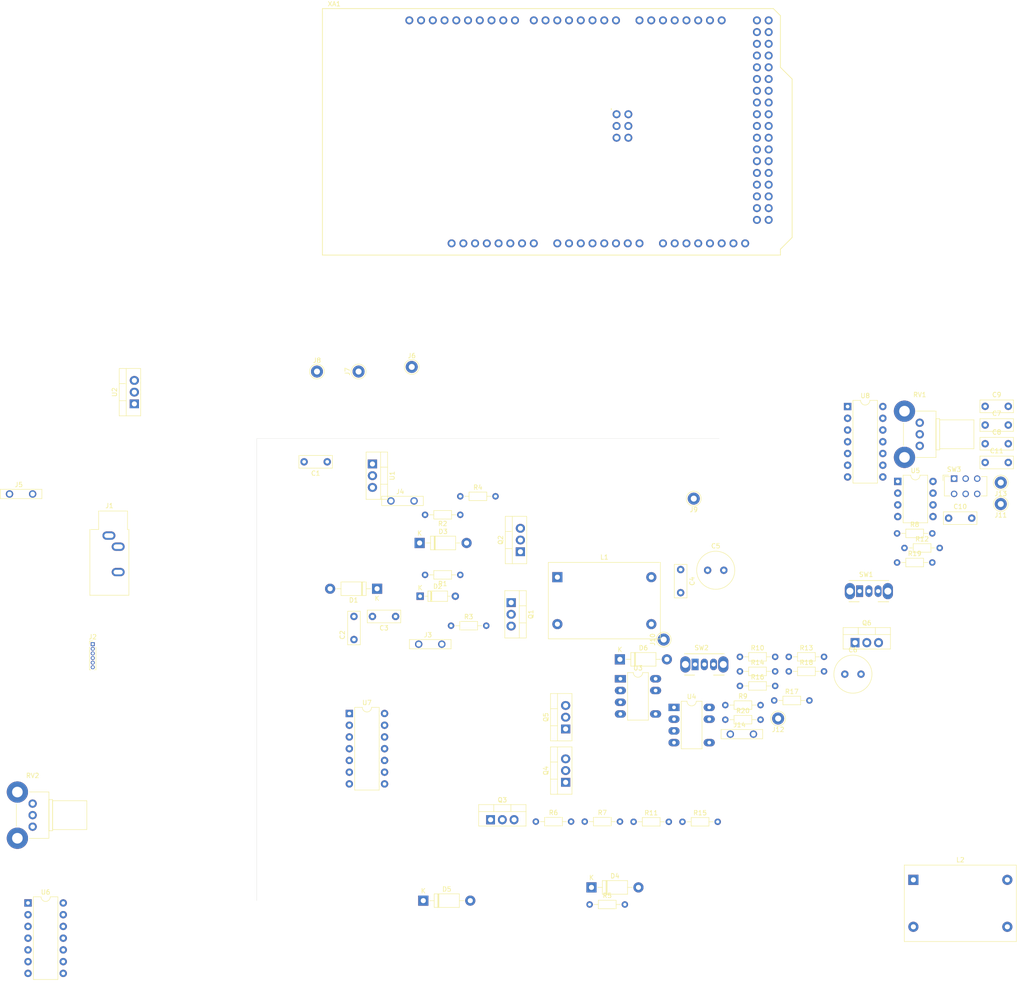
<source format=kicad_pcb>
(kicad_pcb (version 20171130) (host pcbnew "(5.1.10)-1")

  (general
    (thickness 1.6)
    (drawings 4)
    (tracks 0)
    (zones 0)
    (modules 73)
    (nets 144)
  )

  (page A4)
  (layers
    (0 F.Cu signal)
    (31 B.Cu signal)
    (32 B.Adhes user)
    (33 F.Adhes user)
    (34 B.Paste user)
    (35 F.Paste user)
    (36 B.SilkS user)
    (37 F.SilkS user)
    (38 B.Mask user)
    (39 F.Mask user)
    (40 Dwgs.User user)
    (41 Cmts.User user)
    (42 Eco1.User user)
    (43 Eco2.User user)
    (44 Edge.Cuts user)
    (45 Margin user)
    (46 B.CrtYd user)
    (47 F.CrtYd user)
    (48 B.Fab user)
    (49 F.Fab user)
  )

  (setup
    (last_trace_width 2.54)
    (user_trace_width 0.25)
    (user_trace_width 0.76)
    (user_trace_width 1.27)
    (user_trace_width 2.03)
    (user_trace_width 2.79)
    (user_trace_width 3.81)
    (user_trace_width 4.75)
    (trace_clearance 0.381)
    (zone_clearance 0.508)
    (zone_45_only no)
    (trace_min 0.2)
    (via_size 1)
    (via_drill 0.9)
    (via_min_size 0.8)
    (via_min_drill 0.8)
    (uvia_size 0.3)
    (uvia_drill 0.1)
    (uvias_allowed no)
    (uvia_min_size 0.2)
    (uvia_min_drill 0.1)
    (edge_width 0.05)
    (segment_width 0.2)
    (pcb_text_width 0.3)
    (pcb_text_size 1.5 1.5)
    (mod_edge_width 0.12)
    (mod_text_size 1 1)
    (mod_text_width 0.15)
    (pad_size 1.524 1.524)
    (pad_drill 0.762)
    (pad_to_mask_clearance 0)
    (aux_axis_origin 0 0)
    (visible_elements 7FFFE7FF)
    (pcbplotparams
      (layerselection 0x010fc_ffffffff)
      (usegerberextensions false)
      (usegerberattributes true)
      (usegerberadvancedattributes true)
      (creategerberjobfile true)
      (excludeedgelayer true)
      (linewidth 0.100000)
      (plotframeref false)
      (viasonmask false)
      (mode 1)
      (useauxorigin false)
      (hpglpennumber 1)
      (hpglpenspeed 20)
      (hpglpendiameter 15.000000)
      (psnegative false)
      (psa4output false)
      (plotreference false)
      (plotvalue false)
      (plotinvisibletext false)
      (padsonsilk false)
      (subtractmaskfromsilk false)
      (outputformat 1)
      (mirror false)
      (drillshape 0)
      (scaleselection 1)
      (outputdirectory "../PCB_V2_BrianAhlers_SeniorDesign/"))
  )

  (net 0 "")
  (net 1 "Net-(D3-Pad2)")
  (net 2 "Net-(D3-Pad1)")
  (net 3 "Net-(C5-Pad2)")
  (net 4 VCC)
  (net 5 GND)
  (net 6 5V)
  (net 7 "Net-(J2-Pad1)")
  (net 8 "Net-(C1-Pad2)")
  (net 9 Triangle)
  (net 10 "Net-(C3-Pad2)")
  (net 11 "Net-(C3-Pad1)")
  (net 12 "Net-(C4-Pad2)")
  (net 13 "Net-(C5-Pad1)")
  (net 14 "Net-(C6-Pad2)")
  (net 15 "Net-(C6-Pad1)")
  (net 16 Speaker_1)
  (net 17 Speaker_2)
  (net 18 "Net-(D4-Pad2)")
  (net 19 "Net-(D4-Pad1)")
  (net 20 "Net-(D5-Pad2)")
  (net 21 "Net-(D5-Pad1)")
  (net 22 "Net-(D6-Pad2)")
  (net 23 "Net-(D6-Pad1)")
  (net 24 "Net-(J1-PadR)")
  (net 25 "Net-(J1-PadS)")
  (net 26 "Net-(J2-Pad6)")
  (net 27 "Net-(J2-Pad5)")
  (net 28 "Net-(J2-Pad2)")
  (net 29 H_IN_DUE)
  (net 30 "Net-(Q1-Pad2)")
  (net 31 3V3)
  (net 32 L_IN_DUE)
  (net 33 "Net-(Q2-Pad2)")
  (net 34 "Net-(R1-Pad1)")
  (net 35 "Net-(R3-Pad1)")
  (net 36 H_IN_COMP)
  (net 37 "Net-(R7-Pad2)")
  (net 38 "Net-(R9-Pad1)")
  (net 39 "Net-(RV2-Pad1)")
  (net 40 Audio)
  (net 41 Comparator_IN)
  (net 42 Arduino_IN)
  (net 43 H_IN)
  (net 44 L_IN_COMP)
  (net 45 L_IN)
  (net 46 10V)
  (net 47 "Net-(U3-Pad8)")
  (net 48 "Net-(U3-Pad7)")
  (net 49 "Net-(U3-Pad1)")
  (net 50 "Net-(U4-Pad3)")
  (net 51 "Net-(U5-Pad7)")
  (net 52 "Net-(U5-Pad5)")
  (net 53 "Net-(U7-Pad14)")
  (net 54 "Net-(U7-Pad13)")
  (net 55 H_in)
  (net 56 "Net-(U7-Pad4)")
  (net 57 L_in)
  (net 58 "Net-(U7-Pad8)")
  (net 59 "Net-(U8-Pad14)")
  (net 60 "Net-(U8-Pad13)")
  (net 61 "Net-(U8-Pad4)")
  (net 62 "Net-(U8-Pad8)")
  (net 63 "Net-(XA1-PadMISO)")
  (net 64 "Net-(XA1-PadD53)")
  (net 65 "Net-(XA1-PadD52)")
  (net 66 "Net-(XA1-PadD51)")
  (net 67 "Net-(XA1-PadD50)")
  (net 68 "Net-(XA1-PadD49)")
  (net 69 "Net-(XA1-PadD48)")
  (net 70 "Net-(XA1-PadD47)")
  (net 71 "Net-(XA1-PadD46)")
  (net 72 "Net-(XA1-PadD44)")
  (net 73 "Net-(XA1-PadD43)")
  (net 74 "Net-(XA1-PadD42)")
  (net 75 "Net-(XA1-PadD41)")
  (net 76 "Net-(XA1-PadD40)")
  (net 77 "Net-(XA1-PadD39)")
  (net 78 "Net-(XA1-PadD38)")
  (net 79 "Net-(XA1-PadD37)")
  (net 80 "Net-(XA1-PadD36)")
  (net 81 "Net-(XA1-PadD35)")
  (net 82 "Net-(XA1-PadD34)")
  (net 83 "Net-(XA1-PadD33)")
  (net 84 "Net-(XA1-PadD32)")
  (net 85 "Net-(XA1-PadD31)")
  (net 86 "Net-(XA1-PadD30)")
  (net 87 "Net-(XA1-PadD29)")
  (net 88 "Net-(XA1-PadD28)")
  (net 89 "Net-(XA1-PadD27)")
  (net 90 "Net-(XA1-PadD26)")
  (net 91 "Net-(XA1-PadD25)")
  (net 92 "Net-(XA1-PadD24)")
  (net 93 "Net-(XA1-PadD23)")
  (net 94 "Net-(XA1-PadD22)")
  (net 95 "Net-(XA1-Pad5V4)")
  (net 96 "Net-(XA1-Pad5V3)")
  (net 97 "Net-(XA1-PadCANT)")
  (net 98 "Net-(XA1-PadCANR)")
  (net 99 "Net-(XA1-PadDAC1)")
  (net 100 "Net-(XA1-PadDAC0)")
  (net 101 "Net-(XA1-PadA11)")
  (net 102 "Net-(XA1-PadA10)")
  (net 103 "Net-(XA1-PadA9)")
  (net 104 "Net-(XA1-PadA8)")
  (net 105 "Net-(XA1-PadA7)")
  (net 106 "Net-(XA1-PadA6)")
  (net 107 "Net-(XA1-PadA5)")
  (net 108 "Net-(XA1-PadA4)")
  (net 109 "Net-(XA1-PadA3)")
  (net 110 "Net-(XA1-PadA2)")
  (net 111 "Net-(XA1-PadA1)")
  (net 112 "Net-(XA1-PadD11)")
  (net 113 "Net-(XA1-PadD12)")
  (net 114 "Net-(XA1-PadD13)")
  (net 115 "Net-(XA1-PadAREF)")
  (net 116 "Net-(XA1-PadSDA1)")
  (net 117 "Net-(XA1-PadSCL1)")
  (net 118 "Net-(XA1-PadD10)")
  (net 119 "Net-(XA1-PadD9)")
  (net 120 "Net-(XA1-PadD8)")
  (net 121 "Net-(XA1-PadD6)")
  (net 122 "Net-(XA1-PadD5)")
  (net 123 "Net-(XA1-PadD4)")
  (net 124 "Net-(XA1-PadD3)")
  (net 125 "Net-(XA1-PadD2)")
  (net 126 "Net-(XA1-PadD1)")
  (net 127 "Net-(XA1-PadD0)")
  (net 128 "Net-(XA1-PadD14)")
  (net 129 "Net-(XA1-PadD15)")
  (net 130 "Net-(XA1-PadD16)")
  (net 131 "Net-(XA1-PadD17)")
  (net 132 "Net-(XA1-PadD18)")
  (net 133 "Net-(XA1-PadD19)")
  (net 134 "Net-(XA1-PadD20)")
  (net 135 "Net-(XA1-PadD21)")
  (net 136 "Net-(XA1-PadIORF)")
  (net 137 "Net-(XA1-PadRST1)")
  (net 138 "Net-(XA1-Pad5V1)")
  (net 139 "Net-(XA1-Pad5V2)")
  (net 140 "Net-(XA1-PadSCK)")
  (net 141 "Net-(XA1-PadMOSI)")
  (net 142 "Net-(XA1-PadGND4)")
  (net 143 "Net-(XA1-PadRST2)")

  (net_class Default "This is the default net class."
    (clearance 0.381)
    (trace_width 2.54)
    (via_dia 1)
    (via_drill 0.9)
    (uvia_dia 0.3)
    (uvia_drill 0.1)
    (add_net 10V)
    (add_net 3V3)
    (add_net 5V)
    (add_net Arduino_IN)
    (add_net Audio)
    (add_net Comparator_IN)
    (add_net GND)
    (add_net H_IN)
    (add_net H_IN_COMP)
    (add_net H_IN_DUE)
    (add_net H_in)
    (add_net L_IN)
    (add_net L_IN_COMP)
    (add_net L_IN_DUE)
    (add_net L_in)
    (add_net "Net-(C1-Pad2)")
    (add_net "Net-(C3-Pad1)")
    (add_net "Net-(C3-Pad2)")
    (add_net "Net-(C4-Pad2)")
    (add_net "Net-(C5-Pad1)")
    (add_net "Net-(C5-Pad2)")
    (add_net "Net-(C6-Pad1)")
    (add_net "Net-(C6-Pad2)")
    (add_net "Net-(D3-Pad1)")
    (add_net "Net-(D3-Pad2)")
    (add_net "Net-(D4-Pad1)")
    (add_net "Net-(D4-Pad2)")
    (add_net "Net-(D5-Pad1)")
    (add_net "Net-(D5-Pad2)")
    (add_net "Net-(D6-Pad1)")
    (add_net "Net-(D6-Pad2)")
    (add_net "Net-(J1-PadR)")
    (add_net "Net-(J1-PadS)")
    (add_net "Net-(J2-Pad1)")
    (add_net "Net-(J2-Pad2)")
    (add_net "Net-(J2-Pad5)")
    (add_net "Net-(J2-Pad6)")
    (add_net "Net-(Q1-Pad2)")
    (add_net "Net-(Q2-Pad2)")
    (add_net "Net-(R1-Pad1)")
    (add_net "Net-(R3-Pad1)")
    (add_net "Net-(R7-Pad2)")
    (add_net "Net-(R9-Pad1)")
    (add_net "Net-(RV2-Pad1)")
    (add_net "Net-(U3-Pad1)")
    (add_net "Net-(U3-Pad7)")
    (add_net "Net-(U3-Pad8)")
    (add_net "Net-(U4-Pad3)")
    (add_net "Net-(U5-Pad5)")
    (add_net "Net-(U5-Pad7)")
    (add_net "Net-(U7-Pad13)")
    (add_net "Net-(U7-Pad14)")
    (add_net "Net-(U7-Pad4)")
    (add_net "Net-(U7-Pad8)")
    (add_net "Net-(U8-Pad13)")
    (add_net "Net-(U8-Pad14)")
    (add_net "Net-(U8-Pad4)")
    (add_net "Net-(U8-Pad8)")
    (add_net "Net-(XA1-Pad5V1)")
    (add_net "Net-(XA1-Pad5V2)")
    (add_net "Net-(XA1-Pad5V3)")
    (add_net "Net-(XA1-Pad5V4)")
    (add_net "Net-(XA1-PadA1)")
    (add_net "Net-(XA1-PadA10)")
    (add_net "Net-(XA1-PadA11)")
    (add_net "Net-(XA1-PadA2)")
    (add_net "Net-(XA1-PadA3)")
    (add_net "Net-(XA1-PadA4)")
    (add_net "Net-(XA1-PadA5)")
    (add_net "Net-(XA1-PadA6)")
    (add_net "Net-(XA1-PadA7)")
    (add_net "Net-(XA1-PadA8)")
    (add_net "Net-(XA1-PadA9)")
    (add_net "Net-(XA1-PadAREF)")
    (add_net "Net-(XA1-PadCANR)")
    (add_net "Net-(XA1-PadCANT)")
    (add_net "Net-(XA1-PadD0)")
    (add_net "Net-(XA1-PadD1)")
    (add_net "Net-(XA1-PadD10)")
    (add_net "Net-(XA1-PadD11)")
    (add_net "Net-(XA1-PadD12)")
    (add_net "Net-(XA1-PadD13)")
    (add_net "Net-(XA1-PadD14)")
    (add_net "Net-(XA1-PadD15)")
    (add_net "Net-(XA1-PadD16)")
    (add_net "Net-(XA1-PadD17)")
    (add_net "Net-(XA1-PadD18)")
    (add_net "Net-(XA1-PadD19)")
    (add_net "Net-(XA1-PadD2)")
    (add_net "Net-(XA1-PadD20)")
    (add_net "Net-(XA1-PadD21)")
    (add_net "Net-(XA1-PadD22)")
    (add_net "Net-(XA1-PadD23)")
    (add_net "Net-(XA1-PadD24)")
    (add_net "Net-(XA1-PadD25)")
    (add_net "Net-(XA1-PadD26)")
    (add_net "Net-(XA1-PadD27)")
    (add_net "Net-(XA1-PadD28)")
    (add_net "Net-(XA1-PadD29)")
    (add_net "Net-(XA1-PadD3)")
    (add_net "Net-(XA1-PadD30)")
    (add_net "Net-(XA1-PadD31)")
    (add_net "Net-(XA1-PadD32)")
    (add_net "Net-(XA1-PadD33)")
    (add_net "Net-(XA1-PadD34)")
    (add_net "Net-(XA1-PadD35)")
    (add_net "Net-(XA1-PadD36)")
    (add_net "Net-(XA1-PadD37)")
    (add_net "Net-(XA1-PadD38)")
    (add_net "Net-(XA1-PadD39)")
    (add_net "Net-(XA1-PadD4)")
    (add_net "Net-(XA1-PadD40)")
    (add_net "Net-(XA1-PadD41)")
    (add_net "Net-(XA1-PadD42)")
    (add_net "Net-(XA1-PadD43)")
    (add_net "Net-(XA1-PadD44)")
    (add_net "Net-(XA1-PadD46)")
    (add_net "Net-(XA1-PadD47)")
    (add_net "Net-(XA1-PadD48)")
    (add_net "Net-(XA1-PadD49)")
    (add_net "Net-(XA1-PadD5)")
    (add_net "Net-(XA1-PadD50)")
    (add_net "Net-(XA1-PadD51)")
    (add_net "Net-(XA1-PadD52)")
    (add_net "Net-(XA1-PadD53)")
    (add_net "Net-(XA1-PadD6)")
    (add_net "Net-(XA1-PadD8)")
    (add_net "Net-(XA1-PadD9)")
    (add_net "Net-(XA1-PadDAC0)")
    (add_net "Net-(XA1-PadDAC1)")
    (add_net "Net-(XA1-PadGND4)")
    (add_net "Net-(XA1-PadIORF)")
    (add_net "Net-(XA1-PadMISO)")
    (add_net "Net-(XA1-PadMOSI)")
    (add_net "Net-(XA1-PadRST1)")
    (add_net "Net-(XA1-PadRST2)")
    (add_net "Net-(XA1-PadSCK)")
    (add_net "Net-(XA1-PadSCL1)")
    (add_net "Net-(XA1-PadSDA1)")
    (add_net Speaker_1)
    (add_net Speaker_2)
    (add_net Triangle)
    (add_net VCC)
  )

  (module Arduino:Arduino_Due_Shield (layer F.Cu) (tedit 5A8605C9) (tstamp 6217FA81)
    (at 104.18 -2.2)
    (descr https://store.arduino.cc/arduino-due)
    (path /621319E3)
    (fp_text reference XA1 (at 2.54 -54.356) (layer F.SilkS)
      (effects (font (size 1 1) (thickness 0.15)))
    )
    (fp_text value Arduino_Due_Shield (at 15.494 -54.356) (layer F.Fab)
      (effects (font (size 1 1) (thickness 0.15)))
    )
    (fp_text user . (at 62.484 -32.004) (layer F.SilkS)
      (effects (font (size 1 1) (thickness 0.15)))
    )
    (fp_line (start 11.43 -12.065) (end 11.43 -3.175) (layer B.CrtYd) (width 0.15))
    (fp_line (start -1.905 -3.175) (end 11.43 -3.175) (layer B.CrtYd) (width 0.15))
    (fp_line (start -1.905 -12.065) (end -1.905 -3.175) (layer B.CrtYd) (width 0.15))
    (fp_line (start -1.905 -12.065) (end 11.43 -12.065) (layer B.CrtYd) (width 0.15))
    (fp_line (start 0 -53.34) (end 0 0) (layer F.SilkS) (width 0.15))
    (fp_line (start 99.06 -40.64) (end 99.06 -51.816) (layer F.SilkS) (width 0.15))
    (fp_line (start 101.6 -38.1) (end 99.06 -40.64) (layer F.SilkS) (width 0.15))
    (fp_line (start 101.6 -3.81) (end 101.6 -38.1) (layer F.SilkS) (width 0.15))
    (fp_line (start 99.06 -1.27) (end 101.6 -3.81) (layer F.SilkS) (width 0.15))
    (fp_line (start 99.06 0) (end 99.06 -1.27) (layer F.SilkS) (width 0.15))
    (fp_line (start 97.536 -53.34) (end 99.06 -51.816) (layer F.SilkS) (width 0.15))
    (fp_line (start 0 0) (end 99.06 0) (layer F.SilkS) (width 0.15))
    (fp_line (start 0 -53.34) (end 97.536 -53.34) (layer F.SilkS) (width 0.15))
    (pad MISO thru_hole oval (at 63.627 -30.48) (size 1.7272 1.7272) (drill 1.016) (layers *.Cu *.Mask)
      (net 63 "Net-(XA1-PadMISO)"))
    (pad GND6 thru_hole oval (at 96.52 -7.62) (size 1.7272 1.7272) (drill 1.016) (layers *.Cu *.Mask)
      (net 5 GND))
    (pad GND5 thru_hole oval (at 93.98 -7.62) (size 1.7272 1.7272) (drill 1.016) (layers *.Cu *.Mask)
      (net 5 GND))
    (pad D53 thru_hole oval (at 96.52 -10.16) (size 1.7272 1.7272) (drill 1.016) (layers *.Cu *.Mask)
      (net 64 "Net-(XA1-PadD53)"))
    (pad D52 thru_hole oval (at 93.98 -10.16) (size 1.7272 1.7272) (drill 1.016) (layers *.Cu *.Mask)
      (net 65 "Net-(XA1-PadD52)"))
    (pad D51 thru_hole oval (at 96.52 -12.7) (size 1.7272 1.7272) (drill 1.016) (layers *.Cu *.Mask)
      (net 66 "Net-(XA1-PadD51)"))
    (pad D50 thru_hole oval (at 93.98 -12.7) (size 1.7272 1.7272) (drill 1.016) (layers *.Cu *.Mask)
      (net 67 "Net-(XA1-PadD50)"))
    (pad D49 thru_hole oval (at 96.52 -15.24) (size 1.7272 1.7272) (drill 1.016) (layers *.Cu *.Mask)
      (net 68 "Net-(XA1-PadD49)"))
    (pad D48 thru_hole oval (at 93.98 -15.24) (size 1.7272 1.7272) (drill 1.016) (layers *.Cu *.Mask)
      (net 69 "Net-(XA1-PadD48)"))
    (pad D47 thru_hole oval (at 96.52 -17.78) (size 1.7272 1.7272) (drill 1.016) (layers *.Cu *.Mask)
      (net 70 "Net-(XA1-PadD47)"))
    (pad D46 thru_hole oval (at 93.98 -17.78) (size 1.7272 1.7272) (drill 1.016) (layers *.Cu *.Mask)
      (net 71 "Net-(XA1-PadD46)"))
    (pad D45 thru_hole oval (at 96.52 -20.32) (size 1.7272 1.7272) (drill 1.016) (layers *.Cu *.Mask)
      (net 29 H_IN_DUE))
    (pad D44 thru_hole oval (at 93.98 -20.32) (size 1.7272 1.7272) (drill 1.016) (layers *.Cu *.Mask)
      (net 72 "Net-(XA1-PadD44)"))
    (pad D43 thru_hole oval (at 96.52 -22.86) (size 1.7272 1.7272) (drill 1.016) (layers *.Cu *.Mask)
      (net 73 "Net-(XA1-PadD43)"))
    (pad D42 thru_hole oval (at 93.98 -22.86) (size 1.7272 1.7272) (drill 1.016) (layers *.Cu *.Mask)
      (net 74 "Net-(XA1-PadD42)"))
    (pad D41 thru_hole oval (at 96.52 -25.4) (size 1.7272 1.7272) (drill 1.016) (layers *.Cu *.Mask)
      (net 75 "Net-(XA1-PadD41)"))
    (pad D40 thru_hole oval (at 93.98 -25.4) (size 1.7272 1.7272) (drill 1.016) (layers *.Cu *.Mask)
      (net 76 "Net-(XA1-PadD40)"))
    (pad D39 thru_hole oval (at 96.52 -27.94) (size 1.7272 1.7272) (drill 1.016) (layers *.Cu *.Mask)
      (net 77 "Net-(XA1-PadD39)"))
    (pad D38 thru_hole oval (at 93.98 -27.94) (size 1.7272 1.7272) (drill 1.016) (layers *.Cu *.Mask)
      (net 78 "Net-(XA1-PadD38)"))
    (pad D37 thru_hole oval (at 96.52 -30.48) (size 1.7272 1.7272) (drill 1.016) (layers *.Cu *.Mask)
      (net 79 "Net-(XA1-PadD37)"))
    (pad D36 thru_hole oval (at 93.98 -30.48) (size 1.7272 1.7272) (drill 1.016) (layers *.Cu *.Mask)
      (net 80 "Net-(XA1-PadD36)"))
    (pad D35 thru_hole oval (at 96.52 -33.02) (size 1.7272 1.7272) (drill 1.016) (layers *.Cu *.Mask)
      (net 81 "Net-(XA1-PadD35)"))
    (pad D34 thru_hole oval (at 93.98 -33.02) (size 1.7272 1.7272) (drill 1.016) (layers *.Cu *.Mask)
      (net 82 "Net-(XA1-PadD34)"))
    (pad D33 thru_hole oval (at 96.52 -35.56) (size 1.7272 1.7272) (drill 1.016) (layers *.Cu *.Mask)
      (net 83 "Net-(XA1-PadD33)"))
    (pad D32 thru_hole oval (at 93.98 -35.56) (size 1.7272 1.7272) (drill 1.016) (layers *.Cu *.Mask)
      (net 84 "Net-(XA1-PadD32)"))
    (pad D31 thru_hole oval (at 96.52 -38.1) (size 1.7272 1.7272) (drill 1.016) (layers *.Cu *.Mask)
      (net 85 "Net-(XA1-PadD31)"))
    (pad D30 thru_hole oval (at 93.98 -38.1) (size 1.7272 1.7272) (drill 1.016) (layers *.Cu *.Mask)
      (net 86 "Net-(XA1-PadD30)"))
    (pad D29 thru_hole oval (at 96.52 -40.64) (size 1.7272 1.7272) (drill 1.016) (layers *.Cu *.Mask)
      (net 87 "Net-(XA1-PadD29)"))
    (pad D28 thru_hole oval (at 93.98 -40.64) (size 1.7272 1.7272) (drill 1.016) (layers *.Cu *.Mask)
      (net 88 "Net-(XA1-PadD28)"))
    (pad D27 thru_hole oval (at 96.52 -43.18) (size 1.7272 1.7272) (drill 1.016) (layers *.Cu *.Mask)
      (net 89 "Net-(XA1-PadD27)"))
    (pad D26 thru_hole oval (at 93.98 -43.18) (size 1.7272 1.7272) (drill 1.016) (layers *.Cu *.Mask)
      (net 90 "Net-(XA1-PadD26)"))
    (pad D25 thru_hole oval (at 96.52 -45.72) (size 1.7272 1.7272) (drill 1.016) (layers *.Cu *.Mask)
      (net 91 "Net-(XA1-PadD25)"))
    (pad D24 thru_hole oval (at 93.98 -45.72) (size 1.7272 1.7272) (drill 1.016) (layers *.Cu *.Mask)
      (net 92 "Net-(XA1-PadD24)"))
    (pad D23 thru_hole oval (at 96.52 -48.26) (size 1.7272 1.7272) (drill 1.016) (layers *.Cu *.Mask)
      (net 93 "Net-(XA1-PadD23)"))
    (pad D22 thru_hole oval (at 93.98 -48.26) (size 1.7272 1.7272) (drill 1.016) (layers *.Cu *.Mask)
      (net 94 "Net-(XA1-PadD22)"))
    (pad 5V4 thru_hole oval (at 96.52 -50.8) (size 1.7272 1.7272) (drill 1.016) (layers *.Cu *.Mask)
      (net 95 "Net-(XA1-Pad5V4)"))
    (pad 5V3 thru_hole oval (at 93.98 -50.8) (size 1.7272 1.7272) (drill 1.016) (layers *.Cu *.Mask)
      (net 96 "Net-(XA1-Pad5V3)"))
    (pad CANT thru_hole oval (at 91.44 -2.54) (size 1.7272 1.7272) (drill 1.016) (layers *.Cu *.Mask)
      (net 97 "Net-(XA1-PadCANT)"))
    (pad CANR thru_hole oval (at 88.9 -2.54) (size 1.7272 1.7272) (drill 1.016) (layers *.Cu *.Mask)
      (net 98 "Net-(XA1-PadCANR)"))
    (pad DAC1 thru_hole oval (at 86.36 -2.54) (size 1.7272 1.7272) (drill 1.016) (layers *.Cu *.Mask)
      (net 99 "Net-(XA1-PadDAC1)"))
    (pad DAC0 thru_hole oval (at 83.82 -2.54) (size 1.7272 1.7272) (drill 1.016) (layers *.Cu *.Mask)
      (net 100 "Net-(XA1-PadDAC0)"))
    (pad A11 thru_hole oval (at 81.28 -2.54) (size 1.7272 1.7272) (drill 1.016) (layers *.Cu *.Mask)
      (net 101 "Net-(XA1-PadA11)"))
    (pad A10 thru_hole oval (at 78.74 -2.54) (size 1.7272 1.7272) (drill 1.016) (layers *.Cu *.Mask)
      (net 102 "Net-(XA1-PadA10)"))
    (pad A9 thru_hole oval (at 76.2 -2.54) (size 1.7272 1.7272) (drill 1.016) (layers *.Cu *.Mask)
      (net 103 "Net-(XA1-PadA9)"))
    (pad A8 thru_hole oval (at 73.66 -2.54) (size 1.7272 1.7272) (drill 1.016) (layers *.Cu *.Mask)
      (net 104 "Net-(XA1-PadA8)"))
    (pad A7 thru_hole oval (at 68.58 -2.54) (size 1.7272 1.7272) (drill 1.016) (layers *.Cu *.Mask)
      (net 105 "Net-(XA1-PadA7)"))
    (pad A6 thru_hole oval (at 66.04 -2.54) (size 1.7272 1.7272) (drill 1.016) (layers *.Cu *.Mask)
      (net 106 "Net-(XA1-PadA6)"))
    (pad A5 thru_hole oval (at 63.5 -2.54) (size 1.7272 1.7272) (drill 1.016) (layers *.Cu *.Mask)
      (net 107 "Net-(XA1-PadA5)"))
    (pad A4 thru_hole oval (at 60.96 -2.54) (size 1.7272 1.7272) (drill 1.016) (layers *.Cu *.Mask)
      (net 108 "Net-(XA1-PadA4)"))
    (pad A3 thru_hole oval (at 58.42 -2.54) (size 1.7272 1.7272) (drill 1.016) (layers *.Cu *.Mask)
      (net 109 "Net-(XA1-PadA3)"))
    (pad A2 thru_hole oval (at 55.88 -2.54) (size 1.7272 1.7272) (drill 1.016) (layers *.Cu *.Mask)
      (net 110 "Net-(XA1-PadA2)"))
    (pad A1 thru_hole oval (at 53.34 -2.54) (size 1.7272 1.7272) (drill 1.016) (layers *.Cu *.Mask)
      (net 111 "Net-(XA1-PadA1)"))
    (pad "" thru_hole oval (at 27.94 -2.54) (size 1.7272 1.7272) (drill 1.016) (layers *.Cu *.Mask))
    (pad D11 thru_hole oval (at 34.036 -50.8) (size 1.7272 1.7272) (drill 1.016) (layers *.Cu *.Mask)
      (net 112 "Net-(XA1-PadD11)"))
    (pad D12 thru_hole oval (at 31.496 -50.8) (size 1.7272 1.7272) (drill 1.016) (layers *.Cu *.Mask)
      (net 113 "Net-(XA1-PadD12)"))
    (pad D13 thru_hole oval (at 28.956 -50.8) (size 1.7272 1.7272) (drill 1.016) (layers *.Cu *.Mask)
      (net 114 "Net-(XA1-PadD13)"))
    (pad AREF thru_hole oval (at 23.876 -50.8) (size 1.7272 1.7272) (drill 1.016) (layers *.Cu *.Mask)
      (net 115 "Net-(XA1-PadAREF)"))
    (pad SDA1 thru_hole oval (at 21.336 -50.8) (size 1.7272 1.7272) (drill 1.016) (layers *.Cu *.Mask)
      (net 116 "Net-(XA1-PadSDA1)"))
    (pad SCL1 thru_hole oval (at 18.796 -50.8) (size 1.7272 1.7272) (drill 1.016) (layers *.Cu *.Mask)
      (net 117 "Net-(XA1-PadSCL1)"))
    (pad "" np_thru_hole circle (at 13.97 -2.54) (size 3.2 3.2) (drill 3.2) (layers *.Cu *.Mask))
    (pad "" np_thru_hole circle (at 96.52 -2.54) (size 3.2 3.2) (drill 3.2) (layers *.Cu *.Mask))
    (pad "" np_thru_hole circle (at 15.24 -50.8) (size 3.2 3.2) (drill 3.2) (layers *.Cu *.Mask))
    (pad "" np_thru_hole circle (at 90.17 -50.8) (size 3.2 3.2) (drill 3.2) (layers *.Cu *.Mask))
    (pad "" np_thru_hole circle (at 66.04 -35.56) (size 3.2 3.2) (drill 3.2) (layers *.Cu *.Mask))
    (pad "" np_thru_hole circle (at 66.04 -7.62) (size 3.2 3.2) (drill 3.2) (layers *.Cu *.Mask))
    (pad D10 thru_hole oval (at 36.576 -50.8) (size 1.7272 1.7272) (drill 1.016) (layers *.Cu *.Mask)
      (net 118 "Net-(XA1-PadD10)"))
    (pad D9 thru_hole oval (at 39.116 -50.8) (size 1.7272 1.7272) (drill 1.016) (layers *.Cu *.Mask)
      (net 119 "Net-(XA1-PadD9)"))
    (pad D8 thru_hole oval (at 41.656 -50.8) (size 1.7272 1.7272) (drill 1.016) (layers *.Cu *.Mask)
      (net 120 "Net-(XA1-PadD8)"))
    (pad GND1 thru_hole oval (at 26.416 -50.8) (size 1.7272 1.7272) (drill 1.016) (layers *.Cu *.Mask)
      (net 5 GND))
    (pad D7 thru_hole oval (at 45.72 -50.8) (size 1.7272 1.7272) (drill 1.016) (layers *.Cu *.Mask)
      (net 32 L_IN_DUE))
    (pad D6 thru_hole oval (at 48.26 -50.8) (size 1.7272 1.7272) (drill 1.016) (layers *.Cu *.Mask)
      (net 121 "Net-(XA1-PadD6)"))
    (pad D5 thru_hole oval (at 50.8 -50.8) (size 1.7272 1.7272) (drill 1.016) (layers *.Cu *.Mask)
      (net 122 "Net-(XA1-PadD5)"))
    (pad D4 thru_hole oval (at 53.34 -50.8) (size 1.7272 1.7272) (drill 1.016) (layers *.Cu *.Mask)
      (net 123 "Net-(XA1-PadD4)"))
    (pad D3 thru_hole oval (at 55.88 -50.8) (size 1.7272 1.7272) (drill 1.016) (layers *.Cu *.Mask)
      (net 124 "Net-(XA1-PadD3)"))
    (pad D2 thru_hole oval (at 58.42 -50.8) (size 1.7272 1.7272) (drill 1.016) (layers *.Cu *.Mask)
      (net 125 "Net-(XA1-PadD2)"))
    (pad D1 thru_hole oval (at 60.96 -50.8) (size 1.7272 1.7272) (drill 1.016) (layers *.Cu *.Mask)
      (net 126 "Net-(XA1-PadD1)"))
    (pad D0 thru_hole oval (at 63.5 -50.8) (size 1.7272 1.7272) (drill 1.016) (layers *.Cu *.Mask)
      (net 127 "Net-(XA1-PadD0)"))
    (pad D14 thru_hole oval (at 68.58 -50.8) (size 1.7272 1.7272) (drill 1.016) (layers *.Cu *.Mask)
      (net 128 "Net-(XA1-PadD14)"))
    (pad D15 thru_hole oval (at 71.12 -50.8) (size 1.7272 1.7272) (drill 1.016) (layers *.Cu *.Mask)
      (net 129 "Net-(XA1-PadD15)"))
    (pad D16 thru_hole oval (at 73.66 -50.8) (size 1.7272 1.7272) (drill 1.016) (layers *.Cu *.Mask)
      (net 130 "Net-(XA1-PadD16)"))
    (pad D17 thru_hole oval (at 76.2 -50.8) (size 1.7272 1.7272) (drill 1.016) (layers *.Cu *.Mask)
      (net 131 "Net-(XA1-PadD17)"))
    (pad D18 thru_hole oval (at 78.74 -50.8) (size 1.7272 1.7272) (drill 1.016) (layers *.Cu *.Mask)
      (net 132 "Net-(XA1-PadD18)"))
    (pad D19 thru_hole oval (at 81.28 -50.8) (size 1.7272 1.7272) (drill 1.016) (layers *.Cu *.Mask)
      (net 133 "Net-(XA1-PadD19)"))
    (pad D20 thru_hole oval (at 83.82 -50.8) (size 1.7272 1.7272) (drill 1.016) (layers *.Cu *.Mask)
      (net 134 "Net-(XA1-PadD20)"))
    (pad D21 thru_hole oval (at 86.36 -50.8) (size 1.7272 1.7272) (drill 1.016) (layers *.Cu *.Mask)
      (net 135 "Net-(XA1-PadD21)"))
    (pad IORF thru_hole oval (at 30.48 -2.54) (size 1.7272 1.7272) (drill 1.016) (layers *.Cu *.Mask)
      (net 136 "Net-(XA1-PadIORF)"))
    (pad RST1 thru_hole oval (at 33.02 -2.54) (size 1.7272 1.7272) (drill 1.016) (layers *.Cu *.Mask)
      (net 137 "Net-(XA1-PadRST1)"))
    (pad 3V3 thru_hole oval (at 35.56 -2.54) (size 1.7272 1.7272) (drill 1.016) (layers *.Cu *.Mask)
      (net 31 3V3))
    (pad 5V1 thru_hole oval (at 38.1 -2.54) (size 1.7272 1.7272) (drill 1.016) (layers *.Cu *.Mask)
      (net 138 "Net-(XA1-Pad5V1)"))
    (pad GND2 thru_hole oval (at 40.64 -2.54) (size 1.7272 1.7272) (drill 1.016) (layers *.Cu *.Mask)
      (net 5 GND))
    (pad GND3 thru_hole oval (at 43.18 -2.54) (size 1.7272 1.7272) (drill 1.016) (layers *.Cu *.Mask)
      (net 5 GND))
    (pad VIN thru_hole oval (at 45.72 -2.54) (size 1.7272 1.7272) (drill 1.016) (layers *.Cu *.Mask)
      (net 46 10V))
    (pad A0 thru_hole oval (at 50.8 -2.54) (size 1.7272 1.7272) (drill 1.016) (layers *.Cu *.Mask)
      (net 42 Arduino_IN))
    (pad 5V2 thru_hole oval (at 66.167 -30.48) (size 1.7272 1.7272) (drill 1.016) (layers *.Cu *.Mask)
      (net 139 "Net-(XA1-Pad5V2)"))
    (pad SCK thru_hole oval (at 63.627 -27.94) (size 1.7272 1.7272) (drill 1.016) (layers *.Cu *.Mask)
      (net 140 "Net-(XA1-PadSCK)"))
    (pad MOSI thru_hole oval (at 66.167 -27.94) (size 1.7272 1.7272) (drill 1.016) (layers *.Cu *.Mask)
      (net 141 "Net-(XA1-PadMOSI)"))
    (pad GND4 thru_hole oval (at 66.167 -25.4) (size 1.7272 1.7272) (drill 1.016) (layers *.Cu *.Mask)
      (net 142 "Net-(XA1-PadGND4)"))
    (pad RST2 thru_hole oval (at 63.627 -25.4) (size 1.7272 1.7272) (drill 1.016) (layers *.Cu *.Mask)
      (net 143 "Net-(XA1-PadRST2)"))
  )

  (module Package_DIP:DIP-14_W7.62mm (layer F.Cu) (tedit 5A02E8C5) (tstamp 6217FA0D)
    (at 217.775001 30.575001)
    (descr "14-lead though-hole mounted DIP package, row spacing 7.62 mm (300 mils)")
    (tags "THT DIP DIL PDIP 2.54mm 7.62mm 300mil")
    (path /621367D6)
    (fp_text reference U8 (at 3.81 -2.33) (layer F.SilkS)
      (effects (font (size 1 1) (thickness 0.15)))
    )
    (fp_text value IR2113 (at 3.81 17.57) (layer F.Fab)
      (effects (font (size 1 1) (thickness 0.15)))
    )
    (fp_text user %R (at 3.81 7.62) (layer F.Fab)
      (effects (font (size 1 1) (thickness 0.15)))
    )
    (fp_arc (start 3.81 -1.33) (end 2.81 -1.33) (angle -180) (layer F.SilkS) (width 0.12))
    (fp_line (start 1.635 -1.27) (end 6.985 -1.27) (layer F.Fab) (width 0.1))
    (fp_line (start 6.985 -1.27) (end 6.985 16.51) (layer F.Fab) (width 0.1))
    (fp_line (start 6.985 16.51) (end 0.635 16.51) (layer F.Fab) (width 0.1))
    (fp_line (start 0.635 16.51) (end 0.635 -0.27) (layer F.Fab) (width 0.1))
    (fp_line (start 0.635 -0.27) (end 1.635 -1.27) (layer F.Fab) (width 0.1))
    (fp_line (start 2.81 -1.33) (end 1.16 -1.33) (layer F.SilkS) (width 0.12))
    (fp_line (start 1.16 -1.33) (end 1.16 16.57) (layer F.SilkS) (width 0.12))
    (fp_line (start 1.16 16.57) (end 6.46 16.57) (layer F.SilkS) (width 0.12))
    (fp_line (start 6.46 16.57) (end 6.46 -1.33) (layer F.SilkS) (width 0.12))
    (fp_line (start 6.46 -1.33) (end 4.81 -1.33) (layer F.SilkS) (width 0.12))
    (fp_line (start -1.1 -1.55) (end -1.1 16.8) (layer F.CrtYd) (width 0.05))
    (fp_line (start -1.1 16.8) (end 8.7 16.8) (layer F.CrtYd) (width 0.05))
    (fp_line (start 8.7 16.8) (end 8.7 -1.55) (layer F.CrtYd) (width 0.05))
    (fp_line (start 8.7 -1.55) (end -1.1 -1.55) (layer F.CrtYd) (width 0.05))
    (pad 14 thru_hole oval (at 7.62 0) (size 1.6 1.6) (drill 0.8) (layers *.Cu *.Mask)
      (net 59 "Net-(U8-Pad14)"))
    (pad 7 thru_hole oval (at 0 15.24) (size 1.6 1.6) (drill 0.8) (layers *.Cu *.Mask)
      (net 19 "Net-(D4-Pad1)"))
    (pad 13 thru_hole oval (at 7.62 2.54) (size 1.6 1.6) (drill 0.8) (layers *.Cu *.Mask)
      (net 60 "Net-(U8-Pad13)"))
    (pad 6 thru_hole oval (at 0 12.7) (size 1.6 1.6) (drill 0.8) (layers *.Cu *.Mask)
      (net 15 "Net-(C6-Pad1)"))
    (pad 12 thru_hole oval (at 7.62 5.08) (size 1.6 1.6) (drill 0.8) (layers *.Cu *.Mask)
      (net 57 L_in))
    (pad 5 thru_hole oval (at 0 10.16) (size 1.6 1.6) (drill 0.8) (layers *.Cu *.Mask)
      (net 14 "Net-(C6-Pad2)"))
    (pad 11 thru_hole oval (at 7.62 7.62) (size 1.6 1.6) (drill 0.8) (layers *.Cu *.Mask)
      (net 5 GND))
    (pad 4 thru_hole oval (at 0 7.62) (size 1.6 1.6) (drill 0.8) (layers *.Cu *.Mask)
      (net 61 "Net-(U8-Pad4)"))
    (pad 10 thru_hole oval (at 7.62 10.16) (size 1.6 1.6) (drill 0.8) (layers *.Cu *.Mask)
      (net 55 H_in))
    (pad 3 thru_hole oval (at 0 5.08) (size 1.6 1.6) (drill 0.8) (layers *.Cu *.Mask)
      (net 4 VCC))
    (pad 9 thru_hole oval (at 7.62 12.7) (size 1.6 1.6) (drill 0.8) (layers *.Cu *.Mask)
      (net 6 5V))
    (pad 2 thru_hole oval (at 0 2.54) (size 1.6 1.6) (drill 0.8) (layers *.Cu *.Mask)
      (net 5 GND))
    (pad 8 thru_hole oval (at 7.62 15.24) (size 1.6 1.6) (drill 0.8) (layers *.Cu *.Mask)
      (net 62 "Net-(U8-Pad8)"))
    (pad 1 thru_hole rect (at 0 0) (size 1.6 1.6) (drill 0.8) (layers *.Cu *.Mask)
      (net 23 "Net-(D6-Pad1)"))
    (model ${KISYS3DMOD}/Package_DIP.3dshapes/DIP-14_W7.62mm.wrl
      (at (xyz 0 0 0))
      (scale (xyz 1 1 1))
      (rotate (xyz 0 0 0))
    )
  )

  (module Package_DIP:DIP-14_W7.62mm (layer F.Cu) (tedit 5A02E8C5) (tstamp 62180C5C)
    (at 110 97)
    (descr "14-lead though-hole mounted DIP package, row spacing 7.62 mm (300 mils)")
    (tags "THT DIP DIL PDIP 2.54mm 7.62mm 300mil")
    (path /61A46A46)
    (fp_text reference U7 (at 3.81 -2.33) (layer F.SilkS)
      (effects (font (size 1 1) (thickness 0.15)))
    )
    (fp_text value IR2113 (at 3.81 17.57) (layer F.Fab)
      (effects (font (size 1 1) (thickness 0.15)))
    )
    (fp_text user %R (at 3.81 7.62) (layer F.Fab)
      (effects (font (size 1 1) (thickness 0.15)))
    )
    (fp_arc (start 3.81 -1.33) (end 2.81 -1.33) (angle -180) (layer F.SilkS) (width 0.12))
    (fp_line (start 1.635 -1.27) (end 6.985 -1.27) (layer F.Fab) (width 0.1))
    (fp_line (start 6.985 -1.27) (end 6.985 16.51) (layer F.Fab) (width 0.1))
    (fp_line (start 6.985 16.51) (end 0.635 16.51) (layer F.Fab) (width 0.1))
    (fp_line (start 0.635 16.51) (end 0.635 -0.27) (layer F.Fab) (width 0.1))
    (fp_line (start 0.635 -0.27) (end 1.635 -1.27) (layer F.Fab) (width 0.1))
    (fp_line (start 2.81 -1.33) (end 1.16 -1.33) (layer F.SilkS) (width 0.12))
    (fp_line (start 1.16 -1.33) (end 1.16 16.57) (layer F.SilkS) (width 0.12))
    (fp_line (start 1.16 16.57) (end 6.46 16.57) (layer F.SilkS) (width 0.12))
    (fp_line (start 6.46 16.57) (end 6.46 -1.33) (layer F.SilkS) (width 0.12))
    (fp_line (start 6.46 -1.33) (end 4.81 -1.33) (layer F.SilkS) (width 0.12))
    (fp_line (start -1.1 -1.55) (end -1.1 16.8) (layer F.CrtYd) (width 0.05))
    (fp_line (start -1.1 16.8) (end 8.7 16.8) (layer F.CrtYd) (width 0.05))
    (fp_line (start 8.7 16.8) (end 8.7 -1.55) (layer F.CrtYd) (width 0.05))
    (fp_line (start 8.7 -1.55) (end -1.1 -1.55) (layer F.CrtYd) (width 0.05))
    (pad 14 thru_hole oval (at 7.62 0) (size 1.6 1.6) (drill 0.8) (layers *.Cu *.Mask)
      (net 53 "Net-(U7-Pad14)"))
    (pad 7 thru_hole oval (at 0 15.24) (size 1.6 1.6) (drill 0.8) (layers *.Cu *.Mask)
      (net 2 "Net-(D3-Pad1)"))
    (pad 13 thru_hole oval (at 7.62 2.54) (size 1.6 1.6) (drill 0.8) (layers *.Cu *.Mask)
      (net 54 "Net-(U7-Pad13)"))
    (pad 6 thru_hole oval (at 0 12.7) (size 1.6 1.6) (drill 0.8) (layers *.Cu *.Mask)
      (net 13 "Net-(C5-Pad1)"))
    (pad 12 thru_hole oval (at 7.62 5.08) (size 1.6 1.6) (drill 0.8) (layers *.Cu *.Mask)
      (net 55 H_in))
    (pad 5 thru_hole oval (at 0 10.16) (size 1.6 1.6) (drill 0.8) (layers *.Cu *.Mask)
      (net 3 "Net-(C5-Pad2)"))
    (pad 11 thru_hole oval (at 7.62 7.62) (size 1.6 1.6) (drill 0.8) (layers *.Cu *.Mask)
      (net 5 GND))
    (pad 4 thru_hole oval (at 0 7.62) (size 1.6 1.6) (drill 0.8) (layers *.Cu *.Mask)
      (net 56 "Net-(U7-Pad4)"))
    (pad 10 thru_hole oval (at 7.62 10.16) (size 1.6 1.6) (drill 0.8) (layers *.Cu *.Mask)
      (net 57 L_in))
    (pad 3 thru_hole oval (at 0 5.08) (size 1.6 1.6) (drill 0.8) (layers *.Cu *.Mask)
      (net 4 VCC))
    (pad 9 thru_hole oval (at 7.62 12.7) (size 1.6 1.6) (drill 0.8) (layers *.Cu *.Mask)
      (net 6 5V))
    (pad 2 thru_hole oval (at 0 2.54) (size 1.6 1.6) (drill 0.8) (layers *.Cu *.Mask)
      (net 5 GND))
    (pad 8 thru_hole oval (at 7.62 15.24) (size 1.6 1.6) (drill 0.8) (layers *.Cu *.Mask)
      (net 58 "Net-(U7-Pad8)"))
    (pad 1 thru_hole rect (at 0 0) (size 1.6 1.6) (drill 0.8) (layers *.Cu *.Mask)
      (net 21 "Net-(D5-Pad1)"))
    (model ${KISYS3DMOD}/Package_DIP.3dshapes/DIP-14_W7.62mm.wrl
      (at (xyz 0 0 0))
      (scale (xyz 1 1 1))
      (rotate (xyz 0 0 0))
    )
  )

  (module Package_DIP:DIP-14_W7.62mm (layer F.Cu) (tedit 5A02E8C5) (tstamp 6217F9C9)
    (at 40.5 138)
    (descr "14-lead though-hole mounted DIP package, row spacing 7.62 mm (300 mils)")
    (tags "THT DIP DIL PDIP 2.54mm 7.62mm 300mil")
    (path /62568198)
    (fp_text reference U6 (at 3.81 -2.33) (layer F.SilkS)
      (effects (font (size 1 1) (thickness 0.15)))
    )
    (fp_text value 74AHC04 (at 3.81 17.57) (layer F.Fab)
      (effects (font (size 1 1) (thickness 0.15)))
    )
    (fp_text user %R (at 3.81 7.62) (layer F.Fab)
      (effects (font (size 1 1) (thickness 0.15)))
    )
    (fp_arc (start 3.81 -1.33) (end 2.81 -1.33) (angle -180) (layer F.SilkS) (width 0.12))
    (fp_line (start 1.635 -1.27) (end 6.985 -1.27) (layer F.Fab) (width 0.1))
    (fp_line (start 6.985 -1.27) (end 6.985 16.51) (layer F.Fab) (width 0.1))
    (fp_line (start 6.985 16.51) (end 0.635 16.51) (layer F.Fab) (width 0.1))
    (fp_line (start 0.635 16.51) (end 0.635 -0.27) (layer F.Fab) (width 0.1))
    (fp_line (start 0.635 -0.27) (end 1.635 -1.27) (layer F.Fab) (width 0.1))
    (fp_line (start 2.81 -1.33) (end 1.16 -1.33) (layer F.SilkS) (width 0.12))
    (fp_line (start 1.16 -1.33) (end 1.16 16.57) (layer F.SilkS) (width 0.12))
    (fp_line (start 1.16 16.57) (end 6.46 16.57) (layer F.SilkS) (width 0.12))
    (fp_line (start 6.46 16.57) (end 6.46 -1.33) (layer F.SilkS) (width 0.12))
    (fp_line (start 6.46 -1.33) (end 4.81 -1.33) (layer F.SilkS) (width 0.12))
    (fp_line (start -1.1 -1.55) (end -1.1 16.8) (layer F.CrtYd) (width 0.05))
    (fp_line (start -1.1 16.8) (end 8.7 16.8) (layer F.CrtYd) (width 0.05))
    (fp_line (start 8.7 16.8) (end 8.7 -1.55) (layer F.CrtYd) (width 0.05))
    (fp_line (start 8.7 -1.55) (end -1.1 -1.55) (layer F.CrtYd) (width 0.05))
    (pad 14 thru_hole oval (at 7.62 0) (size 1.6 1.6) (drill 0.8) (layers *.Cu *.Mask)
      (net 6 5V))
    (pad 7 thru_hole oval (at 0 15.24) (size 1.6 1.6) (drill 0.8) (layers *.Cu *.Mask)
      (net 5 GND))
    (pad 13 thru_hole oval (at 7.62 2.54) (size 1.6 1.6) (drill 0.8) (layers *.Cu *.Mask))
    (pad 6 thru_hole oval (at 0 12.7) (size 1.6 1.6) (drill 0.8) (layers *.Cu *.Mask))
    (pad 12 thru_hole oval (at 7.62 5.08) (size 1.6 1.6) (drill 0.8) (layers *.Cu *.Mask))
    (pad 5 thru_hole oval (at 0 10.16) (size 1.6 1.6) (drill 0.8) (layers *.Cu *.Mask))
    (pad 11 thru_hole oval (at 7.62 7.62) (size 1.6 1.6) (drill 0.8) (layers *.Cu *.Mask))
    (pad 4 thru_hole oval (at 0 7.62) (size 1.6 1.6) (drill 0.8) (layers *.Cu *.Mask))
    (pad 10 thru_hole oval (at 7.62 10.16) (size 1.6 1.6) (drill 0.8) (layers *.Cu *.Mask))
    (pad 3 thru_hole oval (at 0 5.08) (size 1.6 1.6) (drill 0.8) (layers *.Cu *.Mask))
    (pad 9 thru_hole oval (at 7.62 12.7) (size 1.6 1.6) (drill 0.8) (layers *.Cu *.Mask))
    (pad 2 thru_hole oval (at 0 2.54) (size 1.6 1.6) (drill 0.8) (layers *.Cu *.Mask)
      (net 44 L_IN_COMP))
    (pad 8 thru_hole oval (at 7.62 15.24) (size 1.6 1.6) (drill 0.8) (layers *.Cu *.Mask))
    (pad 1 thru_hole rect (at 0 0) (size 1.6 1.6) (drill 0.8) (layers *.Cu *.Mask)
      (net 36 H_IN_COMP))
    (model ${KISYS3DMOD}/Package_DIP.3dshapes/DIP-14_W7.62mm.wrl
      (at (xyz 0 0 0))
      (scale (xyz 1 1 1))
      (rotate (xyz 0 0 0))
    )
  )

  (module Package_DIP:DIP-8_W7.62mm (layer F.Cu) (tedit 5A02E8C5) (tstamp 6217F9A7)
    (at 228.625001 46.775001)
    (descr "8-lead though-hole mounted DIP package, row spacing 7.62 mm (300 mils)")
    (tags "THT DIP DIL PDIP 2.54mm 7.62mm 300mil")
    (path /624F5E93)
    (fp_text reference U5 (at 3.81 -2.33) (layer F.SilkS)
      (effects (font (size 1 1) (thickness 0.15)))
    )
    (fp_text value LM555xN (at 3.81 9.95) (layer F.Fab)
      (effects (font (size 1 1) (thickness 0.15)))
    )
    (fp_text user %R (at 3.81 3.81) (layer F.Fab)
      (effects (font (size 1 1) (thickness 0.15)))
    )
    (fp_arc (start 3.81 -1.33) (end 2.81 -1.33) (angle -180) (layer F.SilkS) (width 0.12))
    (fp_line (start 1.635 -1.27) (end 6.985 -1.27) (layer F.Fab) (width 0.1))
    (fp_line (start 6.985 -1.27) (end 6.985 8.89) (layer F.Fab) (width 0.1))
    (fp_line (start 6.985 8.89) (end 0.635 8.89) (layer F.Fab) (width 0.1))
    (fp_line (start 0.635 8.89) (end 0.635 -0.27) (layer F.Fab) (width 0.1))
    (fp_line (start 0.635 -0.27) (end 1.635 -1.27) (layer F.Fab) (width 0.1))
    (fp_line (start 2.81 -1.33) (end 1.16 -1.33) (layer F.SilkS) (width 0.12))
    (fp_line (start 1.16 -1.33) (end 1.16 8.95) (layer F.SilkS) (width 0.12))
    (fp_line (start 1.16 8.95) (end 6.46 8.95) (layer F.SilkS) (width 0.12))
    (fp_line (start 6.46 8.95) (end 6.46 -1.33) (layer F.SilkS) (width 0.12))
    (fp_line (start 6.46 -1.33) (end 4.81 -1.33) (layer F.SilkS) (width 0.12))
    (fp_line (start -1.1 -1.55) (end -1.1 9.15) (layer F.CrtYd) (width 0.05))
    (fp_line (start -1.1 9.15) (end 8.7 9.15) (layer F.CrtYd) (width 0.05))
    (fp_line (start 8.7 9.15) (end 8.7 -1.55) (layer F.CrtYd) (width 0.05))
    (fp_line (start 8.7 -1.55) (end -1.1 -1.55) (layer F.CrtYd) (width 0.05))
    (pad 8 thru_hole oval (at 7.62 0) (size 1.6 1.6) (drill 0.8) (layers *.Cu *.Mask)
      (net 6 5V))
    (pad 4 thru_hole oval (at 0 7.62) (size 1.6 1.6) (drill 0.8) (layers *.Cu *.Mask)
      (net 6 5V))
    (pad 7 thru_hole oval (at 7.62 2.54) (size 1.6 1.6) (drill 0.8) (layers *.Cu *.Mask)
      (net 51 "Net-(U5-Pad7)"))
    (pad 3 thru_hole oval (at 0 5.08) (size 1.6 1.6) (drill 0.8) (layers *.Cu *.Mask)
      (net 37 "Net-(R7-Pad2)"))
    (pad 6 thru_hole oval (at 7.62 5.08) (size 1.6 1.6) (drill 0.8) (layers *.Cu *.Mask)
      (net 37 "Net-(R7-Pad2)"))
    (pad 2 thru_hole oval (at 0 2.54) (size 1.6 1.6) (drill 0.8) (layers *.Cu *.Mask)
      (net 8 "Net-(C1-Pad2)"))
    (pad 5 thru_hole oval (at 7.62 7.62) (size 1.6 1.6) (drill 0.8) (layers *.Cu *.Mask)
      (net 52 "Net-(U5-Pad5)"))
    (pad 1 thru_hole rect (at 0 0) (size 1.6 1.6) (drill 0.8) (layers *.Cu *.Mask)
      (net 5 GND))
    (model ${KISYS3DMOD}/Package_DIP.3dshapes/DIP-8_W7.62mm.wrl
      (at (xyz 0 0 0))
      (scale (xyz 1 1 1))
      (rotate (xyz 0 0 0))
    )
  )

  (module Package_DIP:PowerIntegrations_PDIP-8B (layer F.Cu) (tedit 5A42163E) (tstamp 6217F98B)
    (at 180.225001 95.685001)
    (descr "Power Integrations variant of 8-lead though-hole mounted DIP package, row spacing 7.62 mm (300 mils), LongPads, see https://www.power.com/sites/default/files/product-docs/lnk520.pdf")
    (tags "THT DIP DIL PDIP 2.54mm 7.62mm 300mil LongPads")
    (path /62144A0C)
    (fp_text reference U4 (at 3.81 -2.33) (layer F.SilkS)
      (effects (font (size 1 1) (thickness 0.15)))
    )
    (fp_text value LM393 (at 3.81 9.95) (layer F.Fab)
      (effects (font (size 1 1) (thickness 0.15)))
    )
    (fp_text user %R (at 3.81 3.81) (layer F.Fab)
      (effects (font (size 1 1) (thickness 0.15)))
    )
    (fp_arc (start 3.81 -1.33) (end 2.81 -1.33) (angle -180) (layer F.SilkS) (width 0.12))
    (fp_line (start 1.635 -1.27) (end 6.985 -1.27) (layer F.Fab) (width 0.1))
    (fp_line (start 6.985 -1.27) (end 6.985 8.89) (layer F.Fab) (width 0.1))
    (fp_line (start 6.985 8.89) (end 0.635 8.89) (layer F.Fab) (width 0.1))
    (fp_line (start 0.635 8.89) (end 0.635 -0.27) (layer F.Fab) (width 0.1))
    (fp_line (start 0.635 -0.27) (end 1.635 -1.27) (layer F.Fab) (width 0.1))
    (fp_line (start 2.81 -1.33) (end 1.56 -1.33) (layer F.SilkS) (width 0.12))
    (fp_line (start 1.56 -1.33) (end 1.56 8.95) (layer F.SilkS) (width 0.12))
    (fp_line (start 1.56 8.95) (end 6.06 8.95) (layer F.SilkS) (width 0.12))
    (fp_line (start 6.06 8.95) (end 6.06 -1.33) (layer F.SilkS) (width 0.12))
    (fp_line (start 6.06 -1.33) (end 4.81 -1.33) (layer F.SilkS) (width 0.12))
    (fp_line (start -1.45 -1.55) (end -1.45 9.15) (layer F.CrtYd) (width 0.05))
    (fp_line (start -1.45 9.15) (end 9.1 9.15) (layer F.CrtYd) (width 0.05))
    (fp_line (start 9.1 9.15) (end 9.1 -1.55) (layer F.CrtYd) (width 0.05))
    (fp_line (start 9.1 -1.55) (end -1.45 -1.55) (layer F.CrtYd) (width 0.05))
    (pad 8 thru_hole oval (at 7.62 0) (size 2.4 1.6) (drill 0.8) (layers *.Cu *.Mask)
      (net 6 5V))
    (pad 4 thru_hole oval (at 0 7.62) (size 2.4 1.6) (drill 0.8) (layers *.Cu *.Mask)
      (net 5 GND))
    (pad 7 thru_hole oval (at 7.62 2.54) (size 2.4 1.6) (drill 0.8) (layers *.Cu *.Mask))
    (pad 3 thru_hole oval (at 0 5.08) (size 2.4 1.6) (drill 0.8) (layers *.Cu *.Mask)
      (net 50 "Net-(U4-Pad3)"))
    (pad 2 thru_hole oval (at 0 2.54) (size 2.4 1.6) (drill 0.8) (layers *.Cu *.Mask)
      (net 9 Triangle))
    (pad 5 thru_hole oval (at 7.62 7.62) (size 2.4 1.6) (drill 0.8) (layers *.Cu *.Mask))
    (pad 1 thru_hole rect (at 0 0) (size 2.4 1.6) (drill 0.8) (layers *.Cu *.Mask)
      (net 36 H_IN_COMP))
    (model ${KISYS3DMOD}/Package_DIP.3dshapes/PowerIntegrations_PDIP-8B.wrl
      (at (xyz 0 0 0))
      (scale (xyz 1 1 1))
      (rotate (xyz 0 0 0))
    )
  )

  (module Package_DIP:PowerIntegrations_PDIP-8B (layer F.Cu) (tedit 5A42163E) (tstamp 6217F970)
    (at 168.625001 89.485001)
    (descr "Power Integrations variant of 8-lead though-hole mounted DIP package, row spacing 7.62 mm (300 mils), LongPads, see https://www.power.com/sites/default/files/product-docs/lnk520.pdf")
    (tags "THT DIP DIL PDIP 2.54mm 7.62mm 300mil LongPads")
    (path /62152F78)
    (fp_text reference U3 (at 3.81 -2.33) (layer F.SilkS)
      (effects (font (size 1 1) (thickness 0.15)))
    )
    (fp_text value LM386 (at 3.81 9.95) (layer F.Fab)
      (effects (font (size 1 1) (thickness 0.15)))
    )
    (fp_text user %R (at 3.81 3.81) (layer F.Fab)
      (effects (font (size 1 1) (thickness 0.15)))
    )
    (fp_arc (start 3.81 -1.33) (end 2.81 -1.33) (angle -180) (layer F.SilkS) (width 0.12))
    (fp_line (start 1.635 -1.27) (end 6.985 -1.27) (layer F.Fab) (width 0.1))
    (fp_line (start 6.985 -1.27) (end 6.985 8.89) (layer F.Fab) (width 0.1))
    (fp_line (start 6.985 8.89) (end 0.635 8.89) (layer F.Fab) (width 0.1))
    (fp_line (start 0.635 8.89) (end 0.635 -0.27) (layer F.Fab) (width 0.1))
    (fp_line (start 0.635 -0.27) (end 1.635 -1.27) (layer F.Fab) (width 0.1))
    (fp_line (start 2.81 -1.33) (end 1.56 -1.33) (layer F.SilkS) (width 0.12))
    (fp_line (start 1.56 -1.33) (end 1.56 8.95) (layer F.SilkS) (width 0.12))
    (fp_line (start 1.56 8.95) (end 6.06 8.95) (layer F.SilkS) (width 0.12))
    (fp_line (start 6.06 8.95) (end 6.06 -1.33) (layer F.SilkS) (width 0.12))
    (fp_line (start 6.06 -1.33) (end 4.81 -1.33) (layer F.SilkS) (width 0.12))
    (fp_line (start -1.45 -1.55) (end -1.45 9.15) (layer F.CrtYd) (width 0.05))
    (fp_line (start -1.45 9.15) (end 9.1 9.15) (layer F.CrtYd) (width 0.05))
    (fp_line (start 9.1 9.15) (end 9.1 -1.55) (layer F.CrtYd) (width 0.05))
    (fp_line (start 9.1 -1.55) (end -1.45 -1.55) (layer F.CrtYd) (width 0.05))
    (pad 8 thru_hole oval (at 7.62 0) (size 2.4 1.6) (drill 0.8) (layers *.Cu *.Mask)
      (net 47 "Net-(U3-Pad8)"))
    (pad 4 thru_hole oval (at 0 7.62) (size 2.4 1.6) (drill 0.8) (layers *.Cu *.Mask)
      (net 5 GND))
    (pad 7 thru_hole oval (at 7.62 2.54) (size 2.4 1.6) (drill 0.8) (layers *.Cu *.Mask)
      (net 48 "Net-(U3-Pad7)"))
    (pad 3 thru_hole oval (at 0 5.08) (size 2.4 1.6) (drill 0.8) (layers *.Cu *.Mask)
      (net 40 Audio))
    (pad 2 thru_hole oval (at 0 2.54) (size 2.4 1.6) (drill 0.8) (layers *.Cu *.Mask)
      (net 5 GND))
    (pad 5 thru_hole oval (at 7.62 7.62) (size 2.4 1.6) (drill 0.8) (layers *.Cu *.Mask)
      (net 11 "Net-(C3-Pad1)"))
    (pad 1 thru_hole rect (at 0 0) (size 2.4 1.6) (drill 0.8) (layers *.Cu *.Mask)
      (net 49 "Net-(U3-Pad1)"))
    (model ${KISYS3DMOD}/Package_DIP.3dshapes/PowerIntegrations_PDIP-8B.wrl
      (at (xyz 0 0 0))
      (scale (xyz 1 1 1))
      (rotate (xyz 0 0 0))
    )
  )

  (module Package_TO_SOT_THT:TO-220-3_Vertical (layer F.Cu) (tedit 5AC8BA0D) (tstamp 61F858E7)
    (at 63.5 30 90)
    (descr "TO-220-3, Vertical, RM 2.54mm, see https://www.vishay.com/docs/66542/to-220-1.pdf")
    (tags "TO-220-3 Vertical RM 2.54mm")
    (path /626785CD)
    (fp_text reference U2 (at 2.54 -4.27 90) (layer F.SilkS)
      (effects (font (size 1 1) (thickness 0.15)))
    )
    (fp_text value LM7810_TO220 (at 2.54 2.5 90) (layer F.Fab)
      (effects (font (size 1 1) (thickness 0.15)))
    )
    (fp_text user %R (at 2.54 -4.27 90) (layer F.Fab)
      (effects (font (size 1 1) (thickness 0.15)))
    )
    (fp_line (start -2.46 -3.15) (end -2.46 1.25) (layer F.Fab) (width 0.1))
    (fp_line (start -2.46 1.25) (end 7.54 1.25) (layer F.Fab) (width 0.1))
    (fp_line (start 7.54 1.25) (end 7.54 -3.15) (layer F.Fab) (width 0.1))
    (fp_line (start 7.54 -3.15) (end -2.46 -3.15) (layer F.Fab) (width 0.1))
    (fp_line (start -2.46 -1.88) (end 7.54 -1.88) (layer F.Fab) (width 0.1))
    (fp_line (start 0.69 -3.15) (end 0.69 -1.88) (layer F.Fab) (width 0.1))
    (fp_line (start 4.39 -3.15) (end 4.39 -1.88) (layer F.Fab) (width 0.1))
    (fp_line (start -2.58 -3.27) (end 7.66 -3.27) (layer F.SilkS) (width 0.12))
    (fp_line (start -2.58 1.371) (end 7.66 1.371) (layer F.SilkS) (width 0.12))
    (fp_line (start -2.58 -3.27) (end -2.58 1.371) (layer F.SilkS) (width 0.12))
    (fp_line (start 7.66 -3.27) (end 7.66 1.371) (layer F.SilkS) (width 0.12))
    (fp_line (start -2.58 -1.76) (end 7.66 -1.76) (layer F.SilkS) (width 0.12))
    (fp_line (start 0.69 -3.27) (end 0.69 -1.76) (layer F.SilkS) (width 0.12))
    (fp_line (start 4.391 -3.27) (end 4.391 -1.76) (layer F.SilkS) (width 0.12))
    (fp_line (start -2.71 -3.4) (end -2.71 1.51) (layer F.CrtYd) (width 0.05))
    (fp_line (start -2.71 1.51) (end 7.79 1.51) (layer F.CrtYd) (width 0.05))
    (fp_line (start 7.79 1.51) (end 7.79 -3.4) (layer F.CrtYd) (width 0.05))
    (fp_line (start 7.79 -3.4) (end -2.71 -3.4) (layer F.CrtYd) (width 0.05))
    (pad 3 thru_hole oval (at 5.08 0 90) (size 1.905 2) (drill 1.1) (layers *.Cu *.Mask)
      (net 46 10V))
    (pad 2 thru_hole oval (at 2.54 0 90) (size 1.905 2) (drill 1.1) (layers *.Cu *.Mask)
      (net 5 GND))
    (pad 1 thru_hole rect (at 0 0 90) (size 1.905 2) (drill 1.1) (layers *.Cu *.Mask)
      (net 4 VCC))
    (model ${KISYS3DMOD}/Package_TO_SOT_THT.3dshapes/TO-220-3_Vertical.wrl
      (at (xyz 0 0 0))
      (scale (xyz 1 1 1))
      (rotate (xyz 0 0 0))
    )
  )

  (module Button_Switch_THT:SW_CuK_JS202011AQN_DPDT_Angled (layer F.Cu) (tedit 5A02FE31) (tstamp 6217F90A)
    (at 240.810001 46.175001)
    (descr "CuK sub miniature slide switch, JS series, DPDT, right angle, http://www.ckswitches.com/media/1422/js.pdf")
    (tags "switch DPDT")
    (path /6258EC3B)
    (fp_text reference SW3 (at 0 -2) (layer F.SilkS)
      (effects (font (size 1 1) (thickness 0.15)))
    )
    (fp_text value SW_Push_DPDT (at 2.25 6.75) (layer F.Fab)
      (effects (font (size 1 1) (thickness 0.15)))
    )
    (fp_text user %R (at 2.5 1.75) (layer F.Fab)
      (effects (font (size 1 1) (thickness 0.15)))
    )
    (fp_line (start -1 -0.35) (end -2 0.65) (layer F.Fab) (width 0.1))
    (fp_line (start 7.25 4.25) (end 4.5 4.25) (layer F.CrtYd) (width 0.05))
    (fp_line (start 7.25 -0.95) (end 7.25 4.25) (layer F.CrtYd) (width 0.05))
    (fp_line (start -2.25 -0.95) (end 7.25 -0.95) (layer F.CrtYd) (width 0.05))
    (fp_line (start -2.25 4.25) (end -2.25 -0.95) (layer F.CrtYd) (width 0.05))
    (fp_line (start 0.5 4.25) (end -2.25 4.25) (layer F.CrtYd) (width 0.05))
    (fp_line (start 4.5 6) (end 0.5 6) (layer F.CrtYd) (width 0.05))
    (fp_line (start 4.5 6) (end 4.5 4.25) (layer F.CrtYd) (width 0.05))
    (fp_line (start 2.25 5.65) (end 2.25 3.65) (layer F.Fab) (width 0.1))
    (fp_line (start 0.75 5.65) (end 2.25 5.65) (layer F.Fab) (width 0.1))
    (fp_line (start 0.75 3.65) (end 0.75 5.65) (layer F.Fab) (width 0.1))
    (fp_line (start -2.4 -0.75) (end -2.4 0.45) (layer F.SilkS) (width 0.12))
    (fp_line (start -1.2 -0.75) (end -2.4 -0.75) (layer F.SilkS) (width 0.12))
    (fp_line (start 7.1 3.75) (end 5.9 3.75) (layer F.SilkS) (width 0.12))
    (fp_line (start 7.1 -0.45) (end 7.1 3.75) (layer F.SilkS) (width 0.12))
    (fp_line (start 5.9 -0.45) (end 7.1 -0.45) (layer F.SilkS) (width 0.12))
    (fp_line (start -2.1 3.75) (end -0.9 3.75) (layer F.SilkS) (width 0.12))
    (fp_line (start -2.1 -0.45) (end -2.1 3.75) (layer F.SilkS) (width 0.12))
    (fp_line (start -0.9 -0.45) (end -2.1 -0.45) (layer F.SilkS) (width 0.12))
    (fp_line (start -2 3.65) (end -2 0.65) (layer F.Fab) (width 0.1))
    (fp_line (start 7 3.65) (end -2 3.65) (layer F.Fab) (width 0.1))
    (fp_line (start 7 -0.35) (end 7 3.65) (layer F.Fab) (width 0.1))
    (fp_line (start -1 -0.35) (end 7 -0.35) (layer F.Fab) (width 0.1))
    (fp_line (start 0.5 4.25) (end 0.5 6) (layer F.CrtYd) (width 0.05))
    (pad 6 thru_hole circle (at 5 3.3) (size 1.4 1.4) (drill 0.9) (layers *.Cu *.Mask)
      (net 36 H_IN_COMP))
    (pad 5 thru_hole circle (at 2.5 3.3) (size 1.4 1.4) (drill 0.9) (layers *.Cu *.Mask)
      (net 43 H_IN))
    (pad 4 thru_hole circle (at 0 3.3) (size 1.4 1.4) (drill 0.9) (layers *.Cu *.Mask)
      (net 30 "Net-(Q1-Pad2)"))
    (pad 3 thru_hole circle (at 5 0) (size 1.4 1.4) (drill 0.9) (layers *.Cu *.Mask)
      (net 44 L_IN_COMP))
    (pad 2 thru_hole circle (at 2.5 0) (size 1.4 1.4) (drill 0.9) (layers *.Cu *.Mask)
      (net 45 L_IN))
    (pad 1 thru_hole rect (at 0 0) (size 1.4 1.4) (drill 0.9) (layers *.Cu *.Mask)
      (net 33 "Net-(Q2-Pad2)"))
    (model ${KISYS3DMOD}/Button_Switch_THT.3dshapes/SW_CuK_JS202011AQN_DPDT_Angled.wrl
      (at (xyz 0 0 0))
      (scale (xyz 1 1 1))
      (rotate (xyz 0 0 0))
    )
  )

  (module Button_Switch_THT:SW_CuK_OS102011MA1QN1_SPDT_Angled (layer F.Cu) (tedit 5A02FE31) (tstamp 6217F8E7)
    (at 184.785001 86.385001)
    (descr "CuK miniature slide switch, OS series, SPDT, right angle, http://www.ckswitches.com/media/1428/os.pdf")
    (tags "switch SPDT")
    (path /6237C367)
    (fp_text reference SW2 (at 1.4 -3.6) (layer F.SilkS)
      (effects (font (size 1 1) (thickness 0.15)))
    )
    (fp_text value SW_SPDT_MSM (at 1.7 7.7) (layer F.Fab)
      (effects (font (size 1 1) (thickness 0.15)))
    )
    (fp_text user %R (at 2.3 1.7) (layer F.Fab)
      (effects (font (size 0.5 0.5) (thickness 0.1)))
    )
    (fp_line (start -2.3 -2.2) (end 6.3 -2.2) (layer F.Fab) (width 0.1))
    (fp_line (start -2.3 -2.2) (end -2.3 2.2) (layer F.Fab) (width 0.1))
    (fp_line (start -2.3 2.2) (end 6.3 2.2) (layer F.Fab) (width 0.1))
    (fp_line (start 6.3 2.2) (end 6.3 -2.2) (layer F.Fab) (width 0.1))
    (fp_line (start 2 2.2) (end 2 6.2) (layer F.Fab) (width 0.1))
    (fp_line (start 2 6.2) (end 0 6.2) (layer F.Fab) (width 0.1))
    (fp_line (start 0 6.2) (end 0 2.2) (layer F.Fab) (width 0.1))
    (fp_line (start -2.3 -2.3) (end 6.3 -2.3) (layer F.SilkS) (width 0.15))
    (fp_line (start -2.3 2.3) (end -0.1 2.3) (layer F.SilkS) (width 0.15))
    (fp_line (start 4 2.3) (end 6.3 2.3) (layer F.SilkS) (width 0.15))
    (fp_line (start 7.7 -2.7) (end 7.7 6.7) (layer F.CrtYd) (width 0.05))
    (fp_line (start 7.7 6.7) (end -3.7 6.7) (layer F.CrtYd) (width 0.05))
    (fp_line (start -3.7 6.7) (end -3.7 -2.7) (layer F.CrtYd) (width 0.05))
    (fp_line (start -3.7 -2.7) (end 7.7 -2.7) (layer F.CrtYd) (width 0.05))
    (pad "" thru_hole oval (at 6.1 0) (size 2.2 3.5) (drill 1.5) (layers *.Cu *.Mask))
    (pad "" thru_hole oval (at -2.1 0) (size 2.2 3.5) (drill 1.5) (layers *.Cu *.Mask))
    (pad 3 thru_hole oval (at 4 0) (size 1.5 2.5) (drill 0.9) (layers *.Cu *.Mask)
      (net 41 Comparator_IN))
    (pad 2 thru_hole oval (at 2 0) (size 1.5 2.5) (drill 0.9) (layers *.Cu *.Mask)
      (net 12 "Net-(C4-Pad2)"))
    (pad 1 thru_hole rect (at 0 0) (size 1.5 2.5) (drill 0.9) (layers *.Cu *.Mask)
      (net 42 Arduino_IN))
    (model ${KISYS3DMOD}/Button_Switch_THT.3dshapes/SW_CuK_OS102011MA1QN1_SPDT_Angled.wrl
      (at (xyz 0 0 0))
      (scale (xyz 1 1 1))
      (rotate (xyz 0 0 0))
    )
  )

  (module Button_Switch_THT:SW_CuK_OS102011MA1QN1_SPDT_Angled (layer F.Cu) (tedit 5A02FE31) (tstamp 6217F8CF)
    (at 220.375001 70.525001)
    (descr "CuK miniature slide switch, OS series, SPDT, right angle, http://www.ckswitches.com/media/1428/os.pdf")
    (tags "switch SPDT")
    (path /62273C1A)
    (fp_text reference SW1 (at 1.4 -3.6) (layer F.SilkS)
      (effects (font (size 1 1) (thickness 0.15)))
    )
    (fp_text value SW_SPDT_MSM (at 1.7 7.7) (layer F.Fab)
      (effects (font (size 1 1) (thickness 0.15)))
    )
    (fp_text user %R (at 2.3 1.7) (layer F.Fab)
      (effects (font (size 0.5 0.5) (thickness 0.1)))
    )
    (fp_line (start -2.3 -2.2) (end 6.3 -2.2) (layer F.Fab) (width 0.1))
    (fp_line (start -2.3 -2.2) (end -2.3 2.2) (layer F.Fab) (width 0.1))
    (fp_line (start -2.3 2.2) (end 6.3 2.2) (layer F.Fab) (width 0.1))
    (fp_line (start 6.3 2.2) (end 6.3 -2.2) (layer F.Fab) (width 0.1))
    (fp_line (start 2 2.2) (end 2 6.2) (layer F.Fab) (width 0.1))
    (fp_line (start 2 6.2) (end 0 6.2) (layer F.Fab) (width 0.1))
    (fp_line (start 0 6.2) (end 0 2.2) (layer F.Fab) (width 0.1))
    (fp_line (start -2.3 -2.3) (end 6.3 -2.3) (layer F.SilkS) (width 0.15))
    (fp_line (start -2.3 2.3) (end -0.1 2.3) (layer F.SilkS) (width 0.15))
    (fp_line (start 4 2.3) (end 6.3 2.3) (layer F.SilkS) (width 0.15))
    (fp_line (start 7.7 -2.7) (end 7.7 6.7) (layer F.CrtYd) (width 0.05))
    (fp_line (start 7.7 6.7) (end -3.7 6.7) (layer F.CrtYd) (width 0.05))
    (fp_line (start -3.7 6.7) (end -3.7 -2.7) (layer F.CrtYd) (width 0.05))
    (fp_line (start -3.7 -2.7) (end 7.7 -2.7) (layer F.CrtYd) (width 0.05))
    (pad "" thru_hole oval (at 6.1 0) (size 2.2 3.5) (drill 1.5) (layers *.Cu *.Mask))
    (pad "" thru_hole oval (at -2.1 0) (size 2.2 3.5) (drill 1.5) (layers *.Cu *.Mask))
    (pad 3 thru_hole oval (at 4 0) (size 1.5 2.5) (drill 0.9) (layers *.Cu *.Mask)
      (net 35 "Net-(R3-Pad1)"))
    (pad 2 thru_hole oval (at 2 0) (size 1.5 2.5) (drill 0.9) (layers *.Cu *.Mask)
      (net 39 "Net-(RV2-Pad1)"))
    (pad 1 thru_hole rect (at 0 0) (size 1.5 2.5) (drill 0.9) (layers *.Cu *.Mask)
      (net 34 "Net-(R1-Pad1)"))
    (model ${KISYS3DMOD}/Button_Switch_THT.3dshapes/SW_CuK_OS102011MA1QN1_SPDT_Angled.wrl
      (at (xyz 0 0 0))
      (scale (xyz 1 1 1))
      (rotate (xyz 0 0 0))
    )
  )

  (module Potentiometer_THT:Potentiometer_Alps_RK09K_Single_Horizontal (layer F.Cu) (tedit 5A3D4993) (tstamp 6217F8B7)
    (at 41.5 121.5)
    (descr "Potentiometer, horizontal, Alps RK09K Single, http://www.alps.com/prod/info/E/HTML/Potentiometer/RotaryPotentiometers/RK09K/RK09K_list.html")
    (tags "Potentiometer horizontal Alps RK09K Single")
    (path /621F56DD)
    (fp_text reference RV2 (at 0 -11.05) (layer F.SilkS)
      (effects (font (size 1 1) (thickness 0.15)))
    )
    (fp_text value 10k_POT_TRIM_US (at 0 6.05) (layer F.Fab)
      (effects (font (size 1 1) (thickness 0.15)))
    )
    (fp_text user %R (at 0 -2.5) (layer F.Fab)
      (effects (font (size 1 1) (thickness 0.15)))
    )
    (fp_line (start -3.4 -7.4) (end -3.4 2.4) (layer F.Fab) (width 0.1))
    (fp_line (start -3.4 2.4) (end 3.4 2.4) (layer F.Fab) (width 0.1))
    (fp_line (start 3.4 2.4) (end 3.4 -7.4) (layer F.Fab) (width 0.1))
    (fp_line (start 3.4 -7.4) (end -3.4 -7.4) (layer F.Fab) (width 0.1))
    (fp_line (start 3.4 -5.75) (end 3.4 0.75) (layer F.Fab) (width 0.1))
    (fp_line (start 3.4 0.75) (end 4.2 0.75) (layer F.Fab) (width 0.1))
    (fp_line (start 4.2 0.75) (end 4.2 -5.75) (layer F.Fab) (width 0.1))
    (fp_line (start 4.2 -5.75) (end 3.4 -5.75) (layer F.Fab) (width 0.1))
    (fp_line (start 4.2 -5.5) (end 4.2 0.5) (layer F.Fab) (width 0.1))
    (fp_line (start 4.2 0.5) (end 11.6 0.5) (layer F.Fab) (width 0.1))
    (fp_line (start 11.6 0.5) (end 11.6 -5.5) (layer F.Fab) (width 0.1))
    (fp_line (start 11.6 -5.5) (end 4.2 -5.5) (layer F.Fab) (width 0.1))
    (fp_line (start -0.745 -7.521) (end 3.52 -7.521) (layer F.SilkS) (width 0.12))
    (fp_line (start -0.745 2.52) (end 3.52 2.52) (layer F.SilkS) (width 0.12))
    (fp_line (start -3.52 -4.944) (end -3.52 -0.055) (layer F.SilkS) (width 0.12))
    (fp_line (start 3.52 -7.521) (end 3.52 2.52) (layer F.SilkS) (width 0.12))
    (fp_line (start 3.52 -5.87) (end 4.32 -5.87) (layer F.SilkS) (width 0.12))
    (fp_line (start 3.52 0.87) (end 4.32 0.87) (layer F.SilkS) (width 0.12))
    (fp_line (start 3.52 -5.87) (end 3.52 0.87) (layer F.SilkS) (width 0.12))
    (fp_line (start 4.32 -5.87) (end 4.32 0.87) (layer F.SilkS) (width 0.12))
    (fp_line (start 4.32 -5.62) (end 11.72 -5.62) (layer F.SilkS) (width 0.12))
    (fp_line (start 4.32 0.62) (end 11.72 0.62) (layer F.SilkS) (width 0.12))
    (fp_line (start 4.32 -5.62) (end 4.32 0.62) (layer F.SilkS) (width 0.12))
    (fp_line (start 11.72 -5.62) (end 11.72 0.62) (layer F.SilkS) (width 0.12))
    (fp_line (start -5.85 -10.05) (end -5.85 5.1) (layer F.CrtYd) (width 0.05))
    (fp_line (start -5.85 5.1) (end 11.85 5.1) (layer F.CrtYd) (width 0.05))
    (fp_line (start 11.85 5.1) (end 11.85 -10.05) (layer F.CrtYd) (width 0.05))
    (fp_line (start 11.85 -10.05) (end -5.85 -10.05) (layer F.CrtYd) (width 0.05))
    (pad "" thru_hole circle (at -3.3 2.5) (size 4.6 4.6) (drill 2.3) (layers *.Cu *.Mask))
    (pad "" thru_hole circle (at -3.3 -7.5) (size 4.6 4.6) (drill 2.3) (layers *.Cu *.Mask))
    (pad 1 thru_hole circle (at 0 0) (size 1.8 1.8) (drill 1) (layers *.Cu *.Mask)
      (net 39 "Net-(RV2-Pad1)"))
    (pad 2 thru_hole circle (at 0 -2.5) (size 1.8 1.8) (drill 1) (layers *.Cu *.Mask)
      (net 40 Audio))
    (pad 3 thru_hole circle (at 0 -5) (size 1.8 1.8) (drill 1) (layers *.Cu *.Mask)
      (net 5 GND))
    (model ${KISYS3DMOD}/Potentiometer_THT.3dshapes/Potentiometer_Alps_RK09K_Single_Horizontal.wrl
      (at (xyz 0 0 0))
      (scale (xyz 1 1 1))
      (rotate (xyz 0 0 0))
    )
  )

  (module Potentiometer_THT:Potentiometer_Alps_RK09K_Single_Horizontal (layer F.Cu) (tedit 5A3D4993) (tstamp 6217F891)
    (at 233.375001 39.075001)
    (descr "Potentiometer, horizontal, Alps RK09K Single, http://www.alps.com/prod/info/E/HTML/Potentiometer/RotaryPotentiometers/RK09K/RK09K_list.html")
    (tags "Potentiometer horizontal Alps RK09K Single")
    (path /621F797F)
    (fp_text reference RV1 (at 0 -11.05) (layer F.SilkS)
      (effects (font (size 1 1) (thickness 0.15)))
    )
    (fp_text value 10k_POT_TRIM_US (at 0 6.05) (layer F.Fab)
      (effects (font (size 1 1) (thickness 0.15)))
    )
    (fp_text user %R (at 0 -2.5) (layer F.Fab)
      (effects (font (size 1 1) (thickness 0.15)))
    )
    (fp_line (start -3.4 -7.4) (end -3.4 2.4) (layer F.Fab) (width 0.1))
    (fp_line (start -3.4 2.4) (end 3.4 2.4) (layer F.Fab) (width 0.1))
    (fp_line (start 3.4 2.4) (end 3.4 -7.4) (layer F.Fab) (width 0.1))
    (fp_line (start 3.4 -7.4) (end -3.4 -7.4) (layer F.Fab) (width 0.1))
    (fp_line (start 3.4 -5.75) (end 3.4 0.75) (layer F.Fab) (width 0.1))
    (fp_line (start 3.4 0.75) (end 4.2 0.75) (layer F.Fab) (width 0.1))
    (fp_line (start 4.2 0.75) (end 4.2 -5.75) (layer F.Fab) (width 0.1))
    (fp_line (start 4.2 -5.75) (end 3.4 -5.75) (layer F.Fab) (width 0.1))
    (fp_line (start 4.2 -5.5) (end 4.2 0.5) (layer F.Fab) (width 0.1))
    (fp_line (start 4.2 0.5) (end 11.6 0.5) (layer F.Fab) (width 0.1))
    (fp_line (start 11.6 0.5) (end 11.6 -5.5) (layer F.Fab) (width 0.1))
    (fp_line (start 11.6 -5.5) (end 4.2 -5.5) (layer F.Fab) (width 0.1))
    (fp_line (start -0.745 -7.521) (end 3.52 -7.521) (layer F.SilkS) (width 0.12))
    (fp_line (start -0.745 2.52) (end 3.52 2.52) (layer F.SilkS) (width 0.12))
    (fp_line (start -3.52 -4.944) (end -3.52 -0.055) (layer F.SilkS) (width 0.12))
    (fp_line (start 3.52 -7.521) (end 3.52 2.52) (layer F.SilkS) (width 0.12))
    (fp_line (start 3.52 -5.87) (end 4.32 -5.87) (layer F.SilkS) (width 0.12))
    (fp_line (start 3.52 0.87) (end 4.32 0.87) (layer F.SilkS) (width 0.12))
    (fp_line (start 3.52 -5.87) (end 3.52 0.87) (layer F.SilkS) (width 0.12))
    (fp_line (start 4.32 -5.87) (end 4.32 0.87) (layer F.SilkS) (width 0.12))
    (fp_line (start 4.32 -5.62) (end 11.72 -5.62) (layer F.SilkS) (width 0.12))
    (fp_line (start 4.32 0.62) (end 11.72 0.62) (layer F.SilkS) (width 0.12))
    (fp_line (start 4.32 -5.62) (end 4.32 0.62) (layer F.SilkS) (width 0.12))
    (fp_line (start 11.72 -5.62) (end 11.72 0.62) (layer F.SilkS) (width 0.12))
    (fp_line (start -5.85 -10.05) (end -5.85 5.1) (layer F.CrtYd) (width 0.05))
    (fp_line (start -5.85 5.1) (end 11.85 5.1) (layer F.CrtYd) (width 0.05))
    (fp_line (start 11.85 5.1) (end 11.85 -10.05) (layer F.CrtYd) (width 0.05))
    (fp_line (start 11.85 -10.05) (end -5.85 -10.05) (layer F.CrtYd) (width 0.05))
    (pad "" thru_hole circle (at -3.3 2.5) (size 4.6 4.6) (drill 2.3) (layers *.Cu *.Mask))
    (pad "" thru_hole circle (at -3.3 -7.5) (size 4.6 4.6) (drill 2.3) (layers *.Cu *.Mask))
    (pad 1 thru_hole circle (at 0 0) (size 1.8 1.8) (drill 1) (layers *.Cu *.Mask)
      (net 31 3V3))
    (pad 2 thru_hole circle (at 0 -2.5) (size 1.8 1.8) (drill 1) (layers *.Cu *.Mask)
      (net 38 "Net-(R9-Pad1)"))
    (pad 3 thru_hole circle (at 0 -5) (size 1.8 1.8) (drill 1) (layers *.Cu *.Mask)
      (net 5 GND))
    (model ${KISYS3DMOD}/Potentiometer_THT.3dshapes/Potentiometer_Alps_RK09K_Single_Horizontal.wrl
      (at (xyz 0 0 0))
      (scale (xyz 1 1 1))
      (rotate (xyz 0 0 0))
    )
  )

  (module Resistor_THT:R_Axial_DIN0204_L3.6mm_D1.6mm_P7.62mm_Horizontal (layer F.Cu) (tedit 5AE5139B) (tstamp 6217F86B)
    (at 191.325001 98.335001)
    (descr "Resistor, Axial_DIN0204 series, Axial, Horizontal, pin pitch=7.62mm, 0.167W, length*diameter=3.6*1.6mm^2, http://cdn-reichelt.de/documents/datenblatt/B400/1_4W%23YAG.pdf")
    (tags "Resistor Axial_DIN0204 series Axial Horizontal pin pitch 7.62mm 0.167W length 3.6mm diameter 1.6mm")
    (path /621368FA)
    (fp_text reference R20 (at 3.81 -1.92) (layer F.SilkS)
      (effects (font (size 1 1) (thickness 0.15)))
    )
    (fp_text value 10k (at 3.81 1.92) (layer F.Fab)
      (effects (font (size 1 1) (thickness 0.15)))
    )
    (fp_text user %R (at 3.81 0) (layer F.Fab)
      (effects (font (size 0.72 0.72) (thickness 0.108)))
    )
    (fp_line (start 2.01 -0.8) (end 2.01 0.8) (layer F.Fab) (width 0.1))
    (fp_line (start 2.01 0.8) (end 5.61 0.8) (layer F.Fab) (width 0.1))
    (fp_line (start 5.61 0.8) (end 5.61 -0.8) (layer F.Fab) (width 0.1))
    (fp_line (start 5.61 -0.8) (end 2.01 -0.8) (layer F.Fab) (width 0.1))
    (fp_line (start 0 0) (end 2.01 0) (layer F.Fab) (width 0.1))
    (fp_line (start 7.62 0) (end 5.61 0) (layer F.Fab) (width 0.1))
    (fp_line (start 1.89 -0.92) (end 1.89 0.92) (layer F.SilkS) (width 0.12))
    (fp_line (start 1.89 0.92) (end 5.73 0.92) (layer F.SilkS) (width 0.12))
    (fp_line (start 5.73 0.92) (end 5.73 -0.92) (layer F.SilkS) (width 0.12))
    (fp_line (start 5.73 -0.92) (end 1.89 -0.92) (layer F.SilkS) (width 0.12))
    (fp_line (start 0.94 0) (end 1.89 0) (layer F.SilkS) (width 0.12))
    (fp_line (start 6.68 0) (end 5.73 0) (layer F.SilkS) (width 0.12))
    (fp_line (start -0.95 -1.05) (end -0.95 1.05) (layer F.CrtYd) (width 0.05))
    (fp_line (start -0.95 1.05) (end 8.57 1.05) (layer F.CrtYd) (width 0.05))
    (fp_line (start 8.57 1.05) (end 8.57 -1.05) (layer F.CrtYd) (width 0.05))
    (fp_line (start 8.57 -1.05) (end -0.95 -1.05) (layer F.CrtYd) (width 0.05))
    (pad 2 thru_hole oval (at 7.62 0) (size 1.4 1.4) (drill 0.7) (layers *.Cu *.Mask)
      (net 5 GND))
    (pad 1 thru_hole circle (at 0 0) (size 1.4 1.4) (drill 0.7) (layers *.Cu *.Mask)
      (net 22 "Net-(D6-Pad2)"))
    (model ${KISYS3DMOD}/Resistor_THT.3dshapes/R_Axial_DIN0204_L3.6mm_D1.6mm_P7.62mm_Horizontal.wrl
      (at (xyz 0 0 0))
      (scale (xyz 1 1 1))
      (rotate (xyz 0 0 0))
    )
  )

  (module Resistor_THT:R_Axial_DIN0204_L3.6mm_D1.6mm_P7.62mm_Horizontal (layer F.Cu) (tedit 5AE5139B) (tstamp 6217F854)
    (at 228.475001 64.325001)
    (descr "Resistor, Axial_DIN0204 series, Axial, Horizontal, pin pitch=7.62mm, 0.167W, length*diameter=3.6*1.6mm^2, http://cdn-reichelt.de/documents/datenblatt/B400/1_4W%23YAG.pdf")
    (tags "Resistor Axial_DIN0204 series Axial Horizontal pin pitch 7.62mm 0.167W length 3.6mm diameter 1.6mm")
    (path /62108A44)
    (fp_text reference R19 (at 3.81 -1.92) (layer F.SilkS)
      (effects (font (size 1 1) (thickness 0.15)))
    )
    (fp_text value 10k (at 3.81 1.92) (layer F.Fab)
      (effects (font (size 1 1) (thickness 0.15)))
    )
    (fp_text user %R (at 3.81 0) (layer F.Fab)
      (effects (font (size 0.72 0.72) (thickness 0.108)))
    )
    (fp_line (start 2.01 -0.8) (end 2.01 0.8) (layer F.Fab) (width 0.1))
    (fp_line (start 2.01 0.8) (end 5.61 0.8) (layer F.Fab) (width 0.1))
    (fp_line (start 5.61 0.8) (end 5.61 -0.8) (layer F.Fab) (width 0.1))
    (fp_line (start 5.61 -0.8) (end 2.01 -0.8) (layer F.Fab) (width 0.1))
    (fp_line (start 0 0) (end 2.01 0) (layer F.Fab) (width 0.1))
    (fp_line (start 7.62 0) (end 5.61 0) (layer F.Fab) (width 0.1))
    (fp_line (start 1.89 -0.92) (end 1.89 0.92) (layer F.SilkS) (width 0.12))
    (fp_line (start 1.89 0.92) (end 5.73 0.92) (layer F.SilkS) (width 0.12))
    (fp_line (start 5.73 0.92) (end 5.73 -0.92) (layer F.SilkS) (width 0.12))
    (fp_line (start 5.73 -0.92) (end 1.89 -0.92) (layer F.SilkS) (width 0.12))
    (fp_line (start 0.94 0) (end 1.89 0) (layer F.SilkS) (width 0.12))
    (fp_line (start 6.68 0) (end 5.73 0) (layer F.SilkS) (width 0.12))
    (fp_line (start -0.95 -1.05) (end -0.95 1.05) (layer F.CrtYd) (width 0.05))
    (fp_line (start -0.95 1.05) (end 8.57 1.05) (layer F.CrtYd) (width 0.05))
    (fp_line (start 8.57 1.05) (end 8.57 -1.05) (layer F.CrtYd) (width 0.05))
    (fp_line (start 8.57 -1.05) (end -0.95 -1.05) (layer F.CrtYd) (width 0.05))
    (pad 2 thru_hole oval (at 7.62 0) (size 1.4 1.4) (drill 0.7) (layers *.Cu *.Mask)
      (net 5 GND))
    (pad 1 thru_hole circle (at 0 0) (size 1.4 1.4) (drill 0.7) (layers *.Cu *.Mask)
      (net 20 "Net-(D5-Pad2)"))
    (model ${KISYS3DMOD}/Resistor_THT.3dshapes/R_Axial_DIN0204_L3.6mm_D1.6mm_P7.62mm_Horizontal.wrl
      (at (xyz 0 0 0))
      (scale (xyz 1 1 1))
      (rotate (xyz 0 0 0))
    )
  )

  (module Resistor_THT:R_Axial_DIN0204_L3.6mm_D1.6mm_P7.62mm_Horizontal (layer F.Cu) (tedit 5AE5139B) (tstamp 6217F83D)
    (at 205.055001 87.885001)
    (descr "Resistor, Axial_DIN0204 series, Axial, Horizontal, pin pitch=7.62mm, 0.167W, length*diameter=3.6*1.6mm^2, http://cdn-reichelt.de/documents/datenblatt/B400/1_4W%23YAG.pdf")
    (tags "Resistor Axial_DIN0204 series Axial Horizontal pin pitch 7.62mm 0.167W length 3.6mm diameter 1.6mm")
    (path /62136905)
    (fp_text reference R18 (at 3.81 -1.92) (layer F.SilkS)
      (effects (font (size 1 1) (thickness 0.15)))
    )
    (fp_text value 10k (at 3.81 1.92) (layer F.Fab)
      (effects (font (size 1 1) (thickness 0.15)))
    )
    (fp_text user %R (at 3.81 0) (layer F.Fab)
      (effects (font (size 0.72 0.72) (thickness 0.108)))
    )
    (fp_line (start 2.01 -0.8) (end 2.01 0.8) (layer F.Fab) (width 0.1))
    (fp_line (start 2.01 0.8) (end 5.61 0.8) (layer F.Fab) (width 0.1))
    (fp_line (start 5.61 0.8) (end 5.61 -0.8) (layer F.Fab) (width 0.1))
    (fp_line (start 5.61 -0.8) (end 2.01 -0.8) (layer F.Fab) (width 0.1))
    (fp_line (start 0 0) (end 2.01 0) (layer F.Fab) (width 0.1))
    (fp_line (start 7.62 0) (end 5.61 0) (layer F.Fab) (width 0.1))
    (fp_line (start 1.89 -0.92) (end 1.89 0.92) (layer F.SilkS) (width 0.12))
    (fp_line (start 1.89 0.92) (end 5.73 0.92) (layer F.SilkS) (width 0.12))
    (fp_line (start 5.73 0.92) (end 5.73 -0.92) (layer F.SilkS) (width 0.12))
    (fp_line (start 5.73 -0.92) (end 1.89 -0.92) (layer F.SilkS) (width 0.12))
    (fp_line (start 0.94 0) (end 1.89 0) (layer F.SilkS) (width 0.12))
    (fp_line (start 6.68 0) (end 5.73 0) (layer F.SilkS) (width 0.12))
    (fp_line (start -0.95 -1.05) (end -0.95 1.05) (layer F.CrtYd) (width 0.05))
    (fp_line (start -0.95 1.05) (end 8.57 1.05) (layer F.CrtYd) (width 0.05))
    (fp_line (start 8.57 1.05) (end 8.57 -1.05) (layer F.CrtYd) (width 0.05))
    (fp_line (start 8.57 -1.05) (end -0.95 -1.05) (layer F.CrtYd) (width 0.05))
    (pad 2 thru_hole oval (at 7.62 0) (size 1.4 1.4) (drill 0.7) (layers *.Cu *.Mask)
      (net 14 "Net-(C6-Pad2)"))
    (pad 1 thru_hole circle (at 0 0) (size 1.4 1.4) (drill 0.7) (layers *.Cu *.Mask)
      (net 18 "Net-(D4-Pad2)"))
    (model ${KISYS3DMOD}/Resistor_THT.3dshapes/R_Axial_DIN0204_L3.6mm_D1.6mm_P7.62mm_Horizontal.wrl
      (at (xyz 0 0 0))
      (scale (xyz 1 1 1))
      (rotate (xyz 0 0 0))
    )
  )

  (module Resistor_THT:R_Axial_DIN0204_L3.6mm_D1.6mm_P7.62mm_Horizontal (layer F.Cu) (tedit 5AE5139B) (tstamp 6217F826)
    (at 201.895001 94.185001)
    (descr "Resistor, Axial_DIN0204 series, Axial, Horizontal, pin pitch=7.62mm, 0.167W, length*diameter=3.6*1.6mm^2, http://cdn-reichelt.de/documents/datenblatt/B400/1_4W%23YAG.pdf")
    (tags "Resistor Axial_DIN0204 series Axial Horizontal pin pitch 7.62mm 0.167W length 3.6mm diameter 1.6mm")
    (path /621095E5)
    (fp_text reference R17 (at 3.81 -1.92) (layer F.SilkS)
      (effects (font (size 1 1) (thickness 0.15)))
    )
    (fp_text value 10k (at 3.81 1.92) (layer F.Fab)
      (effects (font (size 1 1) (thickness 0.15)))
    )
    (fp_text user %R (at 3.81 0) (layer F.Fab)
      (effects (font (size 0.72 0.72) (thickness 0.108)))
    )
    (fp_line (start 2.01 -0.8) (end 2.01 0.8) (layer F.Fab) (width 0.1))
    (fp_line (start 2.01 0.8) (end 5.61 0.8) (layer F.Fab) (width 0.1))
    (fp_line (start 5.61 0.8) (end 5.61 -0.8) (layer F.Fab) (width 0.1))
    (fp_line (start 5.61 -0.8) (end 2.01 -0.8) (layer F.Fab) (width 0.1))
    (fp_line (start 0 0) (end 2.01 0) (layer F.Fab) (width 0.1))
    (fp_line (start 7.62 0) (end 5.61 0) (layer F.Fab) (width 0.1))
    (fp_line (start 1.89 -0.92) (end 1.89 0.92) (layer F.SilkS) (width 0.12))
    (fp_line (start 1.89 0.92) (end 5.73 0.92) (layer F.SilkS) (width 0.12))
    (fp_line (start 5.73 0.92) (end 5.73 -0.92) (layer F.SilkS) (width 0.12))
    (fp_line (start 5.73 -0.92) (end 1.89 -0.92) (layer F.SilkS) (width 0.12))
    (fp_line (start 0.94 0) (end 1.89 0) (layer F.SilkS) (width 0.12))
    (fp_line (start 6.68 0) (end 5.73 0) (layer F.SilkS) (width 0.12))
    (fp_line (start -0.95 -1.05) (end -0.95 1.05) (layer F.CrtYd) (width 0.05))
    (fp_line (start -0.95 1.05) (end 8.57 1.05) (layer F.CrtYd) (width 0.05))
    (fp_line (start 8.57 1.05) (end 8.57 -1.05) (layer F.CrtYd) (width 0.05))
    (fp_line (start 8.57 -1.05) (end -0.95 -1.05) (layer F.CrtYd) (width 0.05))
    (pad 2 thru_hole oval (at 7.62 0) (size 1.4 1.4) (drill 0.7) (layers *.Cu *.Mask)
      (net 3 "Net-(C5-Pad2)"))
    (pad 1 thru_hole circle (at 0 0) (size 1.4 1.4) (drill 0.7) (layers *.Cu *.Mask)
      (net 1 "Net-(D3-Pad2)"))
    (model ${KISYS3DMOD}/Resistor_THT.3dshapes/R_Axial_DIN0204_L3.6mm_D1.6mm_P7.62mm_Horizontal.wrl
      (at (xyz 0 0 0))
      (scale (xyz 1 1 1))
      (rotate (xyz 0 0 0))
    )
  )

  (module Resistor_THT:R_Axial_DIN0204_L3.6mm_D1.6mm_P7.62mm_Horizontal (layer F.Cu) (tedit 5AE5139B) (tstamp 6217F80F)
    (at 194.485001 91.035001)
    (descr "Resistor, Axial_DIN0204 series, Axial, Horizontal, pin pitch=7.62mm, 0.167W, length*diameter=3.6*1.6mm^2, http://cdn-reichelt.de/documents/datenblatt/B400/1_4W%23YAG.pdf")
    (tags "Resistor Axial_DIN0204 series Axial Horizontal pin pitch 7.62mm 0.167W length 3.6mm diameter 1.6mm")
    (path /62136812)
    (fp_text reference R16 (at 3.81 -1.92) (layer F.SilkS)
      (effects (font (size 1 1) (thickness 0.15)))
    )
    (fp_text value 10 (at 3.81 1.92) (layer F.Fab)
      (effects (font (size 1 1) (thickness 0.15)))
    )
    (fp_text user %R (at 3.81 0) (layer F.Fab)
      (effects (font (size 0.72 0.72) (thickness 0.108)))
    )
    (fp_line (start 2.01 -0.8) (end 2.01 0.8) (layer F.Fab) (width 0.1))
    (fp_line (start 2.01 0.8) (end 5.61 0.8) (layer F.Fab) (width 0.1))
    (fp_line (start 5.61 0.8) (end 5.61 -0.8) (layer F.Fab) (width 0.1))
    (fp_line (start 5.61 -0.8) (end 2.01 -0.8) (layer F.Fab) (width 0.1))
    (fp_line (start 0 0) (end 2.01 0) (layer F.Fab) (width 0.1))
    (fp_line (start 7.62 0) (end 5.61 0) (layer F.Fab) (width 0.1))
    (fp_line (start 1.89 -0.92) (end 1.89 0.92) (layer F.SilkS) (width 0.12))
    (fp_line (start 1.89 0.92) (end 5.73 0.92) (layer F.SilkS) (width 0.12))
    (fp_line (start 5.73 0.92) (end 5.73 -0.92) (layer F.SilkS) (width 0.12))
    (fp_line (start 5.73 -0.92) (end 1.89 -0.92) (layer F.SilkS) (width 0.12))
    (fp_line (start 0.94 0) (end 1.89 0) (layer F.SilkS) (width 0.12))
    (fp_line (start 6.68 0) (end 5.73 0) (layer F.SilkS) (width 0.12))
    (fp_line (start -0.95 -1.05) (end -0.95 1.05) (layer F.CrtYd) (width 0.05))
    (fp_line (start -0.95 1.05) (end 8.57 1.05) (layer F.CrtYd) (width 0.05))
    (fp_line (start 8.57 1.05) (end 8.57 -1.05) (layer F.CrtYd) (width 0.05))
    (fp_line (start 8.57 -1.05) (end -0.95 -1.05) (layer F.CrtYd) (width 0.05))
    (pad 2 thru_hole oval (at 7.62 0) (size 1.4 1.4) (drill 0.7) (layers *.Cu *.Mask)
      (net 23 "Net-(D6-Pad1)"))
    (pad 1 thru_hole circle (at 0 0) (size 1.4 1.4) (drill 0.7) (layers *.Cu *.Mask)
      (net 22 "Net-(D6-Pad2)"))
    (model ${KISYS3DMOD}/Resistor_THT.3dshapes/R_Axial_DIN0204_L3.6mm_D1.6mm_P7.62mm_Horizontal.wrl
      (at (xyz 0 0 0))
      (scale (xyz 1 1 1))
      (rotate (xyz 0 0 0))
    )
  )

  (module Resistor_THT:R_Axial_DIN0204_L3.6mm_D1.6mm_P7.62mm_Horizontal (layer F.Cu) (tedit 5AE5139B) (tstamp 6217F7F8)
    (at 182.055001 120.435001)
    (descr "Resistor, Axial_DIN0204 series, Axial, Horizontal, pin pitch=7.62mm, 0.167W, length*diameter=3.6*1.6mm^2, http://cdn-reichelt.de/documents/datenblatt/B400/1_4W%23YAG.pdf")
    (tags "Resistor Axial_DIN0204 series Axial Horizontal pin pitch 7.62mm 0.167W length 3.6mm diameter 1.6mm")
    (path /61A5A87A)
    (fp_text reference R15 (at 3.81 -1.92) (layer F.SilkS)
      (effects (font (size 1 1) (thickness 0.15)))
    )
    (fp_text value 10 (at 3.81 1.92) (layer F.Fab)
      (effects (font (size 1 1) (thickness 0.15)))
    )
    (fp_text user %R (at 3.81 0) (layer F.Fab)
      (effects (font (size 0.72 0.72) (thickness 0.108)))
    )
    (fp_line (start 2.01 -0.8) (end 2.01 0.8) (layer F.Fab) (width 0.1))
    (fp_line (start 2.01 0.8) (end 5.61 0.8) (layer F.Fab) (width 0.1))
    (fp_line (start 5.61 0.8) (end 5.61 -0.8) (layer F.Fab) (width 0.1))
    (fp_line (start 5.61 -0.8) (end 2.01 -0.8) (layer F.Fab) (width 0.1))
    (fp_line (start 0 0) (end 2.01 0) (layer F.Fab) (width 0.1))
    (fp_line (start 7.62 0) (end 5.61 0) (layer F.Fab) (width 0.1))
    (fp_line (start 1.89 -0.92) (end 1.89 0.92) (layer F.SilkS) (width 0.12))
    (fp_line (start 1.89 0.92) (end 5.73 0.92) (layer F.SilkS) (width 0.12))
    (fp_line (start 5.73 0.92) (end 5.73 -0.92) (layer F.SilkS) (width 0.12))
    (fp_line (start 5.73 -0.92) (end 1.89 -0.92) (layer F.SilkS) (width 0.12))
    (fp_line (start 0.94 0) (end 1.89 0) (layer F.SilkS) (width 0.12))
    (fp_line (start 6.68 0) (end 5.73 0) (layer F.SilkS) (width 0.12))
    (fp_line (start -0.95 -1.05) (end -0.95 1.05) (layer F.CrtYd) (width 0.05))
    (fp_line (start -0.95 1.05) (end 8.57 1.05) (layer F.CrtYd) (width 0.05))
    (fp_line (start 8.57 1.05) (end 8.57 -1.05) (layer F.CrtYd) (width 0.05))
    (fp_line (start 8.57 -1.05) (end -0.95 -1.05) (layer F.CrtYd) (width 0.05))
    (pad 2 thru_hole oval (at 7.62 0) (size 1.4 1.4) (drill 0.7) (layers *.Cu *.Mask)
      (net 21 "Net-(D5-Pad1)"))
    (pad 1 thru_hole circle (at 0 0) (size 1.4 1.4) (drill 0.7) (layers *.Cu *.Mask)
      (net 20 "Net-(D5-Pad2)"))
    (model ${KISYS3DMOD}/Resistor_THT.3dshapes/R_Axial_DIN0204_L3.6mm_D1.6mm_P7.62mm_Horizontal.wrl
      (at (xyz 0 0 0))
      (scale (xyz 1 1 1))
      (rotate (xyz 0 0 0))
    )
  )

  (module Resistor_THT:R_Axial_DIN0204_L3.6mm_D1.6mm_P7.62mm_Horizontal (layer F.Cu) (tedit 5AE5139B) (tstamp 6217F7E1)
    (at 194.485001 87.885001)
    (descr "Resistor, Axial_DIN0204 series, Axial, Horizontal, pin pitch=7.62mm, 0.167W, length*diameter=3.6*1.6mm^2, http://cdn-reichelt.de/documents/datenblatt/B400/1_4W%23YAG.pdf")
    (tags "Resistor Axial_DIN0204 series Axial Horizontal pin pitch 7.62mm 0.167W length 3.6mm diameter 1.6mm")
    (path /62136808)
    (fp_text reference R14 (at 3.81 -1.92) (layer F.SilkS)
      (effects (font (size 1 1) (thickness 0.15)))
    )
    (fp_text value 10 (at 3.81 1.92) (layer F.Fab)
      (effects (font (size 1 1) (thickness 0.15)))
    )
    (fp_text user %R (at 3.81 0) (layer F.Fab)
      (effects (font (size 0.72 0.72) (thickness 0.108)))
    )
    (fp_line (start 2.01 -0.8) (end 2.01 0.8) (layer F.Fab) (width 0.1))
    (fp_line (start 2.01 0.8) (end 5.61 0.8) (layer F.Fab) (width 0.1))
    (fp_line (start 5.61 0.8) (end 5.61 -0.8) (layer F.Fab) (width 0.1))
    (fp_line (start 5.61 -0.8) (end 2.01 -0.8) (layer F.Fab) (width 0.1))
    (fp_line (start 0 0) (end 2.01 0) (layer F.Fab) (width 0.1))
    (fp_line (start 7.62 0) (end 5.61 0) (layer F.Fab) (width 0.1))
    (fp_line (start 1.89 -0.92) (end 1.89 0.92) (layer F.SilkS) (width 0.12))
    (fp_line (start 1.89 0.92) (end 5.73 0.92) (layer F.SilkS) (width 0.12))
    (fp_line (start 5.73 0.92) (end 5.73 -0.92) (layer F.SilkS) (width 0.12))
    (fp_line (start 5.73 -0.92) (end 1.89 -0.92) (layer F.SilkS) (width 0.12))
    (fp_line (start 0.94 0) (end 1.89 0) (layer F.SilkS) (width 0.12))
    (fp_line (start 6.68 0) (end 5.73 0) (layer F.SilkS) (width 0.12))
    (fp_line (start -0.95 -1.05) (end -0.95 1.05) (layer F.CrtYd) (width 0.05))
    (fp_line (start -0.95 1.05) (end 8.57 1.05) (layer F.CrtYd) (width 0.05))
    (fp_line (start 8.57 1.05) (end 8.57 -1.05) (layer F.CrtYd) (width 0.05))
    (fp_line (start 8.57 -1.05) (end -0.95 -1.05) (layer F.CrtYd) (width 0.05))
    (pad 2 thru_hole oval (at 7.62 0) (size 1.4 1.4) (drill 0.7) (layers *.Cu *.Mask)
      (net 19 "Net-(D4-Pad1)"))
    (pad 1 thru_hole circle (at 0 0) (size 1.4 1.4) (drill 0.7) (layers *.Cu *.Mask)
      (net 18 "Net-(D4-Pad2)"))
    (model ${KISYS3DMOD}/Resistor_THT.3dshapes/R_Axial_DIN0204_L3.6mm_D1.6mm_P7.62mm_Horizontal.wrl
      (at (xyz 0 0 0))
      (scale (xyz 1 1 1))
      (rotate (xyz 0 0 0))
    )
  )

  (module Resistor_THT:R_Axial_DIN0204_L3.6mm_D1.6mm_P7.62mm_Horizontal (layer F.Cu) (tedit 5AE5139B) (tstamp 6217F7CA)
    (at 205.055001 84.735001)
    (descr "Resistor, Axial_DIN0204 series, Axial, Horizontal, pin pitch=7.62mm, 0.167W, length*diameter=3.6*1.6mm^2, http://cdn-reichelt.de/documents/datenblatt/B400/1_4W%23YAG.pdf")
    (tags "Resistor Axial_DIN0204 series Axial Horizontal pin pitch 7.62mm 0.167W length 3.6mm diameter 1.6mm")
    (path /61A58DF0)
    (fp_text reference R13 (at 3.81 -1.92) (layer F.SilkS)
      (effects (font (size 1 1) (thickness 0.15)))
    )
    (fp_text value 10 (at 3.81 1.92) (layer F.Fab)
      (effects (font (size 1 1) (thickness 0.15)))
    )
    (fp_text user %R (at 3.81 0) (layer F.Fab)
      (effects (font (size 0.72 0.72) (thickness 0.108)))
    )
    (fp_line (start 2.01 -0.8) (end 2.01 0.8) (layer F.Fab) (width 0.1))
    (fp_line (start 2.01 0.8) (end 5.61 0.8) (layer F.Fab) (width 0.1))
    (fp_line (start 5.61 0.8) (end 5.61 -0.8) (layer F.Fab) (width 0.1))
    (fp_line (start 5.61 -0.8) (end 2.01 -0.8) (layer F.Fab) (width 0.1))
    (fp_line (start 0 0) (end 2.01 0) (layer F.Fab) (width 0.1))
    (fp_line (start 7.62 0) (end 5.61 0) (layer F.Fab) (width 0.1))
    (fp_line (start 1.89 -0.92) (end 1.89 0.92) (layer F.SilkS) (width 0.12))
    (fp_line (start 1.89 0.92) (end 5.73 0.92) (layer F.SilkS) (width 0.12))
    (fp_line (start 5.73 0.92) (end 5.73 -0.92) (layer F.SilkS) (width 0.12))
    (fp_line (start 5.73 -0.92) (end 1.89 -0.92) (layer F.SilkS) (width 0.12))
    (fp_line (start 0.94 0) (end 1.89 0) (layer F.SilkS) (width 0.12))
    (fp_line (start 6.68 0) (end 5.73 0) (layer F.SilkS) (width 0.12))
    (fp_line (start -0.95 -1.05) (end -0.95 1.05) (layer F.CrtYd) (width 0.05))
    (fp_line (start -0.95 1.05) (end 8.57 1.05) (layer F.CrtYd) (width 0.05))
    (fp_line (start 8.57 1.05) (end 8.57 -1.05) (layer F.CrtYd) (width 0.05))
    (fp_line (start 8.57 -1.05) (end -0.95 -1.05) (layer F.CrtYd) (width 0.05))
    (pad 2 thru_hole oval (at 7.62 0) (size 1.4 1.4) (drill 0.7) (layers *.Cu *.Mask)
      (net 2 "Net-(D3-Pad1)"))
    (pad 1 thru_hole circle (at 0 0) (size 1.4 1.4) (drill 0.7) (layers *.Cu *.Mask)
      (net 1 "Net-(D3-Pad2)"))
    (model ${KISYS3DMOD}/Resistor_THT.3dshapes/R_Axial_DIN0204_L3.6mm_D1.6mm_P7.62mm_Horizontal.wrl
      (at (xyz 0 0 0))
      (scale (xyz 1 1 1))
      (rotate (xyz 0 0 0))
    )
  )

  (module Resistor_THT:R_Axial_DIN0204_L3.6mm_D1.6mm_P7.62mm_Horizontal (layer F.Cu) (tedit 5AE5139B) (tstamp 6217F7B3)
    (at 230.075001 61.175001)
    (descr "Resistor, Axial_DIN0204 series, Axial, Horizontal, pin pitch=7.62mm, 0.167W, length*diameter=3.6*1.6mm^2, http://cdn-reichelt.de/documents/datenblatt/B400/1_4W%23YAG.pdf")
    (tags "Resistor Axial_DIN0204 series Axial Horizontal pin pitch 7.62mm 0.167W length 3.6mm diameter 1.6mm")
    (path /62AE0A1B)
    (fp_text reference R12 (at 3.81 -1.92) (layer F.SilkS)
      (effects (font (size 1 1) (thickness 0.15)))
    )
    (fp_text value 10k (at 3.81 1.92) (layer F.Fab)
      (effects (font (size 1 1) (thickness 0.15)))
    )
    (fp_text user %R (at 3.81 0) (layer F.Fab)
      (effects (font (size 0.72 0.72) (thickness 0.108)))
    )
    (fp_line (start 2.01 -0.8) (end 2.01 0.8) (layer F.Fab) (width 0.1))
    (fp_line (start 2.01 0.8) (end 5.61 0.8) (layer F.Fab) (width 0.1))
    (fp_line (start 5.61 0.8) (end 5.61 -0.8) (layer F.Fab) (width 0.1))
    (fp_line (start 5.61 -0.8) (end 2.01 -0.8) (layer F.Fab) (width 0.1))
    (fp_line (start 0 0) (end 2.01 0) (layer F.Fab) (width 0.1))
    (fp_line (start 7.62 0) (end 5.61 0) (layer F.Fab) (width 0.1))
    (fp_line (start 1.89 -0.92) (end 1.89 0.92) (layer F.SilkS) (width 0.12))
    (fp_line (start 1.89 0.92) (end 5.73 0.92) (layer F.SilkS) (width 0.12))
    (fp_line (start 5.73 0.92) (end 5.73 -0.92) (layer F.SilkS) (width 0.12))
    (fp_line (start 5.73 -0.92) (end 1.89 -0.92) (layer F.SilkS) (width 0.12))
    (fp_line (start 0.94 0) (end 1.89 0) (layer F.SilkS) (width 0.12))
    (fp_line (start 6.68 0) (end 5.73 0) (layer F.SilkS) (width 0.12))
    (fp_line (start -0.95 -1.05) (end -0.95 1.05) (layer F.CrtYd) (width 0.05))
    (fp_line (start -0.95 1.05) (end 8.57 1.05) (layer F.CrtYd) (width 0.05))
    (fp_line (start 8.57 1.05) (end 8.57 -1.05) (layer F.CrtYd) (width 0.05))
    (fp_line (start 8.57 -1.05) (end -0.95 -1.05) (layer F.CrtYd) (width 0.05))
    (pad 2 thru_hole oval (at 7.62 0) (size 1.4 1.4) (drill 0.7) (layers *.Cu *.Mask)
      (net 33 "Net-(Q2-Pad2)"))
    (pad 1 thru_hole circle (at 0 0) (size 1.4 1.4) (drill 0.7) (layers *.Cu *.Mask)
      (net 6 5V))
    (model ${KISYS3DMOD}/Resistor_THT.3dshapes/R_Axial_DIN0204_L3.6mm_D1.6mm_P7.62mm_Horizontal.wrl
      (at (xyz 0 0 0))
      (scale (xyz 1 1 1))
      (rotate (xyz 0 0 0))
    )
  )

  (module Resistor_THT:R_Axial_DIN0204_L3.6mm_D1.6mm_P7.62mm_Horizontal (layer F.Cu) (tedit 5AE5139B) (tstamp 6217F79C)
    (at 171.485001 120.435001)
    (descr "Resistor, Axial_DIN0204 series, Axial, Horizontal, pin pitch=7.62mm, 0.167W, length*diameter=3.6*1.6mm^2, http://cdn-reichelt.de/documents/datenblatt/B400/1_4W%23YAG.pdf")
    (tags "Resistor Axial_DIN0204 series Axial Horizontal pin pitch 7.62mm 0.167W length 3.6mm diameter 1.6mm")
    (path /62ADFF7C)
    (fp_text reference R11 (at 3.81 -1.92) (layer F.SilkS)
      (effects (font (size 1 1) (thickness 0.15)))
    )
    (fp_text value 10k (at 3.81 1.92) (layer F.Fab)
      (effects (font (size 1 1) (thickness 0.15)))
    )
    (fp_text user %R (at 3.81 0) (layer F.Fab)
      (effects (font (size 0.72 0.72) (thickness 0.108)))
    )
    (fp_line (start 2.01 -0.8) (end 2.01 0.8) (layer F.Fab) (width 0.1))
    (fp_line (start 2.01 0.8) (end 5.61 0.8) (layer F.Fab) (width 0.1))
    (fp_line (start 5.61 0.8) (end 5.61 -0.8) (layer F.Fab) (width 0.1))
    (fp_line (start 5.61 -0.8) (end 2.01 -0.8) (layer F.Fab) (width 0.1))
    (fp_line (start 0 0) (end 2.01 0) (layer F.Fab) (width 0.1))
    (fp_line (start 7.62 0) (end 5.61 0) (layer F.Fab) (width 0.1))
    (fp_line (start 1.89 -0.92) (end 1.89 0.92) (layer F.SilkS) (width 0.12))
    (fp_line (start 1.89 0.92) (end 5.73 0.92) (layer F.SilkS) (width 0.12))
    (fp_line (start 5.73 0.92) (end 5.73 -0.92) (layer F.SilkS) (width 0.12))
    (fp_line (start 5.73 -0.92) (end 1.89 -0.92) (layer F.SilkS) (width 0.12))
    (fp_line (start 0.94 0) (end 1.89 0) (layer F.SilkS) (width 0.12))
    (fp_line (start 6.68 0) (end 5.73 0) (layer F.SilkS) (width 0.12))
    (fp_line (start -0.95 -1.05) (end -0.95 1.05) (layer F.CrtYd) (width 0.05))
    (fp_line (start -0.95 1.05) (end 8.57 1.05) (layer F.CrtYd) (width 0.05))
    (fp_line (start 8.57 1.05) (end 8.57 -1.05) (layer F.CrtYd) (width 0.05))
    (fp_line (start 8.57 -1.05) (end -0.95 -1.05) (layer F.CrtYd) (width 0.05))
    (pad 2 thru_hole oval (at 7.62 0) (size 1.4 1.4) (drill 0.7) (layers *.Cu *.Mask)
      (net 32 L_IN_DUE))
    (pad 1 thru_hole circle (at 0 0) (size 1.4 1.4) (drill 0.7) (layers *.Cu *.Mask)
      (net 31 3V3))
    (model ${KISYS3DMOD}/Resistor_THT.3dshapes/R_Axial_DIN0204_L3.6mm_D1.6mm_P7.62mm_Horizontal.wrl
      (at (xyz 0 0 0))
      (scale (xyz 1 1 1))
      (rotate (xyz 0 0 0))
    )
  )

  (module Resistor_THT:R_Axial_DIN0204_L3.6mm_D1.6mm_P7.62mm_Horizontal (layer F.Cu) (tedit 5AE5139B) (tstamp 6217F785)
    (at 194.485001 84.735001)
    (descr "Resistor, Axial_DIN0204 series, Axial, Horizontal, pin pitch=7.62mm, 0.167W, length*diameter=3.6*1.6mm^2, http://cdn-reichelt.de/documents/datenblatt/B400/1_4W%23YAG.pdf")
    (tags "Resistor Axial_DIN0204 series Axial Horizontal pin pitch 7.62mm 0.167W length 3.6mm diameter 1.6mm")
    (path /62AB1896)
    (fp_text reference R10 (at 3.81 -1.92) (layer F.SilkS)
      (effects (font (size 1 1) (thickness 0.15)))
    )
    (fp_text value 10k (at 3.81 1.92) (layer F.Fab)
      (effects (font (size 1 1) (thickness 0.15)))
    )
    (fp_text user %R (at 3.81 0) (layer F.Fab)
      (effects (font (size 0.72 0.72) (thickness 0.108)))
    )
    (fp_line (start 2.01 -0.8) (end 2.01 0.8) (layer F.Fab) (width 0.1))
    (fp_line (start 2.01 0.8) (end 5.61 0.8) (layer F.Fab) (width 0.1))
    (fp_line (start 5.61 0.8) (end 5.61 -0.8) (layer F.Fab) (width 0.1))
    (fp_line (start 5.61 -0.8) (end 2.01 -0.8) (layer F.Fab) (width 0.1))
    (fp_line (start 0 0) (end 2.01 0) (layer F.Fab) (width 0.1))
    (fp_line (start 7.62 0) (end 5.61 0) (layer F.Fab) (width 0.1))
    (fp_line (start 1.89 -0.92) (end 1.89 0.92) (layer F.SilkS) (width 0.12))
    (fp_line (start 1.89 0.92) (end 5.73 0.92) (layer F.SilkS) (width 0.12))
    (fp_line (start 5.73 0.92) (end 5.73 -0.92) (layer F.SilkS) (width 0.12))
    (fp_line (start 5.73 -0.92) (end 1.89 -0.92) (layer F.SilkS) (width 0.12))
    (fp_line (start 0.94 0) (end 1.89 0) (layer F.SilkS) (width 0.12))
    (fp_line (start 6.68 0) (end 5.73 0) (layer F.SilkS) (width 0.12))
    (fp_line (start -0.95 -1.05) (end -0.95 1.05) (layer F.CrtYd) (width 0.05))
    (fp_line (start -0.95 1.05) (end 8.57 1.05) (layer F.CrtYd) (width 0.05))
    (fp_line (start 8.57 1.05) (end 8.57 -1.05) (layer F.CrtYd) (width 0.05))
    (fp_line (start 8.57 -1.05) (end -0.95 -1.05) (layer F.CrtYd) (width 0.05))
    (pad 2 thru_hole oval (at 7.62 0) (size 1.4 1.4) (drill 0.7) (layers *.Cu *.Mask)
      (net 30 "Net-(Q1-Pad2)"))
    (pad 1 thru_hole circle (at 0 0) (size 1.4 1.4) (drill 0.7) (layers *.Cu *.Mask)
      (net 6 5V))
    (model ${KISYS3DMOD}/Resistor_THT.3dshapes/R_Axial_DIN0204_L3.6mm_D1.6mm_P7.62mm_Horizontal.wrl
      (at (xyz 0 0 0))
      (scale (xyz 1 1 1))
      (rotate (xyz 0 0 0))
    )
  )

  (module Resistor_THT:R_Axial_DIN0204_L3.6mm_D1.6mm_P7.62mm_Horizontal (layer F.Cu) (tedit 5AE5139B) (tstamp 6217F76E)
    (at 191.325001 95.185001)
    (descr "Resistor, Axial_DIN0204 series, Axial, Horizontal, pin pitch=7.62mm, 0.167W, length*diameter=3.6*1.6mm^2, http://cdn-reichelt.de/documents/datenblatt/B400/1_4W%23YAG.pdf")
    (tags "Resistor Axial_DIN0204 series Axial Horizontal pin pitch 7.62mm 0.167W length 3.6mm diameter 1.6mm")
    (path /62365616)
    (fp_text reference R9 (at 3.81 -1.92) (layer F.SilkS)
      (effects (font (size 1 1) (thickness 0.15)))
    )
    (fp_text value 1k (at 3.81 1.92) (layer F.Fab)
      (effects (font (size 1 1) (thickness 0.15)))
    )
    (fp_text user %R (at 3.81 0) (layer F.Fab)
      (effects (font (size 0.72 0.72) (thickness 0.108)))
    )
    (fp_line (start 2.01 -0.8) (end 2.01 0.8) (layer F.Fab) (width 0.1))
    (fp_line (start 2.01 0.8) (end 5.61 0.8) (layer F.Fab) (width 0.1))
    (fp_line (start 5.61 0.8) (end 5.61 -0.8) (layer F.Fab) (width 0.1))
    (fp_line (start 5.61 -0.8) (end 2.01 -0.8) (layer F.Fab) (width 0.1))
    (fp_line (start 0 0) (end 2.01 0) (layer F.Fab) (width 0.1))
    (fp_line (start 7.62 0) (end 5.61 0) (layer F.Fab) (width 0.1))
    (fp_line (start 1.89 -0.92) (end 1.89 0.92) (layer F.SilkS) (width 0.12))
    (fp_line (start 1.89 0.92) (end 5.73 0.92) (layer F.SilkS) (width 0.12))
    (fp_line (start 5.73 0.92) (end 5.73 -0.92) (layer F.SilkS) (width 0.12))
    (fp_line (start 5.73 -0.92) (end 1.89 -0.92) (layer F.SilkS) (width 0.12))
    (fp_line (start 0.94 0) (end 1.89 0) (layer F.SilkS) (width 0.12))
    (fp_line (start 6.68 0) (end 5.73 0) (layer F.SilkS) (width 0.12))
    (fp_line (start -0.95 -1.05) (end -0.95 1.05) (layer F.CrtYd) (width 0.05))
    (fp_line (start -0.95 1.05) (end 8.57 1.05) (layer F.CrtYd) (width 0.05))
    (fp_line (start 8.57 1.05) (end 8.57 -1.05) (layer F.CrtYd) (width 0.05))
    (fp_line (start 8.57 -1.05) (end -0.95 -1.05) (layer F.CrtYd) (width 0.05))
    (pad 2 thru_hole oval (at 7.62 0) (size 1.4 1.4) (drill 0.7) (layers *.Cu *.Mask)
      (net 12 "Net-(C4-Pad2)"))
    (pad 1 thru_hole circle (at 0 0) (size 1.4 1.4) (drill 0.7) (layers *.Cu *.Mask)
      (net 38 "Net-(R9-Pad1)"))
    (model ${KISYS3DMOD}/Resistor_THT.3dshapes/R_Axial_DIN0204_L3.6mm_D1.6mm_P7.62mm_Horizontal.wrl
      (at (xyz 0 0 0))
      (scale (xyz 1 1 1))
      (rotate (xyz 0 0 0))
    )
  )

  (module Resistor_THT:R_Axial_DIN0204_L3.6mm_D1.6mm_P7.62mm_Horizontal (layer F.Cu) (tedit 5AE5139B) (tstamp 6217F757)
    (at 228.475001 58.025001)
    (descr "Resistor, Axial_DIN0204 series, Axial, Horizontal, pin pitch=7.62mm, 0.167W, length*diameter=3.6*1.6mm^2, http://cdn-reichelt.de/documents/datenblatt/B400/1_4W%23YAG.pdf")
    (tags "Resistor Axial_DIN0204 series Axial Horizontal pin pitch 7.62mm 0.167W length 3.6mm diameter 1.6mm")
    (path /62A0984B)
    (fp_text reference R8 (at 3.81 -1.92) (layer F.SilkS)
      (effects (font (size 1 1) (thickness 0.15)))
    )
    (fp_text value 10k (at 3.81 1.92) (layer F.Fab)
      (effects (font (size 1 1) (thickness 0.15)))
    )
    (fp_text user %R (at 3.81 0) (layer F.Fab)
      (effects (font (size 0.72 0.72) (thickness 0.108)))
    )
    (fp_line (start 2.01 -0.8) (end 2.01 0.8) (layer F.Fab) (width 0.1))
    (fp_line (start 2.01 0.8) (end 5.61 0.8) (layer F.Fab) (width 0.1))
    (fp_line (start 5.61 0.8) (end 5.61 -0.8) (layer F.Fab) (width 0.1))
    (fp_line (start 5.61 -0.8) (end 2.01 -0.8) (layer F.Fab) (width 0.1))
    (fp_line (start 0 0) (end 2.01 0) (layer F.Fab) (width 0.1))
    (fp_line (start 7.62 0) (end 5.61 0) (layer F.Fab) (width 0.1))
    (fp_line (start 1.89 -0.92) (end 1.89 0.92) (layer F.SilkS) (width 0.12))
    (fp_line (start 1.89 0.92) (end 5.73 0.92) (layer F.SilkS) (width 0.12))
    (fp_line (start 5.73 0.92) (end 5.73 -0.92) (layer F.SilkS) (width 0.12))
    (fp_line (start 5.73 -0.92) (end 1.89 -0.92) (layer F.SilkS) (width 0.12))
    (fp_line (start 0.94 0) (end 1.89 0) (layer F.SilkS) (width 0.12))
    (fp_line (start 6.68 0) (end 5.73 0) (layer F.SilkS) (width 0.12))
    (fp_line (start -0.95 -1.05) (end -0.95 1.05) (layer F.CrtYd) (width 0.05))
    (fp_line (start -0.95 1.05) (end 8.57 1.05) (layer F.CrtYd) (width 0.05))
    (fp_line (start 8.57 1.05) (end 8.57 -1.05) (layer F.CrtYd) (width 0.05))
    (fp_line (start 8.57 -1.05) (end -0.95 -1.05) (layer F.CrtYd) (width 0.05))
    (pad 2 thru_hole oval (at 7.62 0) (size 1.4 1.4) (drill 0.7) (layers *.Cu *.Mask)
      (net 29 H_IN_DUE))
    (pad 1 thru_hole circle (at 0 0) (size 1.4 1.4) (drill 0.7) (layers *.Cu *.Mask)
      (net 31 3V3))
    (model ${KISYS3DMOD}/Resistor_THT.3dshapes/R_Axial_DIN0204_L3.6mm_D1.6mm_P7.62mm_Horizontal.wrl
      (at (xyz 0 0 0))
      (scale (xyz 1 1 1))
      (rotate (xyz 0 0 0))
    )
  )

  (module Resistor_THT:R_Axial_DIN0204_L3.6mm_D1.6mm_P7.62mm_Horizontal (layer F.Cu) (tedit 5AE5139B) (tstamp 6217F740)
    (at 160.915001 120.395001)
    (descr "Resistor, Axial_DIN0204 series, Axial, Horizontal, pin pitch=7.62mm, 0.167W, length*diameter=3.6*1.6mm^2, http://cdn-reichelt.de/documents/datenblatt/B400/1_4W%23YAG.pdf")
    (tags "Resistor Axial_DIN0204 series Axial Horizontal pin pitch 7.62mm 0.167W length 3.6mm diameter 1.6mm")
    (path /624F8FF7)
    (fp_text reference R7 (at 3.81 -1.92) (layer F.SilkS)
      (effects (font (size 1 1) (thickness 0.15)))
    )
    (fp_text value 2k (at 3.81 1.92) (layer F.Fab)
      (effects (font (size 1 1) (thickness 0.15)))
    )
    (fp_text user %R (at 3.81 0) (layer F.Fab)
      (effects (font (size 0.72 0.72) (thickness 0.108)))
    )
    (fp_line (start 2.01 -0.8) (end 2.01 0.8) (layer F.Fab) (width 0.1))
    (fp_line (start 2.01 0.8) (end 5.61 0.8) (layer F.Fab) (width 0.1))
    (fp_line (start 5.61 0.8) (end 5.61 -0.8) (layer F.Fab) (width 0.1))
    (fp_line (start 5.61 -0.8) (end 2.01 -0.8) (layer F.Fab) (width 0.1))
    (fp_line (start 0 0) (end 2.01 0) (layer F.Fab) (width 0.1))
    (fp_line (start 7.62 0) (end 5.61 0) (layer F.Fab) (width 0.1))
    (fp_line (start 1.89 -0.92) (end 1.89 0.92) (layer F.SilkS) (width 0.12))
    (fp_line (start 1.89 0.92) (end 5.73 0.92) (layer F.SilkS) (width 0.12))
    (fp_line (start 5.73 0.92) (end 5.73 -0.92) (layer F.SilkS) (width 0.12))
    (fp_line (start 5.73 -0.92) (end 1.89 -0.92) (layer F.SilkS) (width 0.12))
    (fp_line (start 0.94 0) (end 1.89 0) (layer F.SilkS) (width 0.12))
    (fp_line (start 6.68 0) (end 5.73 0) (layer F.SilkS) (width 0.12))
    (fp_line (start -0.95 -1.05) (end -0.95 1.05) (layer F.CrtYd) (width 0.05))
    (fp_line (start -0.95 1.05) (end 8.57 1.05) (layer F.CrtYd) (width 0.05))
    (fp_line (start 8.57 1.05) (end 8.57 -1.05) (layer F.CrtYd) (width 0.05))
    (fp_line (start 8.57 -1.05) (end -0.95 -1.05) (layer F.CrtYd) (width 0.05))
    (pad 2 thru_hole oval (at 7.62 0) (size 1.4 1.4) (drill 0.7) (layers *.Cu *.Mask)
      (net 37 "Net-(R7-Pad2)"))
    (pad 1 thru_hole circle (at 0 0) (size 1.4 1.4) (drill 0.7) (layers *.Cu *.Mask)
      (net 8 "Net-(C1-Pad2)"))
    (model ${KISYS3DMOD}/Resistor_THT.3dshapes/R_Axial_DIN0204_L3.6mm_D1.6mm_P7.62mm_Horizontal.wrl
      (at (xyz 0 0 0))
      (scale (xyz 1 1 1))
      (rotate (xyz 0 0 0))
    )
  )

  (module Resistor_THT:R_Axial_DIN0204_L3.6mm_D1.6mm_P7.62mm_Horizontal (layer F.Cu) (tedit 5AE5139B) (tstamp 6217F729)
    (at 150.345001 120.395001)
    (descr "Resistor, Axial_DIN0204 series, Axial, Horizontal, pin pitch=7.62mm, 0.167W, length*diameter=3.6*1.6mm^2, http://cdn-reichelt.de/documents/datenblatt/B400/1_4W%23YAG.pdf")
    (tags "Resistor Axial_DIN0204 series Axial Horizontal pin pitch 7.62mm 0.167W length 3.6mm diameter 1.6mm")
    (path /6216F78B)
    (fp_text reference R6 (at 3.81 -1.92) (layer F.SilkS)
      (effects (font (size 1 1) (thickness 0.15)))
    )
    (fp_text value 10 (at 3.81 1.92) (layer F.Fab)
      (effects (font (size 1 1) (thickness 0.15)))
    )
    (fp_text user %R (at 3.81 0) (layer F.Fab)
      (effects (font (size 0.72 0.72) (thickness 0.108)))
    )
    (fp_line (start 2.01 -0.8) (end 2.01 0.8) (layer F.Fab) (width 0.1))
    (fp_line (start 2.01 0.8) (end 5.61 0.8) (layer F.Fab) (width 0.1))
    (fp_line (start 5.61 0.8) (end 5.61 -0.8) (layer F.Fab) (width 0.1))
    (fp_line (start 5.61 -0.8) (end 2.01 -0.8) (layer F.Fab) (width 0.1))
    (fp_line (start 0 0) (end 2.01 0) (layer F.Fab) (width 0.1))
    (fp_line (start 7.62 0) (end 5.61 0) (layer F.Fab) (width 0.1))
    (fp_line (start 1.89 -0.92) (end 1.89 0.92) (layer F.SilkS) (width 0.12))
    (fp_line (start 1.89 0.92) (end 5.73 0.92) (layer F.SilkS) (width 0.12))
    (fp_line (start 5.73 0.92) (end 5.73 -0.92) (layer F.SilkS) (width 0.12))
    (fp_line (start 5.73 -0.92) (end 1.89 -0.92) (layer F.SilkS) (width 0.12))
    (fp_line (start 0.94 0) (end 1.89 0) (layer F.SilkS) (width 0.12))
    (fp_line (start 6.68 0) (end 5.73 0) (layer F.SilkS) (width 0.12))
    (fp_line (start -0.95 -1.05) (end -0.95 1.05) (layer F.CrtYd) (width 0.05))
    (fp_line (start -0.95 1.05) (end 8.57 1.05) (layer F.CrtYd) (width 0.05))
    (fp_line (start 8.57 1.05) (end 8.57 -1.05) (layer F.CrtYd) (width 0.05))
    (fp_line (start 8.57 -1.05) (end -0.95 -1.05) (layer F.CrtYd) (width 0.05))
    (pad 2 thru_hole oval (at 7.62 0) (size 1.4 1.4) (drill 0.7) (layers *.Cu *.Mask)
      (net 5 GND))
    (pad 1 thru_hole circle (at 0 0) (size 1.4 1.4) (drill 0.7) (layers *.Cu *.Mask)
      (net 10 "Net-(C3-Pad2)"))
    (model ${KISYS3DMOD}/Resistor_THT.3dshapes/R_Axial_DIN0204_L3.6mm_D1.6mm_P7.62mm_Horizontal.wrl
      (at (xyz 0 0 0))
      (scale (xyz 1 1 1))
      (rotate (xyz 0 0 0))
    )
  )

  (module Resistor_THT:R_Axial_DIN0204_L3.6mm_D1.6mm_P7.62mm_Horizontal (layer F.Cu) (tedit 5AE5139B) (tstamp 6217F712)
    (at 161.975001 138.335001)
    (descr "Resistor, Axial_DIN0204 series, Axial, Horizontal, pin pitch=7.62mm, 0.167W, length*diameter=3.6*1.6mm^2, http://cdn-reichelt.de/documents/datenblatt/B400/1_4W%23YAG.pdf")
    (tags "Resistor Axial_DIN0204 series Axial Horizontal pin pitch 7.62mm 0.167W length 3.6mm diameter 1.6mm")
    (path /6255C24A)
    (fp_text reference R5 (at 3.81 -1.92) (layer F.SilkS)
      (effects (font (size 1 1) (thickness 0.15)))
    )
    (fp_text value 1k (at 3.81 1.92) (layer F.Fab)
      (effects (font (size 1 1) (thickness 0.15)))
    )
    (fp_text user %R (at 3.81 0) (layer F.Fab)
      (effects (font (size 0.72 0.72) (thickness 0.108)))
    )
    (fp_line (start 2.01 -0.8) (end 2.01 0.8) (layer F.Fab) (width 0.1))
    (fp_line (start 2.01 0.8) (end 5.61 0.8) (layer F.Fab) (width 0.1))
    (fp_line (start 5.61 0.8) (end 5.61 -0.8) (layer F.Fab) (width 0.1))
    (fp_line (start 5.61 -0.8) (end 2.01 -0.8) (layer F.Fab) (width 0.1))
    (fp_line (start 0 0) (end 2.01 0) (layer F.Fab) (width 0.1))
    (fp_line (start 7.62 0) (end 5.61 0) (layer F.Fab) (width 0.1))
    (fp_line (start 1.89 -0.92) (end 1.89 0.92) (layer F.SilkS) (width 0.12))
    (fp_line (start 1.89 0.92) (end 5.73 0.92) (layer F.SilkS) (width 0.12))
    (fp_line (start 5.73 0.92) (end 5.73 -0.92) (layer F.SilkS) (width 0.12))
    (fp_line (start 5.73 -0.92) (end 1.89 -0.92) (layer F.SilkS) (width 0.12))
    (fp_line (start 0.94 0) (end 1.89 0) (layer F.SilkS) (width 0.12))
    (fp_line (start 6.68 0) (end 5.73 0) (layer F.SilkS) (width 0.12))
    (fp_line (start -0.95 -1.05) (end -0.95 1.05) (layer F.CrtYd) (width 0.05))
    (fp_line (start -0.95 1.05) (end 8.57 1.05) (layer F.CrtYd) (width 0.05))
    (fp_line (start 8.57 1.05) (end 8.57 -1.05) (layer F.CrtYd) (width 0.05))
    (fp_line (start 8.57 -1.05) (end -0.95 -1.05) (layer F.CrtYd) (width 0.05))
    (pad 2 thru_hole oval (at 7.62 0) (size 1.4 1.4) (drill 0.7) (layers *.Cu *.Mask)
      (net 36 H_IN_COMP))
    (pad 1 thru_hole circle (at 0 0) (size 1.4 1.4) (drill 0.7) (layers *.Cu *.Mask)
      (net 6 5V))
    (model ${KISYS3DMOD}/Resistor_THT.3dshapes/R_Axial_DIN0204_L3.6mm_D1.6mm_P7.62mm_Horizontal.wrl
      (at (xyz 0 0 0))
      (scale (xyz 1 1 1))
      (rotate (xyz 0 0 0))
    )
  )

  (module Package_TO_SOT_THT:TO-220-3_Vertical (layer F.Cu) (tedit 5AC8BA0D) (tstamp 6217F6A3)
    (at 219.385001 81.675001)
    (descr "TO-220-3, Vertical, RM 2.54mm, see https://www.vishay.com/docs/66542/to-220-1.pdf")
    (tags "TO-220-3 Vertical RM 2.54mm")
    (path /621368F0)
    (fp_text reference Q6 (at 2.54 -4.27) (layer F.SilkS)
      (effects (font (size 1 1) (thickness 0.15)))
    )
    (fp_text value IRF540N (at 2.54 2.5) (layer F.Fab)
      (effects (font (size 1 1) (thickness 0.15)))
    )
    (fp_text user %R (at 2.54 -4.27) (layer F.Fab)
      (effects (font (size 1 1) (thickness 0.15)))
    )
    (fp_line (start -2.46 -3.15) (end -2.46 1.25) (layer F.Fab) (width 0.1))
    (fp_line (start -2.46 1.25) (end 7.54 1.25) (layer F.Fab) (width 0.1))
    (fp_line (start 7.54 1.25) (end 7.54 -3.15) (layer F.Fab) (width 0.1))
    (fp_line (start 7.54 -3.15) (end -2.46 -3.15) (layer F.Fab) (width 0.1))
    (fp_line (start -2.46 -1.88) (end 7.54 -1.88) (layer F.Fab) (width 0.1))
    (fp_line (start 0.69 -3.15) (end 0.69 -1.88) (layer F.Fab) (width 0.1))
    (fp_line (start 4.39 -3.15) (end 4.39 -1.88) (layer F.Fab) (width 0.1))
    (fp_line (start -2.58 -3.27) (end 7.66 -3.27) (layer F.SilkS) (width 0.12))
    (fp_line (start -2.58 1.371) (end 7.66 1.371) (layer F.SilkS) (width 0.12))
    (fp_line (start -2.58 -3.27) (end -2.58 1.371) (layer F.SilkS) (width 0.12))
    (fp_line (start 7.66 -3.27) (end 7.66 1.371) (layer F.SilkS) (width 0.12))
    (fp_line (start -2.58 -1.76) (end 7.66 -1.76) (layer F.SilkS) (width 0.12))
    (fp_line (start 0.69 -3.27) (end 0.69 -1.76) (layer F.SilkS) (width 0.12))
    (fp_line (start 4.391 -3.27) (end 4.391 -1.76) (layer F.SilkS) (width 0.12))
    (fp_line (start -2.71 -3.4) (end -2.71 1.51) (layer F.CrtYd) (width 0.05))
    (fp_line (start -2.71 1.51) (end 7.79 1.51) (layer F.CrtYd) (width 0.05))
    (fp_line (start 7.79 1.51) (end 7.79 -3.4) (layer F.CrtYd) (width 0.05))
    (fp_line (start 7.79 -3.4) (end -2.71 -3.4) (layer F.CrtYd) (width 0.05))
    (pad 3 thru_hole oval (at 5.08 0) (size 1.905 2) (drill 1.1) (layers *.Cu *.Mask)
      (net 5 GND))
    (pad 2 thru_hole oval (at 2.54 0) (size 1.905 2) (drill 1.1) (layers *.Cu *.Mask)
      (net 14 "Net-(C6-Pad2)"))
    (pad 1 thru_hole rect (at 0 0) (size 1.905 2) (drill 1.1) (layers *.Cu *.Mask)
      (net 22 "Net-(D6-Pad2)"))
    (model ${KISYS3DMOD}/Package_TO_SOT_THT.3dshapes/TO-220-3_Vertical.wrl
      (at (xyz 0 0 0))
      (scale (xyz 1 1 1))
      (rotate (xyz 0 0 0))
    )
  )

  (module Package_TO_SOT_THT:TO-220-3_Vertical (layer F.Cu) (tedit 5AC8BA0D) (tstamp 6217F689)
    (at 156.785001 100.344999 90)
    (descr "TO-220-3, Vertical, RM 2.54mm, see https://www.vishay.com/docs/66542/to-220-1.pdf")
    (tags "TO-220-3 Vertical RM 2.54mm")
    (path /6213686C)
    (fp_text reference Q5 (at 2.54 -4.27 90) (layer F.SilkS)
      (effects (font (size 1 1) (thickness 0.15)))
    )
    (fp_text value IRF540N (at 2.54 2.5 90) (layer F.Fab)
      (effects (font (size 1 1) (thickness 0.15)))
    )
    (fp_text user %R (at 2.54 -4.27 90) (layer F.Fab)
      (effects (font (size 1 1) (thickness 0.15)))
    )
    (fp_line (start -2.46 -3.15) (end -2.46 1.25) (layer F.Fab) (width 0.1))
    (fp_line (start -2.46 1.25) (end 7.54 1.25) (layer F.Fab) (width 0.1))
    (fp_line (start 7.54 1.25) (end 7.54 -3.15) (layer F.Fab) (width 0.1))
    (fp_line (start 7.54 -3.15) (end -2.46 -3.15) (layer F.Fab) (width 0.1))
    (fp_line (start -2.46 -1.88) (end 7.54 -1.88) (layer F.Fab) (width 0.1))
    (fp_line (start 0.69 -3.15) (end 0.69 -1.88) (layer F.Fab) (width 0.1))
    (fp_line (start 4.39 -3.15) (end 4.39 -1.88) (layer F.Fab) (width 0.1))
    (fp_line (start -2.58 -3.27) (end 7.66 -3.27) (layer F.SilkS) (width 0.12))
    (fp_line (start -2.58 1.371) (end 7.66 1.371) (layer F.SilkS) (width 0.12))
    (fp_line (start -2.58 -3.27) (end -2.58 1.371) (layer F.SilkS) (width 0.12))
    (fp_line (start 7.66 -3.27) (end 7.66 1.371) (layer F.SilkS) (width 0.12))
    (fp_line (start -2.58 -1.76) (end 7.66 -1.76) (layer F.SilkS) (width 0.12))
    (fp_line (start 0.69 -3.27) (end 0.69 -1.76) (layer F.SilkS) (width 0.12))
    (fp_line (start 4.391 -3.27) (end 4.391 -1.76) (layer F.SilkS) (width 0.12))
    (fp_line (start -2.71 -3.4) (end -2.71 1.51) (layer F.CrtYd) (width 0.05))
    (fp_line (start -2.71 1.51) (end 7.79 1.51) (layer F.CrtYd) (width 0.05))
    (fp_line (start 7.79 1.51) (end 7.79 -3.4) (layer F.CrtYd) (width 0.05))
    (fp_line (start 7.79 -3.4) (end -2.71 -3.4) (layer F.CrtYd) (width 0.05))
    (pad 3 thru_hole oval (at 5.08 0 90) (size 1.905 2) (drill 1.1) (layers *.Cu *.Mask)
      (net 14 "Net-(C6-Pad2)"))
    (pad 2 thru_hole oval (at 2.54 0 90) (size 1.905 2) (drill 1.1) (layers *.Cu *.Mask)
      (net 4 VCC))
    (pad 1 thru_hole rect (at 0 0 90) (size 1.905 2) (drill 1.1) (layers *.Cu *.Mask)
      (net 18 "Net-(D4-Pad2)"))
    (model ${KISYS3DMOD}/Package_TO_SOT_THT.3dshapes/TO-220-3_Vertical.wrl
      (at (xyz 0 0 0))
      (scale (xyz 1 1 1))
      (rotate (xyz 0 0 0))
    )
  )

  (module Package_TO_SOT_THT:TO-220-3_Vertical (layer F.Cu) (tedit 5AC8BA0D) (tstamp 6217F66F)
    (at 156.785001 111.894999 90)
    (descr "TO-220-3, Vertical, RM 2.54mm, see https://www.vishay.com/docs/66542/to-220-1.pdf")
    (tags "TO-220-3 Vertical RM 2.54mm")
    (path /61A713D5)
    (fp_text reference Q4 (at 2.54 -4.27 90) (layer F.SilkS)
      (effects (font (size 1 1) (thickness 0.15)))
    )
    (fp_text value IRF540N (at 2.54 2.5 90) (layer F.Fab)
      (effects (font (size 1 1) (thickness 0.15)))
    )
    (fp_text user %R (at 2.54 -4.27 90) (layer F.Fab)
      (effects (font (size 1 1) (thickness 0.15)))
    )
    (fp_line (start -2.46 -3.15) (end -2.46 1.25) (layer F.Fab) (width 0.1))
    (fp_line (start -2.46 1.25) (end 7.54 1.25) (layer F.Fab) (width 0.1))
    (fp_line (start 7.54 1.25) (end 7.54 -3.15) (layer F.Fab) (width 0.1))
    (fp_line (start 7.54 -3.15) (end -2.46 -3.15) (layer F.Fab) (width 0.1))
    (fp_line (start -2.46 -1.88) (end 7.54 -1.88) (layer F.Fab) (width 0.1))
    (fp_line (start 0.69 -3.15) (end 0.69 -1.88) (layer F.Fab) (width 0.1))
    (fp_line (start 4.39 -3.15) (end 4.39 -1.88) (layer F.Fab) (width 0.1))
    (fp_line (start -2.58 -3.27) (end 7.66 -3.27) (layer F.SilkS) (width 0.12))
    (fp_line (start -2.58 1.371) (end 7.66 1.371) (layer F.SilkS) (width 0.12))
    (fp_line (start -2.58 -3.27) (end -2.58 1.371) (layer F.SilkS) (width 0.12))
    (fp_line (start 7.66 -3.27) (end 7.66 1.371) (layer F.SilkS) (width 0.12))
    (fp_line (start -2.58 -1.76) (end 7.66 -1.76) (layer F.SilkS) (width 0.12))
    (fp_line (start 0.69 -3.27) (end 0.69 -1.76) (layer F.SilkS) (width 0.12))
    (fp_line (start 4.391 -3.27) (end 4.391 -1.76) (layer F.SilkS) (width 0.12))
    (fp_line (start -2.71 -3.4) (end -2.71 1.51) (layer F.CrtYd) (width 0.05))
    (fp_line (start -2.71 1.51) (end 7.79 1.51) (layer F.CrtYd) (width 0.05))
    (fp_line (start 7.79 1.51) (end 7.79 -3.4) (layer F.CrtYd) (width 0.05))
    (fp_line (start 7.79 -3.4) (end -2.71 -3.4) (layer F.CrtYd) (width 0.05))
    (pad 3 thru_hole oval (at 5.08 0 90) (size 1.905 2) (drill 1.1) (layers *.Cu *.Mask)
      (net 5 GND))
    (pad 2 thru_hole oval (at 2.54 0 90) (size 1.905 2) (drill 1.1) (layers *.Cu *.Mask)
      (net 3 "Net-(C5-Pad2)"))
    (pad 1 thru_hole rect (at 0 0 90) (size 1.905 2) (drill 1.1) (layers *.Cu *.Mask)
      (net 20 "Net-(D5-Pad2)"))
    (model ${KISYS3DMOD}/Package_TO_SOT_THT.3dshapes/TO-220-3_Vertical.wrl
      (at (xyz 0 0 0))
      (scale (xyz 1 1 1))
      (rotate (xyz 0 0 0))
    )
  )

  (module Package_TO_SOT_THT:TO-220-3_Vertical (layer F.Cu) (tedit 5AC8BA0D) (tstamp 6217F655)
    (at 140.555001 119.985001)
    (descr "TO-220-3, Vertical, RM 2.54mm, see https://www.vishay.com/docs/66542/to-220-1.pdf")
    (tags "TO-220-3 Vertical RM 2.54mm")
    (path /61A7438A)
    (fp_text reference Q3 (at 2.54 -4.27) (layer F.SilkS)
      (effects (font (size 1 1) (thickness 0.15)))
    )
    (fp_text value IRF540N (at 2.54 2.5) (layer F.Fab)
      (effects (font (size 1 1) (thickness 0.15)))
    )
    (fp_text user %R (at 2.54 -4.27) (layer F.Fab)
      (effects (font (size 1 1) (thickness 0.15)))
    )
    (fp_line (start -2.46 -3.15) (end -2.46 1.25) (layer F.Fab) (width 0.1))
    (fp_line (start -2.46 1.25) (end 7.54 1.25) (layer F.Fab) (width 0.1))
    (fp_line (start 7.54 1.25) (end 7.54 -3.15) (layer F.Fab) (width 0.1))
    (fp_line (start 7.54 -3.15) (end -2.46 -3.15) (layer F.Fab) (width 0.1))
    (fp_line (start -2.46 -1.88) (end 7.54 -1.88) (layer F.Fab) (width 0.1))
    (fp_line (start 0.69 -3.15) (end 0.69 -1.88) (layer F.Fab) (width 0.1))
    (fp_line (start 4.39 -3.15) (end 4.39 -1.88) (layer F.Fab) (width 0.1))
    (fp_line (start -2.58 -3.27) (end 7.66 -3.27) (layer F.SilkS) (width 0.12))
    (fp_line (start -2.58 1.371) (end 7.66 1.371) (layer F.SilkS) (width 0.12))
    (fp_line (start -2.58 -3.27) (end -2.58 1.371) (layer F.SilkS) (width 0.12))
    (fp_line (start 7.66 -3.27) (end 7.66 1.371) (layer F.SilkS) (width 0.12))
    (fp_line (start -2.58 -1.76) (end 7.66 -1.76) (layer F.SilkS) (width 0.12))
    (fp_line (start 0.69 -3.27) (end 0.69 -1.76) (layer F.SilkS) (width 0.12))
    (fp_line (start 4.391 -3.27) (end 4.391 -1.76) (layer F.SilkS) (width 0.12))
    (fp_line (start -2.71 -3.4) (end -2.71 1.51) (layer F.CrtYd) (width 0.05))
    (fp_line (start -2.71 1.51) (end 7.79 1.51) (layer F.CrtYd) (width 0.05))
    (fp_line (start 7.79 1.51) (end 7.79 -3.4) (layer F.CrtYd) (width 0.05))
    (fp_line (start 7.79 -3.4) (end -2.71 -3.4) (layer F.CrtYd) (width 0.05))
    (pad 3 thru_hole oval (at 5.08 0) (size 1.905 2) (drill 1.1) (layers *.Cu *.Mask)
      (net 3 "Net-(C5-Pad2)"))
    (pad 2 thru_hole oval (at 2.54 0) (size 1.905 2) (drill 1.1) (layers *.Cu *.Mask)
      (net 4 VCC))
    (pad 1 thru_hole rect (at 0 0) (size 1.905 2) (drill 1.1) (layers *.Cu *.Mask)
      (net 1 "Net-(D3-Pad2)"))
    (model ${KISYS3DMOD}/Package_TO_SOT_THT.3dshapes/TO-220-3_Vertical.wrl
      (at (xyz 0 0 0))
      (scale (xyz 1 1 1))
      (rotate (xyz 0 0 0))
    )
  )

  (module Inductor_THT:L_CommonMode_Toroid_Vertical_L24.0mm_W16.3mm_Px10.16mm_Py20.32mm_muRATA_5200 (layer F.Cu) (tedit 5AE59B06) (tstamp 6217F609)
    (at 232 133)
    (descr "L_CommonMode_Toroid, Vertical series, Radial, pin pitch=10.16*20.32mm^2, , length*width=24*16.3mm^2, muRATA, 5200, http://www.murata-ps.com/data/magnetics/kmp_5200.pdf")
    (tags "L_CommonMode_Toroid Vertical series Radial pin pitch 10.16*20.32mm^2  length 24mm width 16.3mm muRATA 5200")
    (path /62136826)
    (fp_text reference L2 (at 10.16 -4.32) (layer F.SilkS)
      (effects (font (size 1 1) (thickness 0.15)))
    )
    (fp_text value "45 uH" (at 10.16 14.48) (layer F.Fab)
      (effects (font (size 1 1) (thickness 0.15)))
    )
    (fp_text user %R (at 5.08 0) (layer F.Fab)
      (effects (font (size 1 1) (thickness 0.15)))
    )
    (fp_line (start -1.84 -3.07) (end -1.84 13.23) (layer F.Fab) (width 0.1))
    (fp_line (start -1.84 13.23) (end 22.16 13.23) (layer F.Fab) (width 0.1))
    (fp_line (start 22.16 13.23) (end 22.16 -3.07) (layer F.Fab) (width 0.1))
    (fp_line (start 22.16 -3.07) (end -1.84 -3.07) (layer F.Fab) (width 0.1))
    (fp_line (start -1.84 0) (end -1.84 10.16) (layer F.Fab) (width 0.1))
    (fp_line (start -1.84 10.16) (end 22.16 10.16) (layer F.Fab) (width 0.1))
    (fp_line (start 22.16 10.16) (end 22.16 0) (layer F.Fab) (width 0.1))
    (fp_line (start 22.16 0) (end -1.84 0) (layer F.Fab) (width 0.1))
    (fp_line (start -1.84 0) (end -0.64 10.16) (layer F.Fab) (width 0.1))
    (fp_line (start 0.56 0) (end 1.76 10.16) (layer F.Fab) (width 0.1))
    (fp_line (start 2.96 0) (end 4.16 10.16) (layer F.Fab) (width 0.1))
    (fp_line (start 5.36 0) (end 6.56 10.16) (layer F.Fab) (width 0.1))
    (fp_line (start 7.76 0) (end 8.96 10.16) (layer F.Fab) (width 0.1))
    (fp_line (start 10.16 0) (end 11.36 10.16) (layer F.Fab) (width 0.1))
    (fp_line (start 12.56 0) (end 13.76 10.16) (layer F.Fab) (width 0.1))
    (fp_line (start 14.96 0) (end 16.16 10.16) (layer F.Fab) (width 0.1))
    (fp_line (start 17.36 0) (end 18.56 10.16) (layer F.Fab) (width 0.1))
    (fp_line (start 19.76 0) (end 20.96 10.16) (layer F.Fab) (width 0.1))
    (fp_line (start -1.96 -3.19) (end 22.28 -3.19) (layer F.SilkS) (width 0.12))
    (fp_line (start -1.96 13.35) (end 22.28 13.35) (layer F.SilkS) (width 0.12))
    (fp_line (start -1.96 -3.19) (end -1.96 13.35) (layer F.SilkS) (width 0.12))
    (fp_line (start 22.28 -3.19) (end 22.28 13.35) (layer F.SilkS) (width 0.12))
    (fp_line (start -2.09 -3.32) (end -2.09 13.48) (layer F.CrtYd) (width 0.05))
    (fp_line (start -2.09 13.48) (end 22.41 13.48) (layer F.CrtYd) (width 0.05))
    (fp_line (start 22.41 13.48) (end 22.41 -3.32) (layer F.CrtYd) (width 0.05))
    (fp_line (start 22.41 -3.32) (end -2.09 -3.32) (layer F.CrtYd) (width 0.05))
    (pad 2 thru_hole circle (at 0 10.16) (size 2.2 2.2) (drill 1.1) (layers *.Cu *.Mask)
      (net 17 Speaker_2))
    (pad 3 thru_hole circle (at 20.32 10.16) (size 2.2 2.2) (drill 1.1) (layers *.Cu *.Mask))
    (pad 4 thru_hole circle (at 20.32 0) (size 2.2 2.2) (drill 1.1) (layers *.Cu *.Mask))
    (pad 1 thru_hole rect (at 0 0) (size 2.2 2.2) (drill 1.1) (layers *.Cu *.Mask)
      (net 14 "Net-(C6-Pad2)"))
    (model ${KISYS3DMOD}/Inductor_THT.3dshapes/L_CommonMode_Toroid_Vertical_L24.0mm_W16.3mm_Px10.16mm_Py20.32mm_muRATA_5200.wrl
      (at (xyz 0 0 0))
      (scale (xyz 1 1 1))
      (rotate (xyz 0 0 0))
    )
  )

  (module Inductor_THT:L_CommonMode_Toroid_Vertical_L24.0mm_W16.3mm_Px10.16mm_Py20.32mm_muRATA_5200 (layer F.Cu) (tedit 5AE59B06) (tstamp 61F85835)
    (at 155 67.5)
    (descr "L_CommonMode_Toroid, Vertical series, Radial, pin pitch=10.16*20.32mm^2, , length*width=24*16.3mm^2, muRATA, 5200, http://www.murata-ps.com/data/magnetics/kmp_5200.pdf")
    (tags "L_CommonMode_Toroid Vertical series Radial pin pitch 10.16*20.32mm^2  length 24mm width 16.3mm muRATA 5200")
    (path /61A5DF8E)
    (fp_text reference L1 (at 10.16 -4.32) (layer F.SilkS)
      (effects (font (size 1 1) (thickness 0.15)))
    )
    (fp_text value "45 uH" (at 10.16 14.48) (layer F.Fab)
      (effects (font (size 1 1) (thickness 0.15)))
    )
    (fp_text user %R (at 5.08 0) (layer F.Fab)
      (effects (font (size 1 1) (thickness 0.15)))
    )
    (fp_line (start -1.84 -3.07) (end -1.84 13.23) (layer F.Fab) (width 0.1))
    (fp_line (start -1.84 13.23) (end 22.16 13.23) (layer F.Fab) (width 0.1))
    (fp_line (start 22.16 13.23) (end 22.16 -3.07) (layer F.Fab) (width 0.1))
    (fp_line (start 22.16 -3.07) (end -1.84 -3.07) (layer F.Fab) (width 0.1))
    (fp_line (start -1.84 0) (end -1.84 10.16) (layer F.Fab) (width 0.1))
    (fp_line (start -1.84 10.16) (end 22.16 10.16) (layer F.Fab) (width 0.1))
    (fp_line (start 22.16 10.16) (end 22.16 0) (layer F.Fab) (width 0.1))
    (fp_line (start 22.16 0) (end -1.84 0) (layer F.Fab) (width 0.1))
    (fp_line (start -1.84 0) (end -0.64 10.16) (layer F.Fab) (width 0.1))
    (fp_line (start 0.56 0) (end 1.76 10.16) (layer F.Fab) (width 0.1))
    (fp_line (start 2.96 0) (end 4.16 10.16) (layer F.Fab) (width 0.1))
    (fp_line (start 5.36 0) (end 6.56 10.16) (layer F.Fab) (width 0.1))
    (fp_line (start 7.76 0) (end 8.96 10.16) (layer F.Fab) (width 0.1))
    (fp_line (start 10.16 0) (end 11.36 10.16) (layer F.Fab) (width 0.1))
    (fp_line (start 12.56 0) (end 13.76 10.16) (layer F.Fab) (width 0.1))
    (fp_line (start 14.96 0) (end 16.16 10.16) (layer F.Fab) (width 0.1))
    (fp_line (start 17.36 0) (end 18.56 10.16) (layer F.Fab) (width 0.1))
    (fp_line (start 19.76 0) (end 20.96 10.16) (layer F.Fab) (width 0.1))
    (fp_line (start -1.96 -3.19) (end 22.28 -3.19) (layer F.SilkS) (width 0.12))
    (fp_line (start -1.96 13.35) (end 22.28 13.35) (layer F.SilkS) (width 0.12))
    (fp_line (start -1.96 -3.19) (end -1.96 13.35) (layer F.SilkS) (width 0.12))
    (fp_line (start 22.28 -3.19) (end 22.28 13.35) (layer F.SilkS) (width 0.12))
    (fp_line (start -2.09 -3.32) (end -2.09 13.48) (layer F.CrtYd) (width 0.05))
    (fp_line (start -2.09 13.48) (end 22.41 13.48) (layer F.CrtYd) (width 0.05))
    (fp_line (start 22.41 13.48) (end 22.41 -3.32) (layer F.CrtYd) (width 0.05))
    (fp_line (start 22.41 -3.32) (end -2.09 -3.32) (layer F.CrtYd) (width 0.05))
    (pad 2 thru_hole circle (at 0 10.16) (size 2.2 2.2) (drill 1.1) (layers *.Cu *.Mask)
      (net 16 Speaker_1))
    (pad 3 thru_hole circle (at 20.32 10.16) (size 2.2 2.2) (drill 1.1) (layers *.Cu *.Mask))
    (pad 4 thru_hole circle (at 20.32 0) (size 2.2 2.2) (drill 1.1) (layers *.Cu *.Mask))
    (pad 1 thru_hole rect (at 0 0) (size 2.2 2.2) (drill 1.1) (layers *.Cu *.Mask)
      (net 3 "Net-(C5-Pad2)"))
    (model ${KISYS3DMOD}/Inductor_THT.3dshapes/L_CommonMode_Toroid_Vertical_L24.0mm_W16.3mm_Px10.16mm_Py20.32mm_muRATA_5200.wrl
      (at (xyz 0 0 0))
      (scale (xyz 1 1 1))
      (rotate (xyz 0 0 0))
    )
  )

  (module CustomFootprints:ScrewTerm (layer F.Cu) (tedit 61A47BAC) (tstamp 6217F5C4)
    (at 194.410001 104.470001)
    (path /621368A6)
    (fp_text reference J14 (at 0 -5) (layer F.SilkS)
      (effects (font (size 1 1) (thickness 0.15)))
    )
    (fp_text value Speaker (at 0 -1) (layer F.Fab)
      (effects (font (size 1 1) (thickness 0.15)))
    )
    (fp_line (start -4 -2) (end -4 -4) (layer F.SilkS) (width 0.12))
    (fp_line (start -4 -4) (end 5 -4) (layer F.SilkS) (width 0.12))
    (fp_line (start 5 -4) (end 5 -2) (layer F.SilkS) (width 0.12))
    (fp_line (start 5 -2) (end -4 -2) (layer F.SilkS) (width 0.12))
    (pad 2 thru_hole circle (at 3 -3) (size 1.6 1.6) (drill 1) (layers *.Cu *.Mask)
      (net 17 Speaker_2))
    (pad 1 thru_hole circle (at -2 -3) (size 1.6 1.6) (drill 1) (layers *.Cu *.Mask)
      (net 16 Speaker_1))
  )

  (module Connector_Pin:Pin_D1.3mm_L11.0mm (layer F.Cu) (tedit 5A1DC085) (tstamp 6217F5BA)
    (at 250.905001 47.025001)
    (descr "solder Pin_ diameter 1.3mm, hole diameter 1.3mm, length 11.0mm")
    (tags "solder Pin_ pressfit")
    (path /621368D5)
    (fp_text reference J13 (at 0 2.4) (layer F.SilkS)
      (effects (font (size 1 1) (thickness 0.15)))
    )
    (fp_text value TEST_OUTPUT (at 0 -2.05) (layer F.Fab)
      (effects (font (size 1 1) (thickness 0.15)))
    )
    (fp_text user %R (at 0 2.4) (layer F.Fab)
      (effects (font (size 1 1) (thickness 0.15)))
    )
    (fp_circle (center 0 0) (end 1.8 0) (layer F.CrtYd) (width 0.05))
    (fp_circle (center 0 0) (end 0.65 -0.05) (layer F.Fab) (width 0.12))
    (fp_circle (center 0 0) (end 1.25 -0.05) (layer F.Fab) (width 0.12))
    (fp_circle (center 0 0) (end 1.6 0.05) (layer F.SilkS) (width 0.12))
    (pad 1 thru_hole circle (at 0 0) (size 2.6 2.6) (drill 1.3) (layers *.Cu *.Mask)
      (net 17 Speaker_2))
    (model ${KISYS3DMOD}/Connector_Pin.3dshapes/Pin_D1.3mm_L11.0mm.wrl
      (at (xyz 0 0 0))
      (scale (xyz 1 1 1))
      (rotate (xyz 0 0 0))
    )
  )

  (module Connector_Pin:Pin_D1.3mm_L11.0mm (layer F.Cu) (tedit 5A1DC085) (tstamp 6217F5B0)
    (at 202.745001 98.085001)
    (descr "solder Pin_ diameter 1.3mm, hole diameter 1.3mm, length 11.0mm")
    (tags "solder Pin_ pressfit")
    (path /61F9A94A)
    (fp_text reference J12 (at 0 2.4) (layer F.SilkS)
      (effects (font (size 1 1) (thickness 0.15)))
    )
    (fp_text value TEST_OUTPUT (at 0 -2.05) (layer F.Fab)
      (effects (font (size 1 1) (thickness 0.15)))
    )
    (fp_text user %R (at 0 2.4) (layer F.Fab)
      (effects (font (size 1 1) (thickness 0.15)))
    )
    (fp_circle (center 0 0) (end 1.8 0) (layer F.CrtYd) (width 0.05))
    (fp_circle (center 0 0) (end 0.65 -0.05) (layer F.Fab) (width 0.12))
    (fp_circle (center 0 0) (end 1.25 -0.05) (layer F.Fab) (width 0.12))
    (fp_circle (center 0 0) (end 1.6 0.05) (layer F.SilkS) (width 0.12))
    (pad 1 thru_hole circle (at 0 0) (size 2.6 2.6) (drill 1.3) (layers *.Cu *.Mask)
      (net 16 Speaker_1))
    (model ${KISYS3DMOD}/Connector_Pin.3dshapes/Pin_D1.3mm_L11.0mm.wrl
      (at (xyz 0 0 0))
      (scale (xyz 1 1 1))
      (rotate (xyz 0 0 0))
    )
  )

  (module Connector_Pin:Pin_D1.3mm_L11.0mm (layer F.Cu) (tedit 5A1DC085) (tstamp 6217F5A6)
    (at 250.905001 51.675001)
    (descr "solder Pin_ diameter 1.3mm, hole diameter 1.3mm, length 11.0mm")
    (tags "solder Pin_ pressfit")
    (path /621368E1)
    (fp_text reference J11 (at 0 2.4) (layer F.SilkS)
      (effects (font (size 1 1) (thickness 0.15)))
    )
    (fp_text value TEST_Return (at 0 -2.05) (layer F.Fab)
      (effects (font (size 1 1) (thickness 0.15)))
    )
    (fp_text user %R (at 0 2.4) (layer F.Fab)
      (effects (font (size 1 1) (thickness 0.15)))
    )
    (fp_circle (center 0 0) (end 1.8 0) (layer F.CrtYd) (width 0.05))
    (fp_circle (center 0 0) (end 0.65 -0.05) (layer F.Fab) (width 0.12))
    (fp_circle (center 0 0) (end 1.25 -0.05) (layer F.Fab) (width 0.12))
    (fp_circle (center 0 0) (end 1.6 0.05) (layer F.SilkS) (width 0.12))
    (pad 1 thru_hole circle (at 0 0) (size 2.6 2.6) (drill 1.3) (layers *.Cu *.Mask)
      (net 14 "Net-(C6-Pad2)"))
    (model ${KISYS3DMOD}/Connector_Pin.3dshapes/Pin_D1.3mm_L11.0mm.wrl
      (at (xyz 0 0 0))
      (scale (xyz 1 1 1))
      (rotate (xyz 0 0 0))
    )
  )

  (module Connector_Pin:Pin_D1.3mm_L11.0mm (layer F.Cu) (tedit 5A1DC085) (tstamp 61F8582B)
    (at 178 81 270)
    (descr "solder Pin_ diameter 1.3mm, hole diameter 1.3mm, length 11.0mm")
    (tags "solder Pin_ pressfit")
    (path /61F9C69A)
    (fp_text reference J10 (at 0 2.4 90) (layer F.SilkS)
      (effects (font (size 1 1) (thickness 0.15)))
    )
    (fp_text value TEST_Return (at 0 -2.05 90) (layer F.Fab)
      (effects (font (size 1 1) (thickness 0.15)))
    )
    (fp_text user %R (at 0 2.4 90) (layer F.Fab)
      (effects (font (size 1 1) (thickness 0.15)))
    )
    (fp_circle (center 0 0) (end 1.8 0) (layer F.CrtYd) (width 0.05))
    (fp_circle (center 0 0) (end 0.65 -0.05) (layer F.Fab) (width 0.12))
    (fp_circle (center 0 0) (end 1.25 -0.05) (layer F.Fab) (width 0.12))
    (fp_circle (center 0 0) (end 1.6 0.05) (layer F.SilkS) (width 0.12))
    (pad 1 thru_hole circle (at 0 0 270) (size 2.6 2.6) (drill 1.3) (layers *.Cu *.Mask)
      (net 3 "Net-(C5-Pad2)"))
    (model ${KISYS3DMOD}/Connector_Pin.3dshapes/Pin_D1.3mm_L11.0mm.wrl
      (at (xyz 0 0 0))
      (scale (xyz 1 1 1))
      (rotate (xyz 0 0 0))
    )
  )

  (module Connector_Pin:Pin_D1.3mm_L11.0mm (layer F.Cu) (tedit 5A1DC085) (tstamp 61F85821)
    (at 103 23 180)
    (descr "solder Pin_ diameter 1.3mm, hole diameter 1.3mm, length 11.0mm")
    (tags "solder Pin_ pressfit")
    (path /621368BD)
    (fp_text reference J8 (at 0 2.4) (layer F.SilkS)
      (effects (font (size 1 1) (thickness 0.15)))
    )
    (fp_text value TEST_HIGH (at 0 -2.05) (layer F.Fab)
      (effects (font (size 1 1) (thickness 0.15)))
    )
    (fp_text user %R (at 0 2.4) (layer F.Fab)
      (effects (font (size 1 1) (thickness 0.15)))
    )
    (fp_circle (center 0 0) (end 1.8 0) (layer F.CrtYd) (width 0.05))
    (fp_circle (center 0 0) (end 0.65 -0.05) (layer F.Fab) (width 0.12))
    (fp_circle (center 0 0) (end 1.25 -0.05) (layer F.Fab) (width 0.12))
    (fp_circle (center 0 0) (end 1.6 0.05) (layer F.SilkS) (width 0.12))
    (pad 1 thru_hole circle (at 0 0 180) (size 2.6 2.6) (drill 1.3) (layers *.Cu *.Mask)
      (net 19 "Net-(D4-Pad1)"))
    (model ${KISYS3DMOD}/Connector_Pin.3dshapes/Pin_D1.3mm_L11.0mm.wrl
      (at (xyz 0 0 0))
      (scale (xyz 1 1 1))
      (rotate (xyz 0 0 0))
    )
  )

  (module Connector_Pin:Pin_D1.3mm_L11.0mm (layer F.Cu) (tedit 5A1DC085) (tstamp 61F85817)
    (at 112 23 270)
    (descr "solder Pin_ diameter 1.3mm, hole diameter 1.3mm, length 11.0mm")
    (tags "solder Pin_ pressfit")
    (path /61F99901)
    (fp_text reference J7 (at 0 2.4 90) (layer F.SilkS)
      (effects (font (size 1 1) (thickness 0.15)))
    )
    (fp_text value TEST_LOW (at 0 -2.05 90) (layer F.Fab)
      (effects (font (size 1 1) (thickness 0.15)))
    )
    (fp_text user %R (at 0 2.4 90) (layer F.Fab)
      (effects (font (size 1 1) (thickness 0.15)))
    )
    (fp_circle (center 0 0) (end 1.8 0) (layer F.CrtYd) (width 0.05))
    (fp_circle (center 0 0) (end 0.65 -0.05) (layer F.Fab) (width 0.12))
    (fp_circle (center 0 0) (end 1.25 -0.05) (layer F.Fab) (width 0.12))
    (fp_circle (center 0 0) (end 1.6 0.05) (layer F.SilkS) (width 0.12))
    (pad 1 thru_hole circle (at 0 0 270) (size 2.6 2.6) (drill 1.3) (layers *.Cu *.Mask)
      (net 21 "Net-(D5-Pad1)"))
    (model ${KISYS3DMOD}/Connector_Pin.3dshapes/Pin_D1.3mm_L11.0mm.wrl
      (at (xyz 0 0 0))
      (scale (xyz 1 1 1))
      (rotate (xyz 0 0 0))
    )
  )

  (module Connector_Pin:Pin_D1.3mm_L11.0mm (layer F.Cu) (tedit 5A1DC085) (tstamp 61F85803)
    (at 123.5 22 180)
    (descr "solder Pin_ diameter 1.3mm, hole diameter 1.3mm, length 11.0mm")
    (tags "solder Pin_ pressfit")
    (path /61F96EB2)
    (fp_text reference J6 (at 0 2.4) (layer F.SilkS)
      (effects (font (size 1 1) (thickness 0.15)))
    )
    (fp_text value TEST_HIGH (at 0 -2.05) (layer F.Fab)
      (effects (font (size 1 1) (thickness 0.15)))
    )
    (fp_text user %R (at 0 2.4) (layer F.Fab)
      (effects (font (size 1 1) (thickness 0.15)))
    )
    (fp_circle (center 0 0) (end 1.8 0) (layer F.CrtYd) (width 0.05))
    (fp_circle (center 0 0) (end 0.65 -0.05) (layer F.Fab) (width 0.12))
    (fp_circle (center 0 0) (end 1.25 -0.05) (layer F.Fab) (width 0.12))
    (fp_circle (center 0 0) (end 1.6 0.05) (layer F.SilkS) (width 0.12))
    (pad 1 thru_hole circle (at 0 0 180) (size 2.6 2.6) (drill 1.3) (layers *.Cu *.Mask)
      (net 2 "Net-(D3-Pad1)"))
    (model ${KISYS3DMOD}/Connector_Pin.3dshapes/Pin_D1.3mm_L11.0mm.wrl
      (at (xyz 0 0 0))
      (scale (xyz 1 1 1))
      (rotate (xyz 0 0 0))
    )
  )

  (module CustomFootprints:ScrewTerm (layer F.Cu) (tedit 61A47BAC) (tstamp 61F857F9)
    (at 38.5 52.5)
    (path /61AB4B41)
    (fp_text reference J5 (at 0 -5) (layer F.SilkS)
      (effects (font (size 1 1) (thickness 0.15)))
    )
    (fp_text value output_5V (at 0 -1) (layer F.Fab)
      (effects (font (size 1 1) (thickness 0.15)))
    )
    (fp_line (start -4 -2) (end -4 -4) (layer F.SilkS) (width 0.12))
    (fp_line (start -4 -4) (end 5 -4) (layer F.SilkS) (width 0.12))
    (fp_line (start 5 -4) (end 5 -2) (layer F.SilkS) (width 0.12))
    (fp_line (start 5 -2) (end -4 -2) (layer F.SilkS) (width 0.12))
    (pad 2 thru_hole circle (at 3 -3) (size 1.6 1.6) (drill 1) (layers *.Cu *.Mask)
      (net 5 GND))
    (pad 1 thru_hole circle (at -2 -3) (size 1.6 1.6) (drill 1) (layers *.Cu *.Mask)
      (net 6 5V))
  )

  (module CustomFootprints:ScrewTerm (layer F.Cu) (tedit 61A47BAC) (tstamp 61F857EF)
    (at 121 54)
    (path /61AB4357)
    (fp_text reference J4 (at 0 -5) (layer F.SilkS)
      (effects (font (size 1 1) (thickness 0.15)))
    )
    (fp_text value output_VCC (at 0 -1) (layer F.Fab)
      (effects (font (size 1 1) (thickness 0.15)))
    )
    (fp_line (start -4 -2) (end -4 -4) (layer F.SilkS) (width 0.12))
    (fp_line (start -4 -4) (end 5 -4) (layer F.SilkS) (width 0.12))
    (fp_line (start 5 -4) (end 5 -2) (layer F.SilkS) (width 0.12))
    (fp_line (start 5 -2) (end -4 -2) (layer F.SilkS) (width 0.12))
    (pad 2 thru_hole circle (at 3 -3) (size 1.6 1.6) (drill 1) (layers *.Cu *.Mask)
      (net 5 GND))
    (pad 1 thru_hole circle (at -2 -3) (size 1.6 1.6) (drill 1) (layers *.Cu *.Mask)
      (net 4 VCC))
  )

  (module CustomFootprints:ScrewTerm (layer F.Cu) (tedit 61A47BAC) (tstamp 61F857E5)
    (at 127 85)
    (path /61AA1413)
    (fp_text reference J3 (at 0 -5) (layer F.SilkS)
      (effects (font (size 1 1) (thickness 0.15)))
    )
    (fp_text value input (at 0 -1) (layer F.Fab)
      (effects (font (size 1 1) (thickness 0.15)))
    )
    (fp_line (start -4 -2) (end -4 -4) (layer F.SilkS) (width 0.12))
    (fp_line (start -4 -4) (end 5 -4) (layer F.SilkS) (width 0.12))
    (fp_line (start 5 -4) (end 5 -2) (layer F.SilkS) (width 0.12))
    (fp_line (start 5 -2) (end -4 -2) (layer F.SilkS) (width 0.12))
    (pad 2 thru_hole circle (at 3 -3) (size 1.6 1.6) (drill 1) (layers *.Cu *.Mask)
      (net 5 GND))
    (pad 1 thru_hole circle (at -2 -3) (size 1.6 1.6) (drill 1) (layers *.Cu *.Mask)
      (net 4 VCC))
  )

  (module Connector_PinHeader_1.00mm:PinHeader_1x06_P1.00mm_Vertical (layer F.Cu) (tedit 59FED738) (tstamp 61F857DB)
    (at 54.5 82)
    (descr "Through hole straight pin header, 1x06, 1.00mm pitch, single row")
    (tags "Through hole pin header THT 1x06 1.00mm single row")
    (path /6237F84A)
    (fp_text reference J2 (at 0 -1.56) (layer F.SilkS)
      (effects (font (size 1 1) (thickness 0.15)))
    )
    (fp_text value "BT Module" (at 0 6.56) (layer F.Fab)
      (effects (font (size 1 1) (thickness 0.15)))
    )
    (fp_text user %R (at 0 2.5 90) (layer F.Fab)
      (effects (font (size 0.76 0.76) (thickness 0.114)))
    )
    (fp_line (start -0.3175 -0.5) (end 0.635 -0.5) (layer F.Fab) (width 0.1))
    (fp_line (start 0.635 -0.5) (end 0.635 5.5) (layer F.Fab) (width 0.1))
    (fp_line (start 0.635 5.5) (end -0.635 5.5) (layer F.Fab) (width 0.1))
    (fp_line (start -0.635 5.5) (end -0.635 -0.1825) (layer F.Fab) (width 0.1))
    (fp_line (start -0.635 -0.1825) (end -0.3175 -0.5) (layer F.Fab) (width 0.1))
    (fp_line (start -0.695 5.56) (end -0.394493 5.56) (layer F.SilkS) (width 0.12))
    (fp_line (start 0.394493 5.56) (end 0.695 5.56) (layer F.SilkS) (width 0.12))
    (fp_line (start -0.695 0.685) (end -0.695 5.56) (layer F.SilkS) (width 0.12))
    (fp_line (start 0.695 0.685) (end 0.695 5.56) (layer F.SilkS) (width 0.12))
    (fp_line (start -0.695 0.685) (end -0.608276 0.685) (layer F.SilkS) (width 0.12))
    (fp_line (start 0.608276 0.685) (end 0.695 0.685) (layer F.SilkS) (width 0.12))
    (fp_line (start -0.695 0) (end -0.695 -0.685) (layer F.SilkS) (width 0.12))
    (fp_line (start -0.695 -0.685) (end 0 -0.685) (layer F.SilkS) (width 0.12))
    (fp_line (start -1.15 -1) (end -1.15 6) (layer F.CrtYd) (width 0.05))
    (fp_line (start -1.15 6) (end 1.15 6) (layer F.CrtYd) (width 0.05))
    (fp_line (start 1.15 6) (end 1.15 -1) (layer F.CrtYd) (width 0.05))
    (fp_line (start 1.15 -1) (end -1.15 -1) (layer F.CrtYd) (width 0.05))
    (pad 6 thru_hole oval (at 0 5) (size 0.85 0.85) (drill 0.5) (layers *.Cu *.Mask)
      (net 26 "Net-(J2-Pad6)"))
    (pad 5 thru_hole oval (at 0 4) (size 0.85 0.85) (drill 0.5) (layers *.Cu *.Mask)
      (net 27 "Net-(J2-Pad5)"))
    (pad 4 thru_hole oval (at 0 3) (size 0.85 0.85) (drill 0.5) (layers *.Cu *.Mask)
      (net 5 GND))
    (pad 3 thru_hole oval (at 0 2) (size 0.85 0.85) (drill 0.5) (layers *.Cu *.Mask)
      (net 6 5V))
    (pad 2 thru_hole oval (at 0 1) (size 0.85 0.85) (drill 0.5) (layers *.Cu *.Mask)
      (net 28 "Net-(J2-Pad2)"))
    (pad 1 thru_hole rect (at 0 0) (size 0.85 0.85) (drill 0.5) (layers *.Cu *.Mask)
      (net 7 "Net-(J2-Pad1)"))
    (model ${KISYS3DMOD}/Connector_PinHeader_1.00mm.3dshapes/PinHeader_1x06_P1.00mm_Vertical.wrl
      (at (xyz 0 0 0))
      (scale (xyz 1 1 1))
      (rotate (xyz 0 0 0))
    )
  )

  (module Connector_Audio:Jack_3.5mm_CUI_SJ1-3533NG_Horizontal (layer F.Cu) (tedit 5BAD3514) (tstamp 61F857D1)
    (at 58 58.5)
    (descr "TRS 3.5mm, horizontal, through-hole, https://www.cui.com/product/resource/sj1-353xng.pdf")
    (tags "TRS audio jack stereo horizontal")
    (path /623336F4)
    (fp_text reference J1 (at 0.1 -6.45) (layer F.SilkS)
      (effects (font (size 1 1) (thickness 0.15)))
    )
    (fp_text value AudioJack3 (at 0.1 14.05) (layer F.Fab)
      (effects (font (size 1 1) (thickness 0.15)))
    )
    (fp_text user %R (at 0.1 3.8) (layer F.Fab)
      (effects (font (size 1 1) (thickness 0.15)))
    )
    (fp_line (start -2.1 -5.2) (end 3.9 -5.2) (layer F.Fab) (width 0.1))
    (fp_line (start 3.9 -5.2) (end 3.9 -1.2) (layer F.Fab) (width 0.1))
    (fp_line (start 3.9 -1.2) (end 4.2 -1.2) (layer F.Fab) (width 0.1))
    (fp_line (start 4.2 -1.2) (end 4.2 12.8) (layer F.Fab) (width 0.1))
    (fp_line (start 4.2 12.8) (end -4 12.8) (layer F.Fab) (width 0.1))
    (fp_line (start -4 12.8) (end -4 -1.2) (layer F.Fab) (width 0.1))
    (fp_line (start -4 -1.2) (end -2.1 -1.2) (layer F.Fab) (width 0.1))
    (fp_line (start -2.1 -1.2) (end -2.1 -5.2) (layer F.Fab) (width 0.1))
    (fp_line (start -2.22 -5.32) (end 4.02 -5.32) (layer F.SilkS) (width 0.12))
    (fp_line (start 4.02 -5.32) (end 4.02 -1.32) (layer F.SilkS) (width 0.12))
    (fp_line (start 4.02 -1.32) (end 4.32 -1.32) (layer F.SilkS) (width 0.12))
    (fp_line (start 4.32 -1.32) (end 4.32 12.92) (layer F.SilkS) (width 0.12))
    (fp_line (start 4.32 12.92) (end -4.12 12.92) (layer F.SilkS) (width 0.12))
    (fp_line (start -4.12 12.92) (end -4.12 -1.32) (layer F.SilkS) (width 0.12))
    (fp_line (start -4.12 -1.32) (end -2.22 -1.32) (layer F.SilkS) (width 0.12))
    (fp_line (start -2.22 -1.32) (end -2.22 -5.32) (layer F.SilkS) (width 0.12))
    (fp_line (start -4.5 -5.7) (end -4.5 13.3) (layer F.CrtYd) (width 0.05))
    (fp_line (start -4.5 13.3) (end 4.7 13.3) (layer F.CrtYd) (width 0.05))
    (fp_line (start 4.7 13.3) (end 4.7 -5.7) (layer F.CrtYd) (width 0.05))
    (fp_line (start 4.7 -5.7) (end -4.5 -5.7) (layer F.CrtYd) (width 0.05))
    (pad R thru_hole oval (at 2 7.9) (size 2.8 1.8) (drill oval 2 1) (layers *.Cu *.Mask)
      (net 24 "Net-(J1-PadR)"))
    (pad T thru_hole oval (at 2 2.4) (size 2.8 1.8) (drill oval 2 1) (layers *.Cu *.Mask)
      (net 5 GND))
    (pad S thru_hole oval (at 0 0) (size 2.8 1.8) (drill oval 2 1) (layers *.Cu *.Mask)
      (net 25 "Net-(J1-PadS)"))
    (model ${KISYS3DMOD}/Connector_Audio.3dshapes/Jack_3.5mm_CUI_SJ1-3533NG_Horizontal.wrl
      (at (xyz 0 0 0))
      (scale (xyz 1 1 1))
      (rotate (xyz 0 0 0))
    )
  )

  (module Diode_THT:D_DO-41_SOD81_P10.16mm_Horizontal (layer F.Cu) (tedit 5AE50CD5) (tstamp 6217F51E)
    (at 168.525001 85.285001)
    (descr "Diode, DO-41_SOD81 series, Axial, Horizontal, pin pitch=10.16mm, , length*diameter=5.2*2.7mm^2, , http://www.diodes.com/_files/packages/DO-41%20(Plastic).pdf")
    (tags "Diode DO-41_SOD81 series Axial Horizontal pin pitch 10.16mm  length 5.2mm diameter 2.7mm")
    (path /621367FE)
    (fp_text reference D6 (at 5.08 -2.47) (layer F.SilkS)
      (effects (font (size 1 1) (thickness 0.15)))
    )
    (fp_text value 1N4007 (at 5.08 2.47) (layer F.Fab)
      (effects (font (size 1 1) (thickness 0.15)))
    )
    (fp_text user K (at 0 -2.1) (layer F.SilkS)
      (effects (font (size 1 1) (thickness 0.15)))
    )
    (fp_text user K (at 0 -2.1) (layer F.Fab)
      (effects (font (size 1 1) (thickness 0.15)))
    )
    (fp_text user %R (at 5.47 0) (layer F.Fab)
      (effects (font (size 1 1) (thickness 0.15)))
    )
    (fp_line (start 2.48 -1.35) (end 2.48 1.35) (layer F.Fab) (width 0.1))
    (fp_line (start 2.48 1.35) (end 7.68 1.35) (layer F.Fab) (width 0.1))
    (fp_line (start 7.68 1.35) (end 7.68 -1.35) (layer F.Fab) (width 0.1))
    (fp_line (start 7.68 -1.35) (end 2.48 -1.35) (layer F.Fab) (width 0.1))
    (fp_line (start 0 0) (end 2.48 0) (layer F.Fab) (width 0.1))
    (fp_line (start 10.16 0) (end 7.68 0) (layer F.Fab) (width 0.1))
    (fp_line (start 3.26 -1.35) (end 3.26 1.35) (layer F.Fab) (width 0.1))
    (fp_line (start 3.36 -1.35) (end 3.36 1.35) (layer F.Fab) (width 0.1))
    (fp_line (start 3.16 -1.35) (end 3.16 1.35) (layer F.Fab) (width 0.1))
    (fp_line (start 2.36 -1.47) (end 2.36 1.47) (layer F.SilkS) (width 0.12))
    (fp_line (start 2.36 1.47) (end 7.8 1.47) (layer F.SilkS) (width 0.12))
    (fp_line (start 7.8 1.47) (end 7.8 -1.47) (layer F.SilkS) (width 0.12))
    (fp_line (start 7.8 -1.47) (end 2.36 -1.47) (layer F.SilkS) (width 0.12))
    (fp_line (start 1.34 0) (end 2.36 0) (layer F.SilkS) (width 0.12))
    (fp_line (start 8.82 0) (end 7.8 0) (layer F.SilkS) (width 0.12))
    (fp_line (start 3.26 -1.47) (end 3.26 1.47) (layer F.SilkS) (width 0.12))
    (fp_line (start 3.38 -1.47) (end 3.38 1.47) (layer F.SilkS) (width 0.12))
    (fp_line (start 3.14 -1.47) (end 3.14 1.47) (layer F.SilkS) (width 0.12))
    (fp_line (start -1.35 -1.6) (end -1.35 1.6) (layer F.CrtYd) (width 0.05))
    (fp_line (start -1.35 1.6) (end 11.51 1.6) (layer F.CrtYd) (width 0.05))
    (fp_line (start 11.51 1.6) (end 11.51 -1.6) (layer F.CrtYd) (width 0.05))
    (fp_line (start 11.51 -1.6) (end -1.35 -1.6) (layer F.CrtYd) (width 0.05))
    (pad 2 thru_hole oval (at 10.16 0) (size 2.2 2.2) (drill 1.1) (layers *.Cu *.Mask)
      (net 22 "Net-(D6-Pad2)"))
    (pad 1 thru_hole rect (at 0 0) (size 2.2 2.2) (drill 1.1) (layers *.Cu *.Mask)
      (net 23 "Net-(D6-Pad1)"))
    (model ${KISYS3DMOD}/Diode_THT.3dshapes/D_DO-41_SOD81_P10.16mm_Horizontal.wrl
      (at (xyz 0 0 0))
      (scale (xyz 1 1 1))
      (rotate (xyz 0 0 0))
    )
  )

  (module Diode_THT:D_DO-41_SOD81_P10.16mm_Horizontal (layer F.Cu) (tedit 5AE50CD5) (tstamp 6217F4FF)
    (at 126 137.5)
    (descr "Diode, DO-41_SOD81 series, Axial, Horizontal, pin pitch=10.16mm, , length*diameter=5.2*2.7mm^2, , http://www.diodes.com/_files/packages/DO-41%20(Plastic).pdf")
    (tags "Diode DO-41_SOD81 series Axial Horizontal pin pitch 10.16mm  length 5.2mm diameter 2.7mm")
    (path /61A580C3)
    (fp_text reference D5 (at 5.08 -2.47) (layer F.SilkS)
      (effects (font (size 1 1) (thickness 0.15)))
    )
    (fp_text value 1N4007 (at 5.08 2.47) (layer F.Fab)
      (effects (font (size 1 1) (thickness 0.15)))
    )
    (fp_text user K (at 0 -2.1) (layer F.SilkS)
      (effects (font (size 1 1) (thickness 0.15)))
    )
    (fp_text user K (at 0 -2.1) (layer F.Fab)
      (effects (font (size 1 1) (thickness 0.15)))
    )
    (fp_text user %R (at 5.47 0) (layer F.Fab)
      (effects (font (size 1 1) (thickness 0.15)))
    )
    (fp_line (start 2.48 -1.35) (end 2.48 1.35) (layer F.Fab) (width 0.1))
    (fp_line (start 2.48 1.35) (end 7.68 1.35) (layer F.Fab) (width 0.1))
    (fp_line (start 7.68 1.35) (end 7.68 -1.35) (layer F.Fab) (width 0.1))
    (fp_line (start 7.68 -1.35) (end 2.48 -1.35) (layer F.Fab) (width 0.1))
    (fp_line (start 0 0) (end 2.48 0) (layer F.Fab) (width 0.1))
    (fp_line (start 10.16 0) (end 7.68 0) (layer F.Fab) (width 0.1))
    (fp_line (start 3.26 -1.35) (end 3.26 1.35) (layer F.Fab) (width 0.1))
    (fp_line (start 3.36 -1.35) (end 3.36 1.35) (layer F.Fab) (width 0.1))
    (fp_line (start 3.16 -1.35) (end 3.16 1.35) (layer F.Fab) (width 0.1))
    (fp_line (start 2.36 -1.47) (end 2.36 1.47) (layer F.SilkS) (width 0.12))
    (fp_line (start 2.36 1.47) (end 7.8 1.47) (layer F.SilkS) (width 0.12))
    (fp_line (start 7.8 1.47) (end 7.8 -1.47) (layer F.SilkS) (width 0.12))
    (fp_line (start 7.8 -1.47) (end 2.36 -1.47) (layer F.SilkS) (width 0.12))
    (fp_line (start 1.34 0) (end 2.36 0) (layer F.SilkS) (width 0.12))
    (fp_line (start 8.82 0) (end 7.8 0) (layer F.SilkS) (width 0.12))
    (fp_line (start 3.26 -1.47) (end 3.26 1.47) (layer F.SilkS) (width 0.12))
    (fp_line (start 3.38 -1.47) (end 3.38 1.47) (layer F.SilkS) (width 0.12))
    (fp_line (start 3.14 -1.47) (end 3.14 1.47) (layer F.SilkS) (width 0.12))
    (fp_line (start -1.35 -1.6) (end -1.35 1.6) (layer F.CrtYd) (width 0.05))
    (fp_line (start -1.35 1.6) (end 11.51 1.6) (layer F.CrtYd) (width 0.05))
    (fp_line (start 11.51 1.6) (end 11.51 -1.6) (layer F.CrtYd) (width 0.05))
    (fp_line (start 11.51 -1.6) (end -1.35 -1.6) (layer F.CrtYd) (width 0.05))
    (pad 2 thru_hole oval (at 10.16 0) (size 2.2 2.2) (drill 1.1) (layers *.Cu *.Mask)
      (net 20 "Net-(D5-Pad2)"))
    (pad 1 thru_hole rect (at 0 0) (size 2.2 2.2) (drill 1.1) (layers *.Cu *.Mask)
      (net 21 "Net-(D5-Pad1)"))
    (model ${KISYS3DMOD}/Diode_THT.3dshapes/D_DO-41_SOD81_P10.16mm_Horizontal.wrl
      (at (xyz 0 0 0))
      (scale (xyz 1 1 1))
      (rotate (xyz 0 0 0))
    )
  )

  (module Diode_THT:D_DO-41_SOD81_P10.16mm_Horizontal (layer F.Cu) (tedit 5AE50CD5) (tstamp 6217F4E0)
    (at 162.375001 134.635001)
    (descr "Diode, DO-41_SOD81 series, Axial, Horizontal, pin pitch=10.16mm, , length*diameter=5.2*2.7mm^2, , http://www.diodes.com/_files/packages/DO-41%20(Plastic).pdf")
    (tags "Diode DO-41_SOD81 series Axial Horizontal pin pitch 10.16mm  length 5.2mm diameter 2.7mm")
    (path /621367F4)
    (fp_text reference D4 (at 5.08 -2.47) (layer F.SilkS)
      (effects (font (size 1 1) (thickness 0.15)))
    )
    (fp_text value 1N4007 (at 5.08 2.47) (layer F.Fab)
      (effects (font (size 1 1) (thickness 0.15)))
    )
    (fp_text user K (at 0 -2.1) (layer F.SilkS)
      (effects (font (size 1 1) (thickness 0.15)))
    )
    (fp_text user K (at 0 -2.1) (layer F.Fab)
      (effects (font (size 1 1) (thickness 0.15)))
    )
    (fp_text user %R (at 5.47 0) (layer F.Fab)
      (effects (font (size 1 1) (thickness 0.15)))
    )
    (fp_line (start 2.48 -1.35) (end 2.48 1.35) (layer F.Fab) (width 0.1))
    (fp_line (start 2.48 1.35) (end 7.68 1.35) (layer F.Fab) (width 0.1))
    (fp_line (start 7.68 1.35) (end 7.68 -1.35) (layer F.Fab) (width 0.1))
    (fp_line (start 7.68 -1.35) (end 2.48 -1.35) (layer F.Fab) (width 0.1))
    (fp_line (start 0 0) (end 2.48 0) (layer F.Fab) (width 0.1))
    (fp_line (start 10.16 0) (end 7.68 0) (layer F.Fab) (width 0.1))
    (fp_line (start 3.26 -1.35) (end 3.26 1.35) (layer F.Fab) (width 0.1))
    (fp_line (start 3.36 -1.35) (end 3.36 1.35) (layer F.Fab) (width 0.1))
    (fp_line (start 3.16 -1.35) (end 3.16 1.35) (layer F.Fab) (width 0.1))
    (fp_line (start 2.36 -1.47) (end 2.36 1.47) (layer F.SilkS) (width 0.12))
    (fp_line (start 2.36 1.47) (end 7.8 1.47) (layer F.SilkS) (width 0.12))
    (fp_line (start 7.8 1.47) (end 7.8 -1.47) (layer F.SilkS) (width 0.12))
    (fp_line (start 7.8 -1.47) (end 2.36 -1.47) (layer F.SilkS) (width 0.12))
    (fp_line (start 1.34 0) (end 2.36 0) (layer F.SilkS) (width 0.12))
    (fp_line (start 8.82 0) (end 7.8 0) (layer F.SilkS) (width 0.12))
    (fp_line (start 3.26 -1.47) (end 3.26 1.47) (layer F.SilkS) (width 0.12))
    (fp_line (start 3.38 -1.47) (end 3.38 1.47) (layer F.SilkS) (width 0.12))
    (fp_line (start 3.14 -1.47) (end 3.14 1.47) (layer F.SilkS) (width 0.12))
    (fp_line (start -1.35 -1.6) (end -1.35 1.6) (layer F.CrtYd) (width 0.05))
    (fp_line (start -1.35 1.6) (end 11.51 1.6) (layer F.CrtYd) (width 0.05))
    (fp_line (start 11.51 1.6) (end 11.51 -1.6) (layer F.CrtYd) (width 0.05))
    (fp_line (start 11.51 -1.6) (end -1.35 -1.6) (layer F.CrtYd) (width 0.05))
    (pad 2 thru_hole oval (at 10.16 0) (size 2.2 2.2) (drill 1.1) (layers *.Cu *.Mask)
      (net 18 "Net-(D4-Pad2)"))
    (pad 1 thru_hole rect (at 0 0) (size 2.2 2.2) (drill 1.1) (layers *.Cu *.Mask)
      (net 19 "Net-(D4-Pad1)"))
    (model ${KISYS3DMOD}/Diode_THT.3dshapes/D_DO-41_SOD81_P10.16mm_Horizontal.wrl
      (at (xyz 0 0 0))
      (scale (xyz 1 1 1))
      (rotate (xyz 0 0 0))
    )
  )

  (module Diode_THT:D_DO-35_SOD27_P7.62mm_Horizontal (layer F.Cu) (tedit 5AE50CD5) (tstamp 61F85789)
    (at 125.31 71.62)
    (descr "Diode, DO-35_SOD27 series, Axial, Horizontal, pin pitch=7.62mm, , length*diameter=4*2mm^2, , http://www.diodes.com/_files/packages/DO-35.pdf")
    (tags "Diode DO-35_SOD27 series Axial Horizontal pin pitch 7.62mm  length 4mm diameter 2mm")
    (path /621C6EB2)
    (fp_text reference D2 (at 3.81 -2.12) (layer F.SilkS)
      (effects (font (size 1 1) (thickness 0.15)))
    )
    (fp_text value 1N914 (at 3.81 2.12) (layer F.Fab)
      (effects (font (size 1 1) (thickness 0.15)))
    )
    (fp_text user K (at 0 -1.8) (layer F.SilkS)
      (effects (font (size 1 1) (thickness 0.15)))
    )
    (fp_text user K (at 0 -1.8) (layer F.Fab)
      (effects (font (size 1 1) (thickness 0.15)))
    )
    (fp_text user %R (at 4.11 0) (layer F.Fab)
      (effects (font (size 0.8 0.8) (thickness 0.12)))
    )
    (fp_line (start 1.81 -1) (end 1.81 1) (layer F.Fab) (width 0.1))
    (fp_line (start 1.81 1) (end 5.81 1) (layer F.Fab) (width 0.1))
    (fp_line (start 5.81 1) (end 5.81 -1) (layer F.Fab) (width 0.1))
    (fp_line (start 5.81 -1) (end 1.81 -1) (layer F.Fab) (width 0.1))
    (fp_line (start 0 0) (end 1.81 0) (layer F.Fab) (width 0.1))
    (fp_line (start 7.62 0) (end 5.81 0) (layer F.Fab) (width 0.1))
    (fp_line (start 2.41 -1) (end 2.41 1) (layer F.Fab) (width 0.1))
    (fp_line (start 2.51 -1) (end 2.51 1) (layer F.Fab) (width 0.1))
    (fp_line (start 2.31 -1) (end 2.31 1) (layer F.Fab) (width 0.1))
    (fp_line (start 1.69 -1.12) (end 1.69 1.12) (layer F.SilkS) (width 0.12))
    (fp_line (start 1.69 1.12) (end 5.93 1.12) (layer F.SilkS) (width 0.12))
    (fp_line (start 5.93 1.12) (end 5.93 -1.12) (layer F.SilkS) (width 0.12))
    (fp_line (start 5.93 -1.12) (end 1.69 -1.12) (layer F.SilkS) (width 0.12))
    (fp_line (start 1.04 0) (end 1.69 0) (layer F.SilkS) (width 0.12))
    (fp_line (start 6.58 0) (end 5.93 0) (layer F.SilkS) (width 0.12))
    (fp_line (start 2.41 -1.12) (end 2.41 1.12) (layer F.SilkS) (width 0.12))
    (fp_line (start 2.53 -1.12) (end 2.53 1.12) (layer F.SilkS) (width 0.12))
    (fp_line (start 2.29 -1.12) (end 2.29 1.12) (layer F.SilkS) (width 0.12))
    (fp_line (start -1.05 -1.25) (end -1.05 1.25) (layer F.CrtYd) (width 0.05))
    (fp_line (start -1.05 1.25) (end 8.67 1.25) (layer F.CrtYd) (width 0.05))
    (fp_line (start 8.67 1.25) (end 8.67 -1.25) (layer F.CrtYd) (width 0.05))
    (fp_line (start 8.67 -1.25) (end -1.05 -1.25) (layer F.CrtYd) (width 0.05))
    (pad 2 thru_hole oval (at 7.62 0) (size 1.6 1.6) (drill 0.8) (layers *.Cu *.Mask)
      (net 4 VCC))
    (pad 1 thru_hole rect (at 0 0) (size 1.6 1.6) (drill 0.8) (layers *.Cu *.Mask)
      (net 15 "Net-(C6-Pad1)"))
    (model ${KISYS3DMOD}/Diode_THT.3dshapes/D_DO-35_SOD27_P7.62mm_Horizontal.wrl
      (at (xyz 0 0 0))
      (scale (xyz 1 1 1))
      (rotate (xyz 0 0 0))
    )
  )

  (module Capacitor_THT:C_Rect_L7.0mm_W2.5mm_P5.00mm (layer F.Cu) (tedit 5AE50EF0) (tstamp 6217F449)
    (at 247.525001 42.675001)
    (descr "C, Rect series, Radial, pin pitch=5.00mm, , length*width=7*2.5mm^2, Capacitor")
    (tags "C Rect series Radial pin pitch 5.00mm  length 7mm width 2.5mm Capacitor")
    (path /621D758A)
    (fp_text reference C11 (at 2.5 -2.5) (layer F.SilkS)
      (effects (font (size 1 1) (thickness 0.15)))
    )
    (fp_text value 22uF (at 2.5 2.5) (layer F.Fab)
      (effects (font (size 1 1) (thickness 0.15)))
    )
    (fp_text user %R (at 2.5 0) (layer F.Fab)
      (effects (font (size 1 1) (thickness 0.15)))
    )
    (fp_line (start -1 -1.25) (end -1 1.25) (layer F.Fab) (width 0.1))
    (fp_line (start -1 1.25) (end 6 1.25) (layer F.Fab) (width 0.1))
    (fp_line (start 6 1.25) (end 6 -1.25) (layer F.Fab) (width 0.1))
    (fp_line (start 6 -1.25) (end -1 -1.25) (layer F.Fab) (width 0.1))
    (fp_line (start -1.12 -1.37) (end 6.12 -1.37) (layer F.SilkS) (width 0.12))
    (fp_line (start -1.12 1.37) (end 6.12 1.37) (layer F.SilkS) (width 0.12))
    (fp_line (start -1.12 -1.37) (end -1.12 1.37) (layer F.SilkS) (width 0.12))
    (fp_line (start 6.12 -1.37) (end 6.12 1.37) (layer F.SilkS) (width 0.12))
    (fp_line (start -1.25 -1.5) (end -1.25 1.5) (layer F.CrtYd) (width 0.05))
    (fp_line (start -1.25 1.5) (end 6.25 1.5) (layer F.CrtYd) (width 0.05))
    (fp_line (start 6.25 1.5) (end 6.25 -1.5) (layer F.CrtYd) (width 0.05))
    (fp_line (start 6.25 -1.5) (end -1.25 -1.5) (layer F.CrtYd) (width 0.05))
    (pad 2 thru_hole circle (at 5 0) (size 1.6 1.6) (drill 0.8) (layers *.Cu *.Mask)
      (net 17 Speaker_2))
    (pad 1 thru_hole circle (at 0 0) (size 1.6 1.6) (drill 0.8) (layers *.Cu *.Mask)
      (net 16 Speaker_1))
    (model ${KISYS3DMOD}/Capacitor_THT.3dshapes/C_Rect_L7.0mm_W2.5mm_P5.00mm.wrl
      (at (xyz 0 0 0))
      (scale (xyz 1 1 1))
      (rotate (xyz 0 0 0))
    )
  )

  (module Capacitor_THT:C_Rect_L7.0mm_W2.5mm_P5.00mm (layer F.Cu) (tedit 5AE50EF0) (tstamp 6217F436)
    (at 239.625001 54.725001)
    (descr "C, Rect series, Radial, pin pitch=5.00mm, , length*width=7*2.5mm^2, Capacitor")
    (tags "C Rect series Radial pin pitch 5.00mm  length 7mm width 2.5mm Capacitor")
    (path /62136830)
    (fp_text reference C10 (at 2.5 -2.5) (layer F.SilkS)
      (effects (font (size 1 1) (thickness 0.15)))
    )
    (fp_text value 5.6uF (at 2.5 2.5) (layer F.Fab)
      (effects (font (size 1 1) (thickness 0.15)))
    )
    (fp_text user %R (at 2.5 0) (layer F.Fab)
      (effects (font (size 1 1) (thickness 0.15)))
    )
    (fp_line (start -1 -1.25) (end -1 1.25) (layer F.Fab) (width 0.1))
    (fp_line (start -1 1.25) (end 6 1.25) (layer F.Fab) (width 0.1))
    (fp_line (start 6 1.25) (end 6 -1.25) (layer F.Fab) (width 0.1))
    (fp_line (start 6 -1.25) (end -1 -1.25) (layer F.Fab) (width 0.1))
    (fp_line (start -1.12 -1.37) (end 6.12 -1.37) (layer F.SilkS) (width 0.12))
    (fp_line (start -1.12 1.37) (end 6.12 1.37) (layer F.SilkS) (width 0.12))
    (fp_line (start -1.12 -1.37) (end -1.12 1.37) (layer F.SilkS) (width 0.12))
    (fp_line (start 6.12 -1.37) (end 6.12 1.37) (layer F.SilkS) (width 0.12))
    (fp_line (start -1.25 -1.5) (end -1.25 1.5) (layer F.CrtYd) (width 0.05))
    (fp_line (start -1.25 1.5) (end 6.25 1.5) (layer F.CrtYd) (width 0.05))
    (fp_line (start 6.25 1.5) (end 6.25 -1.5) (layer F.CrtYd) (width 0.05))
    (fp_line (start 6.25 -1.5) (end -1.25 -1.5) (layer F.CrtYd) (width 0.05))
    (pad 2 thru_hole circle (at 5 0) (size 1.6 1.6) (drill 0.8) (layers *.Cu *.Mask)
      (net 5 GND))
    (pad 1 thru_hole circle (at 0 0) (size 1.6 1.6) (drill 0.8) (layers *.Cu *.Mask)
      (net 17 Speaker_2))
    (model ${KISYS3DMOD}/Capacitor_THT.3dshapes/C_Rect_L7.0mm_W2.5mm_P5.00mm.wrl
      (at (xyz 0 0 0))
      (scale (xyz 1 1 1))
      (rotate (xyz 0 0 0))
    )
  )

  (module Capacitor_THT:C_Rect_L7.0mm_W2.5mm_P5.00mm (layer F.Cu) (tedit 5AE50EF0) (tstamp 6217F423)
    (at 247.525001 30.525001)
    (descr "C, Rect series, Radial, pin pitch=5.00mm, , length*width=7*2.5mm^2, Capacitor")
    (tags "C Rect series Radial pin pitch 5.00mm  length 7mm width 2.5mm Capacitor")
    (path /61A5E88D)
    (fp_text reference C9 (at 2.5 -2.5) (layer F.SilkS)
      (effects (font (size 1 1) (thickness 0.15)))
    )
    (fp_text value 5.6uF (at 2.5 2.5) (layer F.Fab)
      (effects (font (size 1 1) (thickness 0.15)))
    )
    (fp_text user %R (at 2.5 0) (layer F.Fab)
      (effects (font (size 1 1) (thickness 0.15)))
    )
    (fp_line (start -1 -1.25) (end -1 1.25) (layer F.Fab) (width 0.1))
    (fp_line (start -1 1.25) (end 6 1.25) (layer F.Fab) (width 0.1))
    (fp_line (start 6 1.25) (end 6 -1.25) (layer F.Fab) (width 0.1))
    (fp_line (start 6 -1.25) (end -1 -1.25) (layer F.Fab) (width 0.1))
    (fp_line (start -1.12 -1.37) (end 6.12 -1.37) (layer F.SilkS) (width 0.12))
    (fp_line (start -1.12 1.37) (end 6.12 1.37) (layer F.SilkS) (width 0.12))
    (fp_line (start -1.12 -1.37) (end -1.12 1.37) (layer F.SilkS) (width 0.12))
    (fp_line (start 6.12 -1.37) (end 6.12 1.37) (layer F.SilkS) (width 0.12))
    (fp_line (start -1.25 -1.5) (end -1.25 1.5) (layer F.CrtYd) (width 0.05))
    (fp_line (start -1.25 1.5) (end 6.25 1.5) (layer F.CrtYd) (width 0.05))
    (fp_line (start 6.25 1.5) (end 6.25 -1.5) (layer F.CrtYd) (width 0.05))
    (fp_line (start 6.25 -1.5) (end -1.25 -1.5) (layer F.CrtYd) (width 0.05))
    (pad 2 thru_hole circle (at 5 0) (size 1.6 1.6) (drill 0.8) (layers *.Cu *.Mask)
      (net 5 GND))
    (pad 1 thru_hole circle (at 0 0) (size 1.6 1.6) (drill 0.8) (layers *.Cu *.Mask)
      (net 16 Speaker_1))
    (model ${KISYS3DMOD}/Capacitor_THT.3dshapes/C_Rect_L7.0mm_W2.5mm_P5.00mm.wrl
      (at (xyz 0 0 0))
      (scale (xyz 1 1 1))
      (rotate (xyz 0 0 0))
    )
  )

  (module Capacitor_THT:C_Rect_L7.0mm_W2.5mm_P5.00mm (layer F.Cu) (tedit 5AE50EF0) (tstamp 6217F410)
    (at 247.525001 38.625001)
    (descr "C, Rect series, Radial, pin pitch=5.00mm, , length*width=7*2.5mm^2, Capacitor")
    (tags "C Rect series Radial pin pitch 5.00mm  length 7mm width 2.5mm Capacitor")
    (path /6213681C)
    (fp_text reference C8 (at 2.5 -2.5) (layer F.SilkS)
      (effects (font (size 1 1) (thickness 0.15)))
    )
    (fp_text value 22u (at 2.5 2.5) (layer F.Fab)
      (effects (font (size 1 1) (thickness 0.15)))
    )
    (fp_text user %R (at 2.5 0) (layer F.Fab)
      (effects (font (size 1 1) (thickness 0.15)))
    )
    (fp_line (start -1 -1.25) (end -1 1.25) (layer F.Fab) (width 0.1))
    (fp_line (start -1 1.25) (end 6 1.25) (layer F.Fab) (width 0.1))
    (fp_line (start 6 1.25) (end 6 -1.25) (layer F.Fab) (width 0.1))
    (fp_line (start 6 -1.25) (end -1 -1.25) (layer F.Fab) (width 0.1))
    (fp_line (start -1.12 -1.37) (end 6.12 -1.37) (layer F.SilkS) (width 0.12))
    (fp_line (start -1.12 1.37) (end 6.12 1.37) (layer F.SilkS) (width 0.12))
    (fp_line (start -1.12 -1.37) (end -1.12 1.37) (layer F.SilkS) (width 0.12))
    (fp_line (start 6.12 -1.37) (end 6.12 1.37) (layer F.SilkS) (width 0.12))
    (fp_line (start -1.25 -1.5) (end -1.25 1.5) (layer F.CrtYd) (width 0.05))
    (fp_line (start -1.25 1.5) (end 6.25 1.5) (layer F.CrtYd) (width 0.05))
    (fp_line (start 6.25 1.5) (end 6.25 -1.5) (layer F.CrtYd) (width 0.05))
    (fp_line (start 6.25 -1.5) (end -1.25 -1.5) (layer F.CrtYd) (width 0.05))
    (pad 2 thru_hole circle (at 5 0) (size 1.6 1.6) (drill 0.8) (layers *.Cu *.Mask)
      (net 14 "Net-(C6-Pad2)"))
    (pad 1 thru_hole circle (at 0 0) (size 1.6 1.6) (drill 0.8) (layers *.Cu *.Mask)
      (net 15 "Net-(C6-Pad1)"))
    (model ${KISYS3DMOD}/Capacitor_THT.3dshapes/C_Rect_L7.0mm_W2.5mm_P5.00mm.wrl
      (at (xyz 0 0 0))
      (scale (xyz 1 1 1))
      (rotate (xyz 0 0 0))
    )
  )

  (module Capacitor_THT:C_Rect_L7.0mm_W2.5mm_P5.00mm (layer F.Cu) (tedit 5AE50EF0) (tstamp 6217F3FD)
    (at 247.525001 34.575001)
    (descr "C, Rect series, Radial, pin pitch=5.00mm, , length*width=7*2.5mm^2, Capacitor")
    (tags "C Rect series Radial pin pitch 5.00mm  length 7mm width 2.5mm Capacitor")
    (path /61A5D009)
    (fp_text reference C7 (at 2.5 -2.5) (layer F.SilkS)
      (effects (font (size 1 1) (thickness 0.15)))
    )
    (fp_text value 22u (at 2.5 2.5) (layer F.Fab)
      (effects (font (size 1 1) (thickness 0.15)))
    )
    (fp_text user %R (at 2.5 0) (layer F.Fab)
      (effects (font (size 1 1) (thickness 0.15)))
    )
    (fp_line (start -1 -1.25) (end -1 1.25) (layer F.Fab) (width 0.1))
    (fp_line (start -1 1.25) (end 6 1.25) (layer F.Fab) (width 0.1))
    (fp_line (start 6 1.25) (end 6 -1.25) (layer F.Fab) (width 0.1))
    (fp_line (start 6 -1.25) (end -1 -1.25) (layer F.Fab) (width 0.1))
    (fp_line (start -1.12 -1.37) (end 6.12 -1.37) (layer F.SilkS) (width 0.12))
    (fp_line (start -1.12 1.37) (end 6.12 1.37) (layer F.SilkS) (width 0.12))
    (fp_line (start -1.12 -1.37) (end -1.12 1.37) (layer F.SilkS) (width 0.12))
    (fp_line (start 6.12 -1.37) (end 6.12 1.37) (layer F.SilkS) (width 0.12))
    (fp_line (start -1.25 -1.5) (end -1.25 1.5) (layer F.CrtYd) (width 0.05))
    (fp_line (start -1.25 1.5) (end 6.25 1.5) (layer F.CrtYd) (width 0.05))
    (fp_line (start 6.25 1.5) (end 6.25 -1.5) (layer F.CrtYd) (width 0.05))
    (fp_line (start 6.25 -1.5) (end -1.25 -1.5) (layer F.CrtYd) (width 0.05))
    (pad 2 thru_hole circle (at 5 0) (size 1.6 1.6) (drill 0.8) (layers *.Cu *.Mask)
      (net 3 "Net-(C5-Pad2)"))
    (pad 1 thru_hole circle (at 0 0) (size 1.6 1.6) (drill 0.8) (layers *.Cu *.Mask)
      (net 13 "Net-(C5-Pad1)"))
    (model ${KISYS3DMOD}/Capacitor_THT.3dshapes/C_Rect_L7.0mm_W2.5mm_P5.00mm.wrl
      (at (xyz 0 0 0))
      (scale (xyz 1 1 1))
      (rotate (xyz 0 0 0))
    )
  )

  (module Capacitor_THT:C_Radial_D8.0mm_H7.0mm_P3.50mm (layer F.Cu) (tedit 5BC5C9B9) (tstamp 6217F3EA)
    (at 217.175001 88.485001)
    (descr "C, Radial series, Radial, pin pitch=3.50mm, diameter=8mm, height=7mm, Non-Polar Electrolytic Capacitor")
    (tags "C Radial series Radial pin pitch 3.50mm diameter 8mm height 7mm Non-Polar Electrolytic Capacitor")
    (path /62136920)
    (fp_text reference C6 (at 1.75 -5.25) (layer F.SilkS)
      (effects (font (size 1 1) (thickness 0.15)))
    )
    (fp_text value 220u (at 1.75 5.25) (layer F.Fab)
      (effects (font (size 1 1) (thickness 0.15)))
    )
    (fp_text user %R (at 1.75 0) (layer F.Fab)
      (effects (font (size 1 1) (thickness 0.15)))
    )
    (fp_circle (center 1.75 0) (end 5.75 0) (layer F.Fab) (width 0.1))
    (fp_circle (center 1.75 0) (end 5.87 0) (layer F.SilkS) (width 0.12))
    (fp_circle (center 1.75 0) (end 6 0) (layer F.CrtYd) (width 0.05))
    (pad 2 thru_hole circle (at 3.5 0) (size 1.6 1.6) (drill 0.8) (layers *.Cu *.Mask)
      (net 14 "Net-(C6-Pad2)"))
    (pad 1 thru_hole circle (at 0 0) (size 1.6 1.6) (drill 0.8) (layers *.Cu *.Mask)
      (net 15 "Net-(C6-Pad1)"))
    (model ${KISYS3DMOD}/Capacitor_THT.3dshapes/C_Radial_D8.0mm_H7.0mm_P3.50mm.wrl
      (at (xyz 0 0 0))
      (scale (xyz 1 1 1))
      (rotate (xyz 0 0 0))
    )
  )

  (module Capacitor_THT:C_Radial_D8.0mm_H7.0mm_P3.50mm (layer F.Cu) (tedit 5BC5C9B9) (tstamp 62107FC8)
    (at 187.5 66)
    (descr "C, Radial series, Radial, pin pitch=3.50mm, diameter=8mm, height=7mm, Non-Polar Electrolytic Capacitor")
    (tags "C Radial series Radial pin pitch 3.50mm diameter 8mm height 7mm Non-Polar Electrolytic Capacitor")
    (path /6210F666)
    (fp_text reference C5 (at 1.75 -5.25) (layer F.SilkS)
      (effects (font (size 1 1) (thickness 0.15)))
    )
    (fp_text value 220u (at 1.75 5.25) (layer F.Fab)
      (effects (font (size 1 1) (thickness 0.15)))
    )
    (fp_text user %R (at 1.75 0) (layer F.Fab)
      (effects (font (size 1 1) (thickness 0.15)))
    )
    (fp_circle (center 1.75 0) (end 5.75 0) (layer F.Fab) (width 0.1))
    (fp_circle (center 1.75 0) (end 5.87 0) (layer F.SilkS) (width 0.12))
    (fp_circle (center 1.75 0) (end 6 0) (layer F.CrtYd) (width 0.05))
    (pad 2 thru_hole circle (at 3.5 0) (size 1.6 1.6) (drill 0.8) (layers *.Cu *.Mask)
      (net 3 "Net-(C5-Pad2)"))
    (pad 1 thru_hole circle (at 0 0) (size 1.6 1.6) (drill 0.8) (layers *.Cu *.Mask)
      (net 13 "Net-(C5-Pad1)"))
    (model ${KISYS3DMOD}/Capacitor_THT.3dshapes/C_Radial_D8.0mm_H7.0mm_P3.50mm.wrl
      (at (xyz 0 0 0))
      (scale (xyz 1 1 1))
      (rotate (xyz 0 0 0))
    )
  )

  (module Resistor_THT:R_Axial_DIN0204_L3.6mm_D1.6mm_P7.62mm_Horizontal (layer F.Cu) (tedit 5AE5139B) (tstamp 621074DB)
    (at 134 50)
    (descr "Resistor, Axial_DIN0204 series, Axial, Horizontal, pin pitch=7.62mm, 0.167W, length*diameter=3.6*1.6mm^2, http://cdn-reichelt.de/documents/datenblatt/B400/1_4W%23YAG.pdf")
    (tags "Resistor Axial_DIN0204 series Axial Horizontal pin pitch 7.62mm 0.167W length 3.6mm diameter 1.6mm")
    (path /623227F2)
    (fp_text reference R4 (at 3.81 -1.92) (layer F.SilkS)
      (effects (font (size 1 1) (thickness 0.15)))
    )
    (fp_text value 10k (at 3.81 1.92) (layer F.Fab)
      (effects (font (size 1 1) (thickness 0.15)))
    )
    (fp_line (start 2.01 -0.8) (end 2.01 0.8) (layer F.Fab) (width 0.1))
    (fp_line (start 2.01 0.8) (end 5.61 0.8) (layer F.Fab) (width 0.1))
    (fp_line (start 5.61 0.8) (end 5.61 -0.8) (layer F.Fab) (width 0.1))
    (fp_line (start 5.61 -0.8) (end 2.01 -0.8) (layer F.Fab) (width 0.1))
    (fp_line (start 0 0) (end 2.01 0) (layer F.Fab) (width 0.1))
    (fp_line (start 7.62 0) (end 5.61 0) (layer F.Fab) (width 0.1))
    (fp_line (start 1.89 -0.92) (end 1.89 0.92) (layer F.SilkS) (width 0.12))
    (fp_line (start 1.89 0.92) (end 5.73 0.92) (layer F.SilkS) (width 0.12))
    (fp_line (start 5.73 0.92) (end 5.73 -0.92) (layer F.SilkS) (width 0.12))
    (fp_line (start 5.73 -0.92) (end 1.89 -0.92) (layer F.SilkS) (width 0.12))
    (fp_line (start 0.94 0) (end 1.89 0) (layer F.SilkS) (width 0.12))
    (fp_line (start 6.68 0) (end 5.73 0) (layer F.SilkS) (width 0.12))
    (fp_line (start -0.95 -1.05) (end -0.95 1.05) (layer F.CrtYd) (width 0.05))
    (fp_line (start -0.95 1.05) (end 8.57 1.05) (layer F.CrtYd) (width 0.05))
    (fp_line (start 8.57 1.05) (end 8.57 -1.05) (layer F.CrtYd) (width 0.05))
    (fp_line (start 8.57 -1.05) (end -0.95 -1.05) (layer F.CrtYd) (width 0.05))
    (fp_text user %R (at 3.81 0) (layer F.Fab)
      (effects (font (size 0.72 0.72) (thickness 0.108)))
    )
    (pad 2 thru_hole oval (at 7.62 0) (size 1.4 1.4) (drill 0.7) (layers *.Cu *.Mask)
      (net 24 "Net-(J1-PadR)"))
    (pad 1 thru_hole circle (at 0 0) (size 1.4 1.4) (drill 0.7) (layers *.Cu *.Mask)
      (net 35 "Net-(R3-Pad1)"))
    (model ${KISYS3DMOD}/Resistor_THT.3dshapes/R_Axial_DIN0204_L3.6mm_D1.6mm_P7.62mm_Horizontal.wrl
      (at (xyz 0 0 0))
      (scale (xyz 1 1 1))
      (rotate (xyz 0 0 0))
    )
  )

  (module Resistor_THT:R_Axial_DIN0204_L3.6mm_D1.6mm_P7.62mm_Horizontal (layer F.Cu) (tedit 5AE5139B) (tstamp 621074CC)
    (at 132 78)
    (descr "Resistor, Axial_DIN0204 series, Axial, Horizontal, pin pitch=7.62mm, 0.167W, length*diameter=3.6*1.6mm^2, http://cdn-reichelt.de/documents/datenblatt/B400/1_4W%23YAG.pdf")
    (tags "Resistor Axial_DIN0204 series Axial Horizontal pin pitch 7.62mm 0.167W length 3.6mm diameter 1.6mm")
    (path /62326AF8)
    (fp_text reference R3 (at 3.81 -1.92) (layer F.SilkS)
      (effects (font (size 1 1) (thickness 0.15)))
    )
    (fp_text value 10k (at 3.81 1.92) (layer F.Fab)
      (effects (font (size 1 1) (thickness 0.15)))
    )
    (fp_line (start 2.01 -0.8) (end 2.01 0.8) (layer F.Fab) (width 0.1))
    (fp_line (start 2.01 0.8) (end 5.61 0.8) (layer F.Fab) (width 0.1))
    (fp_line (start 5.61 0.8) (end 5.61 -0.8) (layer F.Fab) (width 0.1))
    (fp_line (start 5.61 -0.8) (end 2.01 -0.8) (layer F.Fab) (width 0.1))
    (fp_line (start 0 0) (end 2.01 0) (layer F.Fab) (width 0.1))
    (fp_line (start 7.62 0) (end 5.61 0) (layer F.Fab) (width 0.1))
    (fp_line (start 1.89 -0.92) (end 1.89 0.92) (layer F.SilkS) (width 0.12))
    (fp_line (start 1.89 0.92) (end 5.73 0.92) (layer F.SilkS) (width 0.12))
    (fp_line (start 5.73 0.92) (end 5.73 -0.92) (layer F.SilkS) (width 0.12))
    (fp_line (start 5.73 -0.92) (end 1.89 -0.92) (layer F.SilkS) (width 0.12))
    (fp_line (start 0.94 0) (end 1.89 0) (layer F.SilkS) (width 0.12))
    (fp_line (start 6.68 0) (end 5.73 0) (layer F.SilkS) (width 0.12))
    (fp_line (start -0.95 -1.05) (end -0.95 1.05) (layer F.CrtYd) (width 0.05))
    (fp_line (start -0.95 1.05) (end 8.57 1.05) (layer F.CrtYd) (width 0.05))
    (fp_line (start 8.57 1.05) (end 8.57 -1.05) (layer F.CrtYd) (width 0.05))
    (fp_line (start 8.57 -1.05) (end -0.95 -1.05) (layer F.CrtYd) (width 0.05))
    (fp_text user %R (at 3.81 0) (layer F.Fab)
      (effects (font (size 0.72 0.72) (thickness 0.108)))
    )
    (pad 2 thru_hole oval (at 7.62 0) (size 1.4 1.4) (drill 0.7) (layers *.Cu *.Mask)
      (net 25 "Net-(J1-PadS)"))
    (pad 1 thru_hole circle (at 0 0) (size 1.4 1.4) (drill 0.7) (layers *.Cu *.Mask)
      (net 35 "Net-(R3-Pad1)"))
    (model ${KISYS3DMOD}/Resistor_THT.3dshapes/R_Axial_DIN0204_L3.6mm_D1.6mm_P7.62mm_Horizontal.wrl
      (at (xyz 0 0 0))
      (scale (xyz 1 1 1))
      (rotate (xyz 0 0 0))
    )
  )

  (module Resistor_THT:R_Axial_DIN0204_L3.6mm_D1.6mm_P7.62mm_Horizontal (layer F.Cu) (tedit 5AE5139B) (tstamp 61F8587D)
    (at 134 54 180)
    (descr "Resistor, Axial_DIN0204 series, Axial, Horizontal, pin pitch=7.62mm, 0.167W, length*diameter=3.6*1.6mm^2, http://cdn-reichelt.de/documents/datenblatt/B400/1_4W%23YAG.pdf")
    (tags "Resistor Axial_DIN0204 series Axial Horizontal pin pitch 7.62mm 0.167W length 3.6mm diameter 1.6mm")
    (path /6216AD7A)
    (fp_text reference R2 (at 3.81 -1.92) (layer F.SilkS)
      (effects (font (size 1 1) (thickness 0.15)))
    )
    (fp_text value 10k (at 3.81 1.92) (layer F.Fab)
      (effects (font (size 1 1) (thickness 0.15)))
    )
    (fp_line (start 2.01 -0.8) (end 2.01 0.8) (layer F.Fab) (width 0.1))
    (fp_line (start 2.01 0.8) (end 5.61 0.8) (layer F.Fab) (width 0.1))
    (fp_line (start 5.61 0.8) (end 5.61 -0.8) (layer F.Fab) (width 0.1))
    (fp_line (start 5.61 -0.8) (end 2.01 -0.8) (layer F.Fab) (width 0.1))
    (fp_line (start 0 0) (end 2.01 0) (layer F.Fab) (width 0.1))
    (fp_line (start 7.62 0) (end 5.61 0) (layer F.Fab) (width 0.1))
    (fp_line (start 1.89 -0.92) (end 1.89 0.92) (layer F.SilkS) (width 0.12))
    (fp_line (start 1.89 0.92) (end 5.73 0.92) (layer F.SilkS) (width 0.12))
    (fp_line (start 5.73 0.92) (end 5.73 -0.92) (layer F.SilkS) (width 0.12))
    (fp_line (start 5.73 -0.92) (end 1.89 -0.92) (layer F.SilkS) (width 0.12))
    (fp_line (start 0.94 0) (end 1.89 0) (layer F.SilkS) (width 0.12))
    (fp_line (start 6.68 0) (end 5.73 0) (layer F.SilkS) (width 0.12))
    (fp_line (start -0.95 -1.05) (end -0.95 1.05) (layer F.CrtYd) (width 0.05))
    (fp_line (start -0.95 1.05) (end 8.57 1.05) (layer F.CrtYd) (width 0.05))
    (fp_line (start 8.57 1.05) (end 8.57 -1.05) (layer F.CrtYd) (width 0.05))
    (fp_line (start 8.57 -1.05) (end -0.95 -1.05) (layer F.CrtYd) (width 0.05))
    (fp_text user %R (at 3.81 0) (layer F.Fab)
      (effects (font (size 0.72 0.72) (thickness 0.108)))
    )
    (pad 2 thru_hole oval (at 7.62 0 180) (size 1.4 1.4) (drill 0.7) (layers *.Cu *.Mask)
      (net 27 "Net-(J2-Pad5)"))
    (pad 1 thru_hole circle (at 0 0 180) (size 1.4 1.4) (drill 0.7) (layers *.Cu *.Mask)
      (net 34 "Net-(R1-Pad1)"))
    (model ${KISYS3DMOD}/Resistor_THT.3dshapes/R_Axial_DIN0204_L3.6mm_D1.6mm_P7.62mm_Horizontal.wrl
      (at (xyz 0 0 0))
      (scale (xyz 1 1 1))
      (rotate (xyz 0 0 0))
    )
  )

  (module Resistor_THT:R_Axial_DIN0204_L3.6mm_D1.6mm_P7.62mm_Horizontal (layer F.Cu) (tedit 5AE5139B) (tstamp 61F85873)
    (at 134 67 180)
    (descr "Resistor, Axial_DIN0204 series, Axial, Horizontal, pin pitch=7.62mm, 0.167W, length*diameter=3.6*1.6mm^2, http://cdn-reichelt.de/documents/datenblatt/B400/1_4W%23YAG.pdf")
    (tags "Resistor Axial_DIN0204 series Axial Horizontal pin pitch 7.62mm 0.167W length 3.6mm diameter 1.6mm")
    (path /6216B860)
    (fp_text reference R1 (at 3.81 -1.92) (layer F.SilkS)
      (effects (font (size 1 1) (thickness 0.15)))
    )
    (fp_text value 10k (at 3.81 1.92) (layer F.Fab)
      (effects (font (size 1 1) (thickness 0.15)))
    )
    (fp_line (start 2.01 -0.8) (end 2.01 0.8) (layer F.Fab) (width 0.1))
    (fp_line (start 2.01 0.8) (end 5.61 0.8) (layer F.Fab) (width 0.1))
    (fp_line (start 5.61 0.8) (end 5.61 -0.8) (layer F.Fab) (width 0.1))
    (fp_line (start 5.61 -0.8) (end 2.01 -0.8) (layer F.Fab) (width 0.1))
    (fp_line (start 0 0) (end 2.01 0) (layer F.Fab) (width 0.1))
    (fp_line (start 7.62 0) (end 5.61 0) (layer F.Fab) (width 0.1))
    (fp_line (start 1.89 -0.92) (end 1.89 0.92) (layer F.SilkS) (width 0.12))
    (fp_line (start 1.89 0.92) (end 5.73 0.92) (layer F.SilkS) (width 0.12))
    (fp_line (start 5.73 0.92) (end 5.73 -0.92) (layer F.SilkS) (width 0.12))
    (fp_line (start 5.73 -0.92) (end 1.89 -0.92) (layer F.SilkS) (width 0.12))
    (fp_line (start 0.94 0) (end 1.89 0) (layer F.SilkS) (width 0.12))
    (fp_line (start 6.68 0) (end 5.73 0) (layer F.SilkS) (width 0.12))
    (fp_line (start -0.95 -1.05) (end -0.95 1.05) (layer F.CrtYd) (width 0.05))
    (fp_line (start -0.95 1.05) (end 8.57 1.05) (layer F.CrtYd) (width 0.05))
    (fp_line (start 8.57 1.05) (end 8.57 -1.05) (layer F.CrtYd) (width 0.05))
    (fp_line (start 8.57 -1.05) (end -0.95 -1.05) (layer F.CrtYd) (width 0.05))
    (fp_text user %R (at 3.81 0) (layer F.Fab)
      (effects (font (size 0.72 0.72) (thickness 0.108)))
    )
    (pad 2 thru_hole oval (at 7.62 0 180) (size 1.4 1.4) (drill 0.7) (layers *.Cu *.Mask)
      (net 26 "Net-(J2-Pad6)"))
    (pad 1 thru_hole circle (at 0 0 180) (size 1.4 1.4) (drill 0.7) (layers *.Cu *.Mask)
      (net 34 "Net-(R1-Pad1)"))
    (model ${KISYS3DMOD}/Resistor_THT.3dshapes/R_Axial_DIN0204_L3.6mm_D1.6mm_P7.62mm_Horizontal.wrl
      (at (xyz 0 0 0))
      (scale (xyz 1 1 1))
      (rotate (xyz 0 0 0))
    )
  )

  (module Capacitor_THT:C_Rect_L7.0mm_W2.5mm_P5.00mm (layer F.Cu) (tedit 5AE50EF0) (tstamp 621072A8)
    (at 111 81 90)
    (descr "C, Rect series, Radial, pin pitch=5.00mm, , length*width=7*2.5mm^2, Capacitor")
    (tags "C Rect series Radial pin pitch 5.00mm  length 7mm width 2.5mm Capacitor")
    (path /61AAA34E)
    (fp_text reference C2 (at 1 -2.5 90) (layer F.SilkS)
      (effects (font (size 1 1) (thickness 0.15)))
    )
    (fp_text value 220n (at 0 2.5 90) (layer F.Fab)
      (effects (font (size 1 1) (thickness 0.15)))
    )
    (fp_line (start -1 -1.25) (end -1 1.25) (layer F.Fab) (width 0.1))
    (fp_line (start -1 1.25) (end 6 1.25) (layer F.Fab) (width 0.1))
    (fp_line (start 6 1.25) (end 6 -1.25) (layer F.Fab) (width 0.1))
    (fp_line (start 6 -1.25) (end -1 -1.25) (layer F.Fab) (width 0.1))
    (fp_line (start -1.12 -1.37) (end 6.12 -1.37) (layer F.SilkS) (width 0.12))
    (fp_line (start -1.12 1.37) (end 6.12 1.37) (layer F.SilkS) (width 0.12))
    (fp_line (start -1.12 -1.37) (end -1.12 1.37) (layer F.SilkS) (width 0.12))
    (fp_line (start 6.12 -1.37) (end 6.12 1.37) (layer F.SilkS) (width 0.12))
    (fp_line (start -1.25 -1.5) (end -1.25 1.5) (layer F.CrtYd) (width 0.05))
    (fp_line (start -1.25 1.5) (end 6.25 1.5) (layer F.CrtYd) (width 0.05))
    (fp_line (start 6.25 1.5) (end 6.25 -1.5) (layer F.CrtYd) (width 0.05))
    (fp_line (start 6.25 -1.5) (end -1.25 -1.5) (layer F.CrtYd) (width 0.05))
    (fp_text user %R (at 2.5 0 90) (layer F.Fab)
      (effects (font (size 1 1) (thickness 0.15)))
    )
    (pad 2 thru_hole circle (at 5 0 90) (size 1.6 1.6) (drill 0.8) (layers *.Cu *.Mask)
      (net 5 GND))
    (pad 1 thru_hole circle (at 0 0 90) (size 1.6 1.6) (drill 0.8) (layers *.Cu *.Mask)
      (net 6 5V))
    (model ${KISYS3DMOD}/Capacitor_THT.3dshapes/C_Rect_L7.0mm_W2.5mm_P5.00mm.wrl
      (at (xyz 0 0 0))
      (scale (xyz 1 1 1))
      (rotate (xyz 0 0 0))
    )
  )

  (module Capacitor_THT:C_Rect_L7.0mm_W2.5mm_P5.00mm (layer F.Cu) (tedit 5AE50EF0) (tstamp 61F8574B)
    (at 181.66 65.86 270)
    (descr "C, Rect series, Radial, pin pitch=5.00mm, , length*width=7*2.5mm^2, Capacitor")
    (tags "C Rect series Radial pin pitch 5.00mm  length 7mm width 2.5mm Capacitor")
    (path /62158BF0)
    (fp_text reference C4 (at 2.5 -2.5 90) (layer F.SilkS)
      (effects (font (size 1 1) (thickness 0.15)))
    )
    (fp_text value "250 uF" (at 2.5 2.5 90) (layer F.Fab)
      (effects (font (size 1 1) (thickness 0.15)))
    )
    (fp_line (start 6.25 -1.5) (end -1.25 -1.5) (layer F.CrtYd) (width 0.05))
    (fp_line (start 6.25 1.5) (end 6.25 -1.5) (layer F.CrtYd) (width 0.05))
    (fp_line (start -1.25 1.5) (end 6.25 1.5) (layer F.CrtYd) (width 0.05))
    (fp_line (start -1.25 -1.5) (end -1.25 1.5) (layer F.CrtYd) (width 0.05))
    (fp_line (start 6.12 -1.37) (end 6.12 1.37) (layer F.SilkS) (width 0.12))
    (fp_line (start -1.12 -1.37) (end -1.12 1.37) (layer F.SilkS) (width 0.12))
    (fp_line (start -1.12 1.37) (end 6.12 1.37) (layer F.SilkS) (width 0.12))
    (fp_line (start -1.12 -1.37) (end 6.12 -1.37) (layer F.SilkS) (width 0.12))
    (fp_line (start 6 -1.25) (end -1 -1.25) (layer F.Fab) (width 0.1))
    (fp_line (start 6 1.25) (end 6 -1.25) (layer F.Fab) (width 0.1))
    (fp_line (start -1 1.25) (end 6 1.25) (layer F.Fab) (width 0.1))
    (fp_line (start -1 -1.25) (end -1 1.25) (layer F.Fab) (width 0.1))
    (fp_text user %R (at 2.5 0 90) (layer F.Fab)
      (effects (font (size 1 1) (thickness 0.15)))
    )
    (pad 2 thru_hole circle (at 5 0 270) (size 1.6 1.6) (drill 0.8) (layers *.Cu *.Mask)
      (net 12 "Net-(C4-Pad2)"))
    (pad 1 thru_hole circle (at 0 0 270) (size 1.6 1.6) (drill 0.8) (layers *.Cu *.Mask)
      (net 11 "Net-(C3-Pad1)"))
    (model ${KISYS3DMOD}/Capacitor_THT.3dshapes/C_Rect_L7.0mm_W2.5mm_P5.00mm.wrl
      (at (xyz 0 0 0))
      (scale (xyz 1 1 1))
      (rotate (xyz 0 0 0))
    )
  )

  (module Capacitor_THT:C_Rect_L7.0mm_W2.5mm_P5.00mm (layer F.Cu) (tedit 5AE50EF0) (tstamp 61F85736)
    (at 120 76 180)
    (descr "C, Rect series, Radial, pin pitch=5.00mm, , length*width=7*2.5mm^2, Capacitor")
    (tags "C Rect series Radial pin pitch 5.00mm  length 7mm width 2.5mm Capacitor")
    (path /62162C29)
    (fp_text reference C3 (at 2.5 -2.5) (layer F.SilkS)
      (effects (font (size 1 1) (thickness 0.15)))
    )
    (fp_text value "0.05 uF" (at 2.5 2.5) (layer F.Fab)
      (effects (font (size 1 1) (thickness 0.15)))
    )
    (fp_line (start 6.25 -1.5) (end -1.25 -1.5) (layer F.CrtYd) (width 0.05))
    (fp_line (start 6.25 1.5) (end 6.25 -1.5) (layer F.CrtYd) (width 0.05))
    (fp_line (start -1.25 1.5) (end 6.25 1.5) (layer F.CrtYd) (width 0.05))
    (fp_line (start -1.25 -1.5) (end -1.25 1.5) (layer F.CrtYd) (width 0.05))
    (fp_line (start 6.12 -1.37) (end 6.12 1.37) (layer F.SilkS) (width 0.12))
    (fp_line (start -1.12 -1.37) (end -1.12 1.37) (layer F.SilkS) (width 0.12))
    (fp_line (start -1.12 1.37) (end 6.12 1.37) (layer F.SilkS) (width 0.12))
    (fp_line (start -1.12 -1.37) (end 6.12 -1.37) (layer F.SilkS) (width 0.12))
    (fp_line (start 6 -1.25) (end -1 -1.25) (layer F.Fab) (width 0.1))
    (fp_line (start 6 1.25) (end 6 -1.25) (layer F.Fab) (width 0.1))
    (fp_line (start -1 1.25) (end 6 1.25) (layer F.Fab) (width 0.1))
    (fp_line (start -1 -1.25) (end -1 1.25) (layer F.Fab) (width 0.1))
    (fp_text user %R (at 2.5 0) (layer F.Fab)
      (effects (font (size 1 1) (thickness 0.15)))
    )
    (pad 2 thru_hole circle (at 5 0 180) (size 1.6 1.6) (drill 0.8) (layers *.Cu *.Mask)
      (net 10 "Net-(C3-Pad2)"))
    (pad 1 thru_hole circle (at 0 0 180) (size 1.6 1.6) (drill 0.8) (layers *.Cu *.Mask)
      (net 11 "Net-(C3-Pad1)"))
    (model ${KISYS3DMOD}/Capacitor_THT.3dshapes/C_Rect_L7.0mm_W2.5mm_P5.00mm.wrl
      (at (xyz 0 0 0))
      (scale (xyz 1 1 1))
      (rotate (xyz 0 0 0))
    )
  )

  (module Capacitor_THT:C_Rect_L7.0mm_W2.5mm_P5.00mm (layer F.Cu) (tedit 5AE50EF0) (tstamp 61F8570C)
    (at 105.21696 42.53532 180)
    (descr "C, Rect series, Radial, pin pitch=5.00mm, , length*width=7*2.5mm^2, Capacitor")
    (tags "C Rect series Radial pin pitch 5.00mm  length 7mm width 2.5mm Capacitor")
    (path /624FA9BD)
    (fp_text reference C1 (at 2.5 -2.5) (layer F.SilkS)
      (effects (font (size 1 1) (thickness 0.15)))
    )
    (fp_text value 1nF (at 2.5 2.5) (layer F.Fab)
      (effects (font (size 1 1) (thickness 0.15)))
    )
    (fp_line (start 6.25 -1.5) (end -1.25 -1.5) (layer F.CrtYd) (width 0.05))
    (fp_line (start 6.25 1.5) (end 6.25 -1.5) (layer F.CrtYd) (width 0.05))
    (fp_line (start -1.25 1.5) (end 6.25 1.5) (layer F.CrtYd) (width 0.05))
    (fp_line (start -1.25 -1.5) (end -1.25 1.5) (layer F.CrtYd) (width 0.05))
    (fp_line (start 6.12 -1.37) (end 6.12 1.37) (layer F.SilkS) (width 0.12))
    (fp_line (start -1.12 -1.37) (end -1.12 1.37) (layer F.SilkS) (width 0.12))
    (fp_line (start -1.12 1.37) (end 6.12 1.37) (layer F.SilkS) (width 0.12))
    (fp_line (start -1.12 -1.37) (end 6.12 -1.37) (layer F.SilkS) (width 0.12))
    (fp_line (start 6 -1.25) (end -1 -1.25) (layer F.Fab) (width 0.1))
    (fp_line (start 6 1.25) (end 6 -1.25) (layer F.Fab) (width 0.1))
    (fp_line (start -1 1.25) (end 6 1.25) (layer F.Fab) (width 0.1))
    (fp_line (start -1 -1.25) (end -1 1.25) (layer F.Fab) (width 0.1))
    (fp_text user %R (at 2.5 0) (layer F.Fab)
      (effects (font (size 1 1) (thickness 0.15)))
    )
    (pad 2 thru_hole circle (at 5 0 180) (size 1.6 1.6) (drill 0.8) (layers *.Cu *.Mask)
      (net 8 "Net-(C1-Pad2)"))
    (pad 1 thru_hole circle (at 0 0 180) (size 1.6 1.6) (drill 0.8) (layers *.Cu *.Mask)
      (net 9 Triangle))
    (model ${KISYS3DMOD}/Capacitor_THT.3dshapes/C_Rect_L7.0mm_W2.5mm_P5.00mm.wrl
      (at (xyz 0 0 0))
      (scale (xyz 1 1 1))
      (rotate (xyz 0 0 0))
    )
  )

  (module Package_TO_SOT_THT:TO-220-3_Vertical (layer F.Cu) (tedit 5AC8BA0D) (tstamp 61F858AB)
    (at 115 43 270)
    (descr "TO-220-3, Vertical, RM 2.54mm, see https://www.vishay.com/docs/66542/to-220-1.pdf")
    (tags "TO-220-3 Vertical RM 2.54mm")
    (path /61A50F17)
    (fp_text reference U1 (at 2.54 -4.27 90) (layer F.SilkS)
      (effects (font (size 1 1) (thickness 0.15)))
    )
    (fp_text value LM7805_TO220 (at 2.54 2.5 90) (layer F.Fab)
      (effects (font (size 1 1) (thickness 0.15)))
    )
    (fp_line (start 7.79 -3.4) (end -2.71 -3.4) (layer F.CrtYd) (width 0.05))
    (fp_line (start 7.79 1.51) (end 7.79 -3.4) (layer F.CrtYd) (width 0.05))
    (fp_line (start -2.71 1.51) (end 7.79 1.51) (layer F.CrtYd) (width 0.05))
    (fp_line (start -2.71 -3.4) (end -2.71 1.51) (layer F.CrtYd) (width 0.05))
    (fp_line (start 4.391 -3.27) (end 4.391 -1.76) (layer F.SilkS) (width 0.12))
    (fp_line (start 0.69 -3.27) (end 0.69 -1.76) (layer F.SilkS) (width 0.12))
    (fp_line (start -2.58 -1.76) (end 7.66 -1.76) (layer F.SilkS) (width 0.12))
    (fp_line (start 7.66 -3.27) (end 7.66 1.371) (layer F.SilkS) (width 0.12))
    (fp_line (start -2.58 -3.27) (end -2.58 1.371) (layer F.SilkS) (width 0.12))
    (fp_line (start -2.58 1.371) (end 7.66 1.371) (layer F.SilkS) (width 0.12))
    (fp_line (start -2.58 -3.27) (end 7.66 -3.27) (layer F.SilkS) (width 0.12))
    (fp_line (start 4.39 -3.15) (end 4.39 -1.88) (layer F.Fab) (width 0.1))
    (fp_line (start 0.69 -3.15) (end 0.69 -1.88) (layer F.Fab) (width 0.1))
    (fp_line (start -2.46 -1.88) (end 7.54 -1.88) (layer F.Fab) (width 0.1))
    (fp_line (start 7.54 -3.15) (end -2.46 -3.15) (layer F.Fab) (width 0.1))
    (fp_line (start 7.54 1.25) (end 7.54 -3.15) (layer F.Fab) (width 0.1))
    (fp_line (start -2.46 1.25) (end 7.54 1.25) (layer F.Fab) (width 0.1))
    (fp_line (start -2.46 -3.15) (end -2.46 1.25) (layer F.Fab) (width 0.1))
    (fp_text user %R (at 2.54 -4.27 90) (layer F.Fab)
      (effects (font (size 1 1) (thickness 0.15)))
    )
    (pad 3 thru_hole oval (at 5.08 0 270) (size 1.905 2) (drill 1.1) (layers *.Cu *.Mask)
      (net 6 5V))
    (pad 2 thru_hole oval (at 2.54 0 270) (size 1.905 2) (drill 1.1) (layers *.Cu *.Mask)
      (net 5 GND))
    (pad 1 thru_hole rect (at 0 0 270) (size 1.905 2) (drill 1.1) (layers *.Cu *.Mask)
      (net 4 VCC))
    (model ${KISYS3DMOD}/Package_TO_SOT_THT.3dshapes/TO-220-3_Vertical.wrl
      (at (xyz 0 0 0))
      (scale (xyz 1 1 1))
      (rotate (xyz 0 0 0))
    )
  )

  (module Package_TO_SOT_THT:TO-220-3_Vertical (layer F.Cu) (tedit 5AC8BA0D) (tstamp 61F85869)
    (at 147 62 90)
    (descr "TO-220-3, Vertical, RM 2.54mm, see https://www.vishay.com/docs/66542/to-220-1.pdf")
    (tags "TO-220-3 Vertical RM 2.54mm")
    (path /62AE0A06)
    (fp_text reference Q2 (at 2.54 -4.27 90) (layer F.SilkS)
      (effects (font (size 1 1) (thickness 0.15)))
    )
    (fp_text value IRF540N (at 2.54 2.5 90) (layer F.Fab)
      (effects (font (size 1 1) (thickness 0.15)))
    )
    (fp_line (start 7.79 -3.4) (end -2.71 -3.4) (layer F.CrtYd) (width 0.05))
    (fp_line (start 7.79 1.51) (end 7.79 -3.4) (layer F.CrtYd) (width 0.05))
    (fp_line (start -2.71 1.51) (end 7.79 1.51) (layer F.CrtYd) (width 0.05))
    (fp_line (start -2.71 -3.4) (end -2.71 1.51) (layer F.CrtYd) (width 0.05))
    (fp_line (start 4.391 -3.27) (end 4.391 -1.76) (layer F.SilkS) (width 0.12))
    (fp_line (start 0.69 -3.27) (end 0.69 -1.76) (layer F.SilkS) (width 0.12))
    (fp_line (start -2.58 -1.76) (end 7.66 -1.76) (layer F.SilkS) (width 0.12))
    (fp_line (start 7.66 -3.27) (end 7.66 1.371) (layer F.SilkS) (width 0.12))
    (fp_line (start -2.58 -3.27) (end -2.58 1.371) (layer F.SilkS) (width 0.12))
    (fp_line (start -2.58 1.371) (end 7.66 1.371) (layer F.SilkS) (width 0.12))
    (fp_line (start -2.58 -3.27) (end 7.66 -3.27) (layer F.SilkS) (width 0.12))
    (fp_line (start 4.39 -3.15) (end 4.39 -1.88) (layer F.Fab) (width 0.1))
    (fp_line (start 0.69 -3.15) (end 0.69 -1.88) (layer F.Fab) (width 0.1))
    (fp_line (start -2.46 -1.88) (end 7.54 -1.88) (layer F.Fab) (width 0.1))
    (fp_line (start 7.54 -3.15) (end -2.46 -3.15) (layer F.Fab) (width 0.1))
    (fp_line (start 7.54 1.25) (end 7.54 -3.15) (layer F.Fab) (width 0.1))
    (fp_line (start -2.46 1.25) (end 7.54 1.25) (layer F.Fab) (width 0.1))
    (fp_line (start -2.46 -3.15) (end -2.46 1.25) (layer F.Fab) (width 0.1))
    (fp_text user %R (at 2.54 -4.27 90) (layer F.Fab)
      (effects (font (size 1 1) (thickness 0.15)))
    )
    (pad 3 thru_hole oval (at 5.08 0 90) (size 1.905 2) (drill 1.1) (layers *.Cu *.Mask)
      (net 32 L_IN_DUE))
    (pad 2 thru_hole oval (at 2.54 0 90) (size 1.905 2) (drill 1.1) (layers *.Cu *.Mask)
      (net 33 "Net-(Q2-Pad2)"))
    (pad 1 thru_hole rect (at 0 0 90) (size 1.905 2) (drill 1.1) (layers *.Cu *.Mask)
      (net 31 3V3))
    (model ${KISYS3DMOD}/Package_TO_SOT_THT.3dshapes/TO-220-3_Vertical.wrl
      (at (xyz 0 0 0))
      (scale (xyz 1 1 1))
      (rotate (xyz 0 0 0))
    )
  )

  (module Package_TO_SOT_THT:TO-220-3_Vertical (layer F.Cu) (tedit 5AC8BA0D) (tstamp 61F8584F)
    (at 145 73 270)
    (descr "TO-220-3, Vertical, RM 2.54mm, see https://www.vishay.com/docs/66542/to-220-1.pdf")
    (tags "TO-220-3 Vertical RM 2.54mm")
    (path /62A0BE19)
    (fp_text reference Q1 (at 2.54 -4.27 90) (layer F.SilkS)
      (effects (font (size 1 1) (thickness 0.15)))
    )
    (fp_text value IRF540N (at 2.54 2.5 90) (layer F.Fab)
      (effects (font (size 1 1) (thickness 0.15)))
    )
    (fp_line (start 7.79 -3.4) (end -2.71 -3.4) (layer F.CrtYd) (width 0.05))
    (fp_line (start 7.79 1.51) (end 7.79 -3.4) (layer F.CrtYd) (width 0.05))
    (fp_line (start -2.71 1.51) (end 7.79 1.51) (layer F.CrtYd) (width 0.05))
    (fp_line (start -2.71 -3.4) (end -2.71 1.51) (layer F.CrtYd) (width 0.05))
    (fp_line (start 4.391 -3.27) (end 4.391 -1.76) (layer F.SilkS) (width 0.12))
    (fp_line (start 0.69 -3.27) (end 0.69 -1.76) (layer F.SilkS) (width 0.12))
    (fp_line (start -2.58 -1.76) (end 7.66 -1.76) (layer F.SilkS) (width 0.12))
    (fp_line (start 7.66 -3.27) (end 7.66 1.371) (layer F.SilkS) (width 0.12))
    (fp_line (start -2.58 -3.27) (end -2.58 1.371) (layer F.SilkS) (width 0.12))
    (fp_line (start -2.58 1.371) (end 7.66 1.371) (layer F.SilkS) (width 0.12))
    (fp_line (start -2.58 -3.27) (end 7.66 -3.27) (layer F.SilkS) (width 0.12))
    (fp_line (start 4.39 -3.15) (end 4.39 -1.88) (layer F.Fab) (width 0.1))
    (fp_line (start 0.69 -3.15) (end 0.69 -1.88) (layer F.Fab) (width 0.1))
    (fp_line (start -2.46 -1.88) (end 7.54 -1.88) (layer F.Fab) (width 0.1))
    (fp_line (start 7.54 -3.15) (end -2.46 -3.15) (layer F.Fab) (width 0.1))
    (fp_line (start 7.54 1.25) (end 7.54 -3.15) (layer F.Fab) (width 0.1))
    (fp_line (start -2.46 1.25) (end 7.54 1.25) (layer F.Fab) (width 0.1))
    (fp_line (start -2.46 -3.15) (end -2.46 1.25) (layer F.Fab) (width 0.1))
    (fp_text user %R (at 2.54 -4.27 90) (layer F.Fab)
      (effects (font (size 1 1) (thickness 0.15)))
    )
    (pad 3 thru_hole oval (at 5.08 0 270) (size 1.905 2) (drill 1.1) (layers *.Cu *.Mask)
      (net 29 H_IN_DUE))
    (pad 2 thru_hole oval (at 2.54 0 270) (size 1.905 2) (drill 1.1) (layers *.Cu *.Mask)
      (net 30 "Net-(Q1-Pad2)"))
    (pad 1 thru_hole rect (at 0 0 270) (size 1.905 2) (drill 1.1) (layers *.Cu *.Mask)
      (net 31 3V3))
    (model ${KISYS3DMOD}/Package_TO_SOT_THT.3dshapes/TO-220-3_Vertical.wrl
      (at (xyz 0 0 0))
      (scale (xyz 1 1 1))
      (rotate (xyz 0 0 0))
    )
  )

  (module Connector_Pin:Pin_D1.3mm_L11.0mm (layer F.Cu) (tedit 5A1DC085) (tstamp 61F8580D)
    (at 184.5 50.5)
    (descr "solder Pin_ diameter 1.3mm, hole diameter 1.3mm, length 11.0mm")
    (tags "solder Pin_ pressfit")
    (path /621368C9)
    (fp_text reference J9 (at 0 2.4) (layer F.SilkS)
      (effects (font (size 1 1) (thickness 0.15)))
    )
    (fp_text value TEST_LOW (at 0 -2.05) (layer F.Fab)
      (effects (font (size 1 1) (thickness 0.15)))
    )
    (fp_circle (center 0 0) (end 1.6 0.05) (layer F.SilkS) (width 0.12))
    (fp_circle (center 0 0) (end 1.25 -0.05) (layer F.Fab) (width 0.12))
    (fp_circle (center 0 0) (end 0.65 -0.05) (layer F.Fab) (width 0.12))
    (fp_circle (center 0 0) (end 1.8 0) (layer F.CrtYd) (width 0.05))
    (fp_text user %R (at 0 2.4) (layer F.Fab)
      (effects (font (size 1 1) (thickness 0.15)))
    )
    (pad 1 thru_hole circle (at 0 0) (size 2.6 2.6) (drill 1.3) (layers *.Cu *.Mask)
      (net 23 "Net-(D6-Pad1)"))
    (model ${KISYS3DMOD}/Connector_Pin.3dshapes/Pin_D1.3mm_L11.0mm.wrl
      (at (xyz 0 0 0))
      (scale (xyz 1 1 1))
      (rotate (xyz 0 0 0))
    )
  )

  (module Diode_THT:D_DO-41_SOD81_P10.16mm_Horizontal (layer F.Cu) (tedit 5AE50CD5) (tstamp 61F857A8)
    (at 125.2 60.1)
    (descr "Diode, DO-41_SOD81 series, Axial, Horizontal, pin pitch=10.16mm, , length*diameter=5.2*2.7mm^2, , http://www.diodes.com/_files/packages/DO-41%20(Plastic).pdf")
    (tags "Diode DO-41_SOD81 series Axial Horizontal pin pitch 10.16mm  length 5.2mm diameter 2.7mm")
    (path /61A569FB)
    (fp_text reference D3 (at 5.08 -2.47) (layer F.SilkS)
      (effects (font (size 1 1) (thickness 0.15)))
    )
    (fp_text value 1N4007 (at 5.08 2.47) (layer F.Fab)
      (effects (font (size 1 1) (thickness 0.15)))
    )
    (fp_line (start 11.51 -1.6) (end -1.35 -1.6) (layer F.CrtYd) (width 0.05))
    (fp_line (start 11.51 1.6) (end 11.51 -1.6) (layer F.CrtYd) (width 0.05))
    (fp_line (start -1.35 1.6) (end 11.51 1.6) (layer F.CrtYd) (width 0.05))
    (fp_line (start -1.35 -1.6) (end -1.35 1.6) (layer F.CrtYd) (width 0.05))
    (fp_line (start 3.14 -1.47) (end 3.14 1.47) (layer F.SilkS) (width 0.12))
    (fp_line (start 3.38 -1.47) (end 3.38 1.47) (layer F.SilkS) (width 0.12))
    (fp_line (start 3.26 -1.47) (end 3.26 1.47) (layer F.SilkS) (width 0.12))
    (fp_line (start 8.82 0) (end 7.8 0) (layer F.SilkS) (width 0.12))
    (fp_line (start 1.34 0) (end 2.36 0) (layer F.SilkS) (width 0.12))
    (fp_line (start 7.8 -1.47) (end 2.36 -1.47) (layer F.SilkS) (width 0.12))
    (fp_line (start 7.8 1.47) (end 7.8 -1.47) (layer F.SilkS) (width 0.12))
    (fp_line (start 2.36 1.47) (end 7.8 1.47) (layer F.SilkS) (width 0.12))
    (fp_line (start 2.36 -1.47) (end 2.36 1.47) (layer F.SilkS) (width 0.12))
    (fp_line (start 3.16 -1.35) (end 3.16 1.35) (layer F.Fab) (width 0.1))
    (fp_line (start 3.36 -1.35) (end 3.36 1.35) (layer F.Fab) (width 0.1))
    (fp_line (start 3.26 -1.35) (end 3.26 1.35) (layer F.Fab) (width 0.1))
    (fp_line (start 10.16 0) (end 7.68 0) (layer F.Fab) (width 0.1))
    (fp_line (start 0 0) (end 2.48 0) (layer F.Fab) (width 0.1))
    (fp_line (start 7.68 -1.35) (end 2.48 -1.35) (layer F.Fab) (width 0.1))
    (fp_line (start 7.68 1.35) (end 7.68 -1.35) (layer F.Fab) (width 0.1))
    (fp_line (start 2.48 1.35) (end 7.68 1.35) (layer F.Fab) (width 0.1))
    (fp_line (start 2.48 -1.35) (end 2.48 1.35) (layer F.Fab) (width 0.1))
    (fp_text user K (at 0 -2.1) (layer F.SilkS)
      (effects (font (size 1 1) (thickness 0.15)))
    )
    (fp_text user K (at 0 -2.1) (layer F.Fab)
      (effects (font (size 1 1) (thickness 0.15)))
    )
    (fp_text user %R (at 5.47 0) (layer F.Fab)
      (effects (font (size 1 1) (thickness 0.15)))
    )
    (pad 2 thru_hole oval (at 10.16 0) (size 2.2 2.2) (drill 1.1) (layers *.Cu *.Mask)
      (net 1 "Net-(D3-Pad2)"))
    (pad 1 thru_hole rect (at 0 0) (size 2.2 2.2) (drill 1.1) (layers *.Cu *.Mask)
      (net 2 "Net-(D3-Pad1)"))
    (model ${KISYS3DMOD}/Diode_THT.3dshapes/D_DO-41_SOD81_P10.16mm_Horizontal.wrl
      (at (xyz 0 0 0))
      (scale (xyz 1 1 1))
      (rotate (xyz 0 0 0))
    )
  )

  (module Diode_THT:D_DO-41_SOD81_P10.16mm_Horizontal (layer F.Cu) (tedit 5AE50CD5) (tstamp 61F8576A)
    (at 116 70 180)
    (descr "Diode, DO-41_SOD81 series, Axial, Horizontal, pin pitch=10.16mm, , length*diameter=5.2*2.7mm^2, , http://www.diodes.com/_files/packages/DO-41%20(Plastic).pdf")
    (tags "Diode DO-41_SOD81 series Axial Horizontal pin pitch 10.16mm  length 5.2mm diameter 2.7mm")
    (path /61A527CC)
    (fp_text reference D1 (at 5.08 -2.47) (layer F.SilkS)
      (effects (font (size 1 1) (thickness 0.15)))
    )
    (fp_text value 1N4007 (at 5.08 2.47) (layer F.Fab)
      (effects (font (size 1 1) (thickness 0.15)))
    )
    (fp_line (start 11.51 -1.6) (end -1.35 -1.6) (layer F.CrtYd) (width 0.05))
    (fp_line (start 11.51 1.6) (end 11.51 -1.6) (layer F.CrtYd) (width 0.05))
    (fp_line (start -1.35 1.6) (end 11.51 1.6) (layer F.CrtYd) (width 0.05))
    (fp_line (start -1.35 -1.6) (end -1.35 1.6) (layer F.CrtYd) (width 0.05))
    (fp_line (start 3.14 -1.47) (end 3.14 1.47) (layer F.SilkS) (width 0.12))
    (fp_line (start 3.38 -1.47) (end 3.38 1.47) (layer F.SilkS) (width 0.12))
    (fp_line (start 3.26 -1.47) (end 3.26 1.47) (layer F.SilkS) (width 0.12))
    (fp_line (start 8.82 0) (end 7.8 0) (layer F.SilkS) (width 0.12))
    (fp_line (start 1.34 0) (end 2.36 0) (layer F.SilkS) (width 0.12))
    (fp_line (start 7.8 -1.47) (end 2.36 -1.47) (layer F.SilkS) (width 0.12))
    (fp_line (start 7.8 1.47) (end 7.8 -1.47) (layer F.SilkS) (width 0.12))
    (fp_line (start 2.36 1.47) (end 7.8 1.47) (layer F.SilkS) (width 0.12))
    (fp_line (start 2.36 -1.47) (end 2.36 1.47) (layer F.SilkS) (width 0.12))
    (fp_line (start 3.16 -1.35) (end 3.16 1.35) (layer F.Fab) (width 0.1))
    (fp_line (start 3.36 -1.35) (end 3.36 1.35) (layer F.Fab) (width 0.1))
    (fp_line (start 3.26 -1.35) (end 3.26 1.35) (layer F.Fab) (width 0.1))
    (fp_line (start 10.16 0) (end 7.68 0) (layer F.Fab) (width 0.1))
    (fp_line (start 0 0) (end 2.48 0) (layer F.Fab) (width 0.1))
    (fp_line (start 7.68 -1.35) (end 2.48 -1.35) (layer F.Fab) (width 0.1))
    (fp_line (start 7.68 1.35) (end 7.68 -1.35) (layer F.Fab) (width 0.1))
    (fp_line (start 2.48 1.35) (end 7.68 1.35) (layer F.Fab) (width 0.1))
    (fp_line (start 2.48 -1.35) (end 2.48 1.35) (layer F.Fab) (width 0.1))
    (fp_text user K (at 0 -2.1) (layer F.SilkS)
      (effects (font (size 1 1) (thickness 0.15)))
    )
    (fp_text user K (at 0 -2.1) (layer F.Fab)
      (effects (font (size 1 1) (thickness 0.15)))
    )
    (fp_text user %R (at 5.47 0) (layer F.Fab)
      (effects (font (size 1 1) (thickness 0.15)))
    )
    (pad 2 thru_hole oval (at 10.16 0 180) (size 2.2 2.2) (drill 1.1) (layers *.Cu *.Mask)
      (net 4 VCC))
    (pad 1 thru_hole rect (at 0 0 180) (size 2.2 2.2) (drill 1.1) (layers *.Cu *.Mask)
      (net 13 "Net-(C5-Pad1)"))
    (model ${KISYS3DMOD}/Diode_THT.3dshapes/D_DO-41_SOD81_P10.16mm_Horizontal.wrl
      (at (xyz 0 0 0))
      (scale (xyz 1 1 1))
      (rotate (xyz 0 0 0))
    )
  )

  (gr_line (start 90 37.5) (end 90 137.5) (layer Edge.Cuts) (width 0.05))
  (dimension 100 (width 0.15) (layer Dwgs.User)
    (gr_text "100.000 mm" (at 79.7 87.5 270) (layer Dwgs.User)
      (effects (font (size 1 1) (thickness 0.15)))
    )
    (feature1 (pts (xy 90 137.5) (xy 80.413579 137.5)))
    (feature2 (pts (xy 90 37.5) (xy 80.413579 37.5)))
    (crossbar (pts (xy 81 37.5) (xy 81 137.5)))
    (arrow1a (pts (xy 81 137.5) (xy 80.413579 136.373496)))
    (arrow1b (pts (xy 81 137.5) (xy 81.586421 136.373496)))
    (arrow2a (pts (xy 81 37.5) (xy 80.413579 38.626504)))
    (arrow2b (pts (xy 81 37.5) (xy 81.586421 38.626504)))
  )
  (gr_line (start 190 37.5) (end 90 37.5) (layer Edge.Cuts) (width 0.05) (tstamp 61F89B79))
  (dimension 100 (width 0.15) (layer Dwgs.User)
    (gr_text "100.000 mm" (at 140 33.7) (layer Dwgs.User)
      (effects (font (size 1 1) (thickness 0.15)))
    )
    (feature1 (pts (xy 190 37.5) (xy 190 34.413579)))
    (feature2 (pts (xy 90 37.5) (xy 90 34.413579)))
    (crossbar (pts (xy 90 35) (xy 190 35)))
    (arrow1a (pts (xy 190 35) (xy 188.873496 35.586421)))
    (arrow1b (pts (xy 190 35) (xy 188.873496 34.413579)))
    (arrow2a (pts (xy 90 35) (xy 91.126504 35.586421)))
    (arrow2b (pts (xy 90 35) (xy 91.126504 34.413579)))
  )

)

</source>
